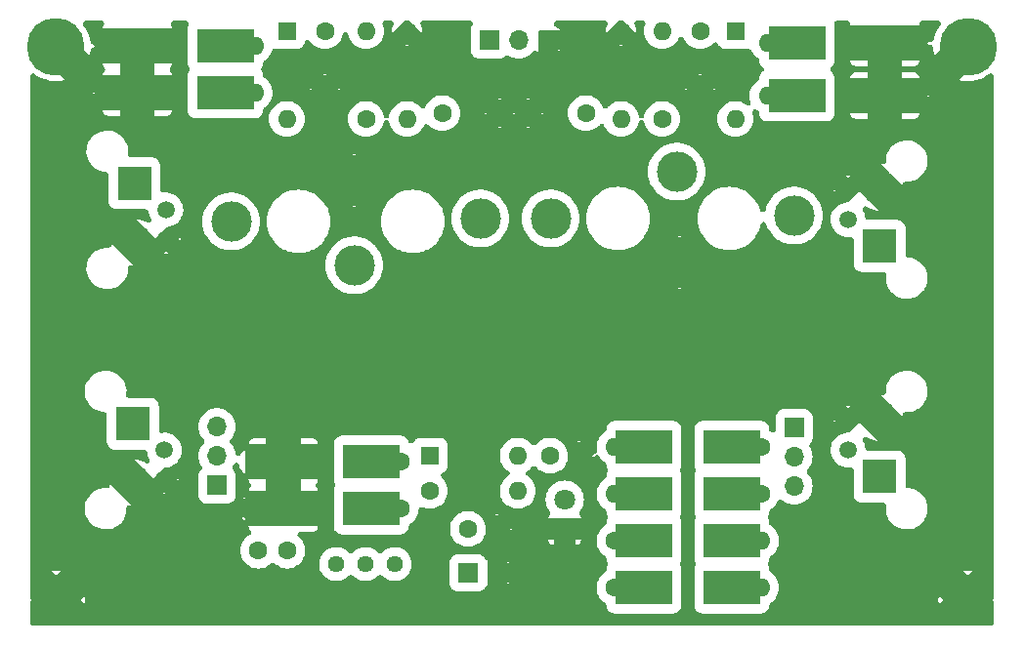
<source format=gbr>
%TF.GenerationSoftware,KiCad,Pcbnew,(6.0.11)*%
%TF.CreationDate,2023-02-05T16:51:29-06:00*%
%TF.ProjectId,MatchTester,4d617463-6854-4657-9374-65722e6b6963,rev?*%
%TF.SameCoordinates,Original*%
%TF.FileFunction,Copper,L1,Top*%
%TF.FilePolarity,Positive*%
%FSLAX46Y46*%
G04 Gerber Fmt 4.6, Leading zero omitted, Abs format (unit mm)*
G04 Created by KiCad (PCBNEW (6.0.11)) date 2023-02-05 16:51:29*
%MOMM*%
%LPD*%
G01*
G04 APERTURE LIST*
%TA.AperFunction,ComponentPad*%
%ADD10R,1.700000X1.700000*%
%TD*%
%TA.AperFunction,ComponentPad*%
%ADD11O,1.700000X1.700000*%
%TD*%
%TA.AperFunction,ComponentPad*%
%ADD12C,1.600000*%
%TD*%
%TA.AperFunction,ComponentPad*%
%ADD13O,1.600000X1.600000*%
%TD*%
%TA.AperFunction,SMDPad,CuDef*%
%ADD14R,5.000000X3.000000*%
%TD*%
%TA.AperFunction,ComponentPad*%
%ADD15C,3.500000*%
%TD*%
%TA.AperFunction,ComponentPad*%
%ADD16C,5.000000*%
%TD*%
%TA.AperFunction,ComponentPad*%
%ADD17R,1.600000X1.600000*%
%TD*%
%TA.AperFunction,ComponentPad*%
%ADD18C,1.500000*%
%TD*%
%TA.AperFunction,ComponentPad*%
%ADD19R,3.000000X3.000000*%
%TD*%
%TA.AperFunction,ComponentPad*%
%ADD20C,3.000000*%
%TD*%
%TA.AperFunction,ComponentPad*%
%ADD21C,4.064000*%
%TD*%
%TA.AperFunction,ComponentPad*%
%ADD22R,1.800000X1.800000*%
%TD*%
%TA.AperFunction,ComponentPad*%
%ADD23C,1.800000*%
%TD*%
%TA.AperFunction,ComponentPad*%
%ADD24C,1.440000*%
%TD*%
%TA.AperFunction,Conductor*%
%ADD25C,1.000000*%
%TD*%
G04 APERTURE END LIST*
D10*
%TO.P,JP1,1,1*%
%TO.N,Net-(JP1-Pad1)*%
X106950000Y-76050000D03*
D11*
%TO.P,JP1,2,2*%
%TO.N,Net-(J2-Pad1)*%
X106950000Y-78590000D03*
%TO.P,JP1,3,3*%
%TO.N,Net-(R13-Pad2)*%
X106950000Y-81130000D03*
%TD*%
D12*
%TO.P,R13,1*%
%TO.N,Net-(C6-Pad1)*%
X91390000Y-85854000D03*
D13*
%TO.P,R13,2*%
%TO.N,Net-(R13-Pad2)*%
X104090000Y-85854000D03*
D14*
%TO.P,R13,1*%
%TO.N,Net-(C6-Pad1)*%
X93930000Y-85854000D03*
%TO.P,R13,2*%
%TO.N,Net-(R13-Pad2)*%
X101550000Y-85854000D03*
%TD*%
D12*
%TO.P,R11,1*%
%TO.N,Net-(R13-Pad2)*%
X104090000Y-81790000D03*
D13*
%TO.P,R11,2*%
%TO.N,Net-(D4-Pad2)*%
X91390000Y-81790000D03*
D14*
%TO.P,R11,1*%
%TO.N,Net-(R13-Pad2)*%
X101550000Y-81790000D03*
%TO.P,R11,2*%
%TO.N,Net-(D4-Pad2)*%
X93930000Y-81790000D03*
%TD*%
D12*
%TO.P,R9,1*%
%TO.N,Net-(R13-Pad2)*%
X104090000Y-77726000D03*
D13*
%TO.P,R9,2*%
%TO.N,Net-(D4-Pad2)*%
X91390000Y-77726000D03*
D14*
%TO.P,R9,1*%
%TO.N,Net-(R13-Pad2)*%
X101550000Y-77726000D03*
%TO.P,R9,2*%
%TO.N,Net-(D4-Pad2)*%
X93930000Y-77726000D03*
%TD*%
D12*
%TO.P,R3,1*%
%TO.N,GND*%
X117348000Y-42672000D03*
D13*
%TO.P,R3,2*%
%TO.N,Net-(D2-Pad2)*%
X104648000Y-42672000D03*
D14*
%TO.P,R3,1*%
%TO.N,GND*%
X114808000Y-42672000D03*
%TO.P,R3,2*%
%TO.N,Net-(D2-Pad2)*%
X107188000Y-42672000D03*
%TD*%
D12*
%TO.P,R2,1*%
%TO.N,GND*%
X47498000Y-42926000D03*
D13*
%TO.P,R2,2*%
%TO.N,Net-(R1-Pad2)*%
X60198000Y-42926000D03*
D14*
%TO.P,R2,1*%
%TO.N,GND*%
X50038000Y-42926000D03*
%TO.P,R2,2*%
%TO.N,Net-(R1-Pad2)*%
X57658000Y-42926000D03*
%TD*%
D12*
%TO.P,R4,1*%
%TO.N,GND*%
X117348000Y-47244000D03*
D13*
%TO.P,R4,2*%
%TO.N,Net-(D2-Pad2)*%
X104648000Y-47244000D03*
D14*
%TO.P,R4,1*%
%TO.N,GND*%
X114808000Y-47244000D03*
%TO.P,R4,2*%
%TO.N,Net-(D2-Pad2)*%
X107188000Y-47244000D03*
%TD*%
D15*
%TO.P,J7,1,Pin_1*%
%TO.N,Net-(R1-Pad2)*%
X58166000Y-58166000D03*
%TD*%
%TO.P,J9,1,Pin_1*%
%TO.N,Net-(J30-Pad1)*%
X85852000Y-57912000D03*
%TD*%
%TO.P,J11,1,Pin_1*%
%TO.N,Net-(D2-Pad2)*%
X79756000Y-57912000D03*
%TD*%
%TO.P,J13,1,Pin_1*%
%TO.N,Net-(J13-Pad1)*%
X106934000Y-57658000D03*
%TD*%
D16*
%TO.P,J21,1,Pin_1*%
%TO.N,GND*%
X43000000Y-43000000D03*
%TD*%
%TO.P,J22,1,Pin_1*%
%TO.N,GND*%
X122000000Y-43000000D03*
%TD*%
D15*
%TO.P,J29,1,Pin_1*%
%TO.N,GND*%
X68834000Y-54610000D03*
%TD*%
%TO.P,J30,1,Pin_1*%
%TO.N,Net-(J30-Pad1)*%
X68834000Y-61976000D03*
%TD*%
%TO.P,J31,1,Pin_1*%
%TO.N,Net-(D2-Pad2)*%
X96774000Y-53848000D03*
%TD*%
D12*
%TO.P,C1,1*%
%TO.N,Net-(R5-Pad2)*%
X66294000Y-41656000D03*
%TO.P,C1,2*%
%TO.N,GND*%
X66294000Y-46656000D03*
%TD*%
%TO.P,C2,1*%
%TO.N,Net-(C2-Pad1)*%
X76454000Y-48768000D03*
%TO.P,C2,2*%
%TO.N,GND*%
X81454000Y-48768000D03*
%TD*%
%TO.P,C3,1*%
%TO.N,Net-(R7-Pad2)*%
X98806000Y-41656000D03*
%TO.P,C3,2*%
%TO.N,GND*%
X98806000Y-46656000D03*
%TD*%
%TO.P,C4,1*%
%TO.N,Net-(C4-Pad1)*%
X88900000Y-48768000D03*
%TO.P,C4,2*%
%TO.N,GND*%
X83900000Y-48768000D03*
%TD*%
D10*
%TO.P,J33,1,Pin_1*%
%TO.N,Net-(C2-Pad1)*%
X80518000Y-42418000D03*
D11*
%TO.P,J33,2,Pin_2*%
%TO.N,Net-(C4-Pad1)*%
X83058000Y-42418000D03*
%TO.P,J33,3,Pin_3*%
%TO.N,GND*%
X85598000Y-42418000D03*
%TD*%
D12*
%TO.P,R5,1*%
%TO.N,Net-(C2-Pad1)*%
X69850000Y-49276000D03*
D13*
%TO.P,R5,2*%
%TO.N,Net-(R5-Pad2)*%
X69850000Y-41656000D03*
%TD*%
D12*
%TO.P,R6,1*%
%TO.N,GND*%
X73406000Y-41656000D03*
D13*
%TO.P,R6,2*%
%TO.N,Net-(C2-Pad1)*%
X73406000Y-49276000D03*
%TD*%
D12*
%TO.P,R7,1*%
%TO.N,Net-(C4-Pad1)*%
X95504000Y-49276000D03*
D13*
%TO.P,R7,2*%
%TO.N,Net-(R7-Pad2)*%
X95504000Y-41656000D03*
%TD*%
D12*
%TO.P,R8,1*%
%TO.N,GND*%
X91948000Y-41656000D03*
D13*
%TO.P,R8,2*%
%TO.N,Net-(C4-Pad1)*%
X91948000Y-49276000D03*
%TD*%
D17*
%TO.P,D1,1,K*%
%TO.N,Net-(R5-Pad2)*%
X62992000Y-41656000D03*
D13*
%TO.P,D1,2,A*%
%TO.N,Net-(R1-Pad2)*%
X62992000Y-49276000D03*
%TD*%
D17*
%TO.P,D2,1,K*%
%TO.N,Net-(R7-Pad2)*%
X101854000Y-41656000D03*
D13*
%TO.P,D2,2,A*%
%TO.N,Net-(D2-Pad2)*%
X101854000Y-49276000D03*
%TD*%
D12*
%TO.P,R1,1*%
%TO.N,GND*%
X47498000Y-46990000D03*
D13*
%TO.P,R1,2*%
%TO.N,Net-(R1-Pad2)*%
X60198000Y-46990000D03*
D14*
%TO.P,R1,1*%
%TO.N,GND*%
X50038000Y-46990000D03*
%TO.P,R1,2*%
%TO.N,Net-(R1-Pad2)*%
X57658000Y-46990000D03*
%TD*%
D18*
%TO.P,J4,1,In*%
%TO.N,Net-(J30-Pad1)*%
X52512000Y-57150000D03*
%TO.P,J4,2,Ext*%
%TO.N,GND*%
X52512000Y-59690000D03*
D19*
%TO.P,J4,1,In*%
%TO.N,Net-(J30-Pad1)*%
X49784000Y-54864000D03*
D20*
%TO.P,J4,2,Ext*%
%TO.N,GND*%
X49784000Y-59944000D03*
%TD*%
D18*
%TO.P,J20,1,In*%
%TO.N,Net-(J13-Pad1)*%
X111620000Y-58000000D03*
%TO.P,J20,2,Ext*%
%TO.N,GND*%
X111620000Y-55460000D03*
D19*
%TO.P,J20,1,In*%
%TO.N,Net-(J13-Pad1)*%
X114348000Y-60286000D03*
D20*
%TO.P,J20,2,Ext*%
%TO.N,GND*%
X114348000Y-55206000D03*
%TD*%
D21*
%TO.P,J25,1,Pin_1*%
%TO.N,GND*%
X122000000Y-91000000D03*
%TD*%
%TO.P,J26,1,Pin_1*%
%TO.N,GND*%
X43000000Y-91000000D03*
%TD*%
D15*
%TO.P,J1,1,Pin_1*%
%TO.N,GND*%
X97028000Y-61722000D03*
%TD*%
D17*
%TO.P,D4,1,K*%
%TO.N,Net-(C6-Pad2)*%
X75388000Y-78488000D03*
D13*
%TO.P,D4,2,A*%
%TO.N,Net-(D4-Pad2)*%
X83008000Y-78488000D03*
%TD*%
D22*
%TO.P,D5,1,K*%
%TO.N,GND*%
X87072000Y-84838000D03*
D23*
%TO.P,D5,2,A*%
%TO.N,Net-(D5-Pad2)*%
X87072000Y-82298000D03*
%TD*%
D18*
%TO.P,J2,1,In*%
%TO.N,Net-(J2-Pad1)*%
X111620000Y-78000000D03*
%TO.P,J2,2,Ext*%
%TO.N,GND*%
X111620000Y-75460000D03*
D19*
%TO.P,J2,1,In*%
%TO.N,Net-(J2-Pad1)*%
X114348000Y-80286000D03*
D20*
%TO.P,J2,2,Ext*%
%TO.N,GND*%
X114348000Y-75206000D03*
%TD*%
D18*
%TO.P,J3,1,In*%
%TO.N,Net-(J3-Pad1)*%
X52380000Y-78000000D03*
%TO.P,J3,2,Ext*%
%TO.N,GND*%
X52380000Y-80540000D03*
D19*
%TO.P,J3,1,In*%
%TO.N,Net-(J3-Pad1)*%
X49652000Y-75714000D03*
D20*
%TO.P,J3,2,Ext*%
%TO.N,GND*%
X49652000Y-80794000D03*
%TD*%
D10*
%TO.P,JP2,1,1*%
%TO.N,Net-(C6-Pad1)*%
X56950000Y-81050000D03*
D11*
%TO.P,JP2,2,2*%
%TO.N,Net-(J3-Pad1)*%
X56950000Y-78510000D03*
%TO.P,JP2,3,3*%
%TO.N,Net-(JP1-Pad1)*%
X56950000Y-75970000D03*
%TD*%
D12*
%TO.P,R10,1*%
%TO.N,Net-(D4-Pad2)*%
X72848000Y-78996000D03*
D13*
%TO.P,R10,2*%
%TO.N,GND*%
X60148000Y-78996000D03*
D14*
%TO.P,R10,1*%
%TO.N,Net-(D4-Pad2)*%
X70308000Y-78996000D03*
%TO.P,R10,2*%
%TO.N,GND*%
X62688000Y-78996000D03*
%TD*%
D12*
%TO.P,R12,1*%
%TO.N,Net-(D4-Pad2)*%
X72848000Y-83060000D03*
D13*
%TO.P,R12,2*%
%TO.N,GND*%
X60148000Y-83060000D03*
D14*
%TO.P,R12,1*%
%TO.N,Net-(D4-Pad2)*%
X70308000Y-83060000D03*
%TO.P,R12,2*%
%TO.N,GND*%
X62688000Y-83060000D03*
%TD*%
D12*
%TO.P,R14,1*%
%TO.N,Net-(C6-Pad1)*%
X91390000Y-89918000D03*
D13*
%TO.P,R14,2*%
%TO.N,Net-(R13-Pad2)*%
X104090000Y-89918000D03*
D14*
%TO.P,R14,1*%
%TO.N,Net-(C6-Pad1)*%
X93930000Y-89918000D03*
%TO.P,R14,2*%
%TO.N,Net-(R13-Pad2)*%
X101550000Y-89918000D03*
%TD*%
D12*
%TO.P,R15,1*%
%TO.N,Net-(C6-Pad2)*%
X75388000Y-81536000D03*
D13*
%TO.P,R15,2*%
%TO.N,Net-(D5-Pad2)*%
X83008000Y-81536000D03*
%TD*%
D12*
%TO.P,C5,1*%
%TO.N,Net-(D5-Pad2)*%
X85802000Y-78488000D03*
%TO.P,C5,2*%
%TO.N,GND*%
X88302000Y-78488000D03*
%TD*%
%TO.P,C6,1*%
%TO.N,Net-(C6-Pad1)*%
X60530000Y-86720000D03*
%TO.P,C6,2*%
%TO.N,Net-(C6-Pad2)*%
X63030000Y-86720000D03*
%TD*%
%TO.P,C7,1*%
%TO.N,Net-(C7-Pad1)*%
X78690000Y-84838000D03*
%TO.P,C7,2*%
%TO.N,GND*%
X81190000Y-84838000D03*
%TD*%
D10*
%TO.P,J5,1,Pin_1*%
%TO.N,Net-(C7-Pad1)*%
X78690000Y-88648000D03*
D11*
%TO.P,J5,2,Pin_2*%
%TO.N,GND*%
X81230000Y-88648000D03*
%TD*%
D24*
%TO.P,RV1,1,1*%
%TO.N,Net-(C7-Pad1)*%
X72340000Y-87886000D03*
%TO.P,RV1,2,2*%
X69800000Y-87886000D03*
%TO.P,RV1,3,3*%
%TO.N,Net-(C6-Pad2)*%
X67260000Y-87886000D03*
%TD*%
D25*
%TO.N,GND*%
X60148000Y-83060000D02*
X62688000Y-83060000D01*
X60148000Y-78996000D02*
X62688000Y-78996000D01*
X114808000Y-47244000D02*
X117348000Y-47244000D01*
X114808000Y-42672000D02*
X117348000Y-42672000D01*
X50038000Y-46990000D02*
X47498000Y-46990000D01*
X50038000Y-42926000D02*
X47498000Y-42926000D01*
%TO.N,Net-(R1-Pad2)*%
X57658000Y-46990000D02*
X60198000Y-46990000D01*
X57658000Y-42926000D02*
X60198000Y-42926000D01*
%TO.N,Net-(D2-Pad2)*%
X107188000Y-47244000D02*
X104648000Y-47244000D01*
X107188000Y-42672000D02*
X104648000Y-42672000D01*
%TO.N,Net-(C6-Pad1)*%
X91390000Y-89918000D02*
X93930000Y-89918000D01*
X91390000Y-85854000D02*
X93930000Y-85854000D01*
%TO.N,Net-(R13-Pad2)*%
X104090000Y-85854000D02*
X101550000Y-85854000D01*
X104090000Y-89918000D02*
X101550000Y-89918000D01*
X104090000Y-81790000D02*
X101550000Y-81790000D01*
X104090000Y-77726000D02*
X101550000Y-77726000D01*
%TO.N,Net-(D4-Pad2)*%
X72848000Y-78996000D02*
X70308000Y-78996000D01*
X72848000Y-83060000D02*
X70308000Y-83060000D01*
X91390000Y-77726000D02*
X93930000Y-77726000D01*
X91390000Y-81790000D02*
X93930000Y-81790000D01*
%TD*%
%TA.AperFunction,Conductor*%
%TO.N,GND*%
G36*
X47006878Y-40769454D02*
G01*
X47087660Y-40823430D01*
X47141636Y-40904212D01*
X47160590Y-40999500D01*
X47141636Y-41094788D01*
X47110843Y-41148829D01*
X47098468Y-41165341D01*
X47081600Y-41196150D01*
X47042227Y-41301178D01*
X47035062Y-41331309D01*
X47030727Y-41371214D01*
X47030000Y-41384650D01*
X47030000Y-41401473D01*
X47034069Y-41421931D01*
X47054527Y-41426000D01*
X47091640Y-41426000D01*
X47091640Y-41427031D01*
X47129370Y-41427031D01*
X47129370Y-41426000D01*
X47866630Y-41426000D01*
X47866630Y-41427031D01*
X47904360Y-41427031D01*
X47904360Y-41426000D01*
X53021472Y-41426000D01*
X53041930Y-41421931D01*
X53045999Y-41401473D01*
X53045999Y-41384654D01*
X53045270Y-41371201D01*
X53040938Y-41331315D01*
X53033772Y-41301174D01*
X52994400Y-41196150D01*
X52977532Y-41165341D01*
X52965157Y-41148829D01*
X52923178Y-41061212D01*
X52917925Y-40964199D01*
X52950197Y-40872560D01*
X53015081Y-40800247D01*
X53102698Y-40758268D01*
X53164410Y-40750500D01*
X54250266Y-40750500D01*
X54345554Y-40769454D01*
X54426336Y-40823430D01*
X54480312Y-40904212D01*
X54499266Y-40999500D01*
X54480312Y-41094788D01*
X54479824Y-41095897D01*
X54473186Y-41106666D01*
X54450331Y-41175570D01*
X54422803Y-41258564D01*
X54418090Y-41272772D01*
X54416704Y-41286300D01*
X54412093Y-41331309D01*
X54407500Y-41376134D01*
X54407500Y-44475866D01*
X54408164Y-44482262D01*
X54408164Y-44482269D01*
X54415278Y-44550826D01*
X54418359Y-44580519D01*
X54473744Y-44746529D01*
X54481354Y-44758826D01*
X54481355Y-44758829D01*
X54523516Y-44826960D01*
X54557540Y-44917963D01*
X54554149Y-45015058D01*
X54523745Y-45088643D01*
X54495744Y-45134070D01*
X54473186Y-45170666D01*
X54450166Y-45240069D01*
X54422803Y-45322564D01*
X54418090Y-45336772D01*
X54416704Y-45350300D01*
X54409085Y-45424666D01*
X54407500Y-45440134D01*
X54407500Y-48539866D01*
X54408164Y-48546262D01*
X54408164Y-48546269D01*
X54416377Y-48625418D01*
X54418359Y-48644519D01*
X54422667Y-48657432D01*
X54422668Y-48657436D01*
X54459555Y-48767999D01*
X54473744Y-48810529D01*
X54481354Y-48822826D01*
X54481355Y-48822829D01*
X54519810Y-48884971D01*
X54565834Y-48959345D01*
X54689689Y-49082984D01*
X54702003Y-49090574D01*
X54702005Y-49090576D01*
X54800670Y-49151393D01*
X54838666Y-49174814D01*
X54920069Y-49201815D01*
X54991864Y-49225629D01*
X54991868Y-49225630D01*
X55004772Y-49229910D01*
X55018300Y-49231296D01*
X55101815Y-49239853D01*
X55101823Y-49239853D01*
X55108134Y-49240500D01*
X60207866Y-49240500D01*
X60214262Y-49239836D01*
X60214269Y-49239836D01*
X60298971Y-49231047D01*
X60298973Y-49231047D01*
X60312519Y-49229641D01*
X60325432Y-49225333D01*
X60325436Y-49225332D01*
X60464810Y-49178833D01*
X60478529Y-49174256D01*
X60490826Y-49166646D01*
X60490829Y-49166645D01*
X60610317Y-49092703D01*
X60627345Y-49082166D01*
X60735472Y-48973850D01*
X60740763Y-48968550D01*
X60740764Y-48968549D01*
X60750984Y-48958311D01*
X60780405Y-48910582D01*
X60835220Y-48821654D01*
X60835220Y-48821653D01*
X60842814Y-48809334D01*
X60887308Y-48675191D01*
X60893629Y-48656136D01*
X60893630Y-48656132D01*
X60897910Y-48643228D01*
X60901626Y-48606957D01*
X60907853Y-48546185D01*
X60907853Y-48546177D01*
X60908500Y-48539866D01*
X60908500Y-48512520D01*
X60927454Y-48417232D01*
X60981430Y-48336450D01*
X61027398Y-48300213D01*
X61047713Y-48287764D01*
X61112179Y-48248259D01*
X61297759Y-48089759D01*
X61456259Y-47904179D01*
X61524313Y-47793125D01*
X61578660Y-47704440D01*
X61578663Y-47704435D01*
X61583777Y-47696089D01*
X61592227Y-47675690D01*
X61663081Y-47504630D01*
X61677172Y-47470612D01*
X61680692Y-47455952D01*
X61731862Y-47242817D01*
X61731863Y-47242812D01*
X61734146Y-47233302D01*
X61735707Y-47213474D01*
X61752526Y-46999759D01*
X61753294Y-46990000D01*
X61734146Y-46746698D01*
X61714973Y-46666836D01*
X64981952Y-46666836D01*
X64993478Y-46798582D01*
X64998859Y-46817043D01*
X65009085Y-46809545D01*
X65145286Y-46673343D01*
X65156874Y-46656001D01*
X67431125Y-46656001D01*
X67442711Y-46673340D01*
X67575041Y-46805671D01*
X67591030Y-46816354D01*
X67594045Y-46804032D01*
X67606048Y-46666836D01*
X97493952Y-46666836D01*
X97505478Y-46798582D01*
X97510859Y-46817043D01*
X97521085Y-46809545D01*
X97657286Y-46673343D01*
X97668874Y-46656001D01*
X99943125Y-46656001D01*
X99954711Y-46673340D01*
X100087041Y-46805671D01*
X100103030Y-46816354D01*
X100106045Y-46804032D01*
X100118048Y-46666836D01*
X100118048Y-46645164D01*
X100106522Y-46513418D01*
X100101141Y-46494957D01*
X100090915Y-46502455D01*
X99954714Y-46638657D01*
X99943125Y-46656001D01*
X97668874Y-46656001D01*
X97668875Y-46655999D01*
X97657289Y-46638660D01*
X97524959Y-46506329D01*
X97508970Y-46495646D01*
X97505955Y-46507968D01*
X97493952Y-46645164D01*
X97493952Y-46666836D01*
X67606048Y-46666836D01*
X67606048Y-46645164D01*
X67594522Y-46513418D01*
X67589141Y-46494957D01*
X67578915Y-46502455D01*
X67442714Y-46638657D01*
X67431125Y-46656001D01*
X65156874Y-46656001D01*
X65156875Y-46655999D01*
X65145289Y-46638660D01*
X65012959Y-46506329D01*
X64996970Y-46495646D01*
X64993955Y-46507968D01*
X64981952Y-46645164D01*
X64981952Y-46666836D01*
X61714973Y-46666836D01*
X61709770Y-46645164D01*
X61679454Y-46518893D01*
X61677172Y-46509388D01*
X61583777Y-46283911D01*
X61578663Y-46275565D01*
X61578660Y-46275560D01*
X61461370Y-46084162D01*
X61456259Y-46075821D01*
X61297759Y-45890241D01*
X61112179Y-45731741D01*
X61027398Y-45679787D01*
X60956055Y-45613838D01*
X60915380Y-45525608D01*
X60908500Y-45467480D01*
X60908500Y-45440134D01*
X60906563Y-45421459D01*
X60900275Y-45360859D01*
X66132957Y-45360859D01*
X66140455Y-45371085D01*
X66276657Y-45507286D01*
X66294001Y-45518875D01*
X66311340Y-45507289D01*
X66443671Y-45374959D01*
X66453092Y-45360859D01*
X98644957Y-45360859D01*
X98652455Y-45371085D01*
X98788657Y-45507286D01*
X98806001Y-45518875D01*
X98823340Y-45507289D01*
X98955671Y-45374959D01*
X98966354Y-45358970D01*
X98954032Y-45355955D01*
X98816836Y-45343952D01*
X98795164Y-45343952D01*
X98663418Y-45355478D01*
X98644957Y-45360859D01*
X66453092Y-45360859D01*
X66454354Y-45358970D01*
X66442032Y-45355955D01*
X66304836Y-45343952D01*
X66283164Y-45343952D01*
X66151418Y-45355478D01*
X66132957Y-45360859D01*
X60900275Y-45360859D01*
X60899047Y-45349029D01*
X60899047Y-45349027D01*
X60897641Y-45335481D01*
X60842256Y-45169471D01*
X60832152Y-45153142D01*
X60792484Y-45089040D01*
X60758460Y-44998037D01*
X60761851Y-44900942D01*
X60792255Y-44827357D01*
X60832177Y-44762591D01*
X60842814Y-44745334D01*
X60872620Y-44655473D01*
X60893629Y-44592136D01*
X60893630Y-44592132D01*
X60897910Y-44579228D01*
X60903906Y-44520703D01*
X60907853Y-44482185D01*
X60907853Y-44482177D01*
X60908500Y-44475866D01*
X60908500Y-44448520D01*
X60927454Y-44353232D01*
X60981430Y-44272450D01*
X61027398Y-44236213D01*
X61092159Y-44196527D01*
X61112179Y-44184259D01*
X61297759Y-44025759D01*
X61456259Y-43840179D01*
X61535734Y-43710488D01*
X61578660Y-43640440D01*
X61578663Y-43640435D01*
X61583777Y-43632089D01*
X61677172Y-43406612D01*
X61679453Y-43397112D01*
X61679456Y-43397102D01*
X61687428Y-43363894D01*
X61728102Y-43275663D01*
X61799445Y-43209714D01*
X61890595Y-43176087D01*
X61987675Y-43179901D01*
X62007939Y-43185683D01*
X62025864Y-43191629D01*
X62025868Y-43191630D01*
X62038772Y-43195910D01*
X62052300Y-43197296D01*
X62135815Y-43205853D01*
X62135823Y-43205853D01*
X62142134Y-43206500D01*
X63841866Y-43206500D01*
X63848262Y-43205836D01*
X63848269Y-43205836D01*
X63932971Y-43197047D01*
X63932973Y-43197047D01*
X63946519Y-43195641D01*
X63959432Y-43191333D01*
X63959436Y-43191332D01*
X64098810Y-43144833D01*
X64112529Y-43140256D01*
X64124826Y-43132646D01*
X64124829Y-43132645D01*
X64241093Y-43060698D01*
X64261345Y-43048166D01*
X64384984Y-42924311D01*
X64394632Y-42908660D01*
X64469220Y-42787654D01*
X64469220Y-42787653D01*
X64476814Y-42775334D01*
X64520200Y-42644533D01*
X64527629Y-42622136D01*
X64527630Y-42622132D01*
X64531910Y-42609228D01*
X64533296Y-42595702D01*
X64536145Y-42582411D01*
X64538950Y-42583012D01*
X64560985Y-42511377D01*
X64622911Y-42436515D01*
X64708772Y-42391050D01*
X64805495Y-42381904D01*
X64898356Y-42410468D01*
X64973218Y-42472394D01*
X64992431Y-42499503D01*
X65035741Y-42570179D01*
X65194241Y-42755759D01*
X65379821Y-42914259D01*
X65448008Y-42956044D01*
X65579560Y-43036660D01*
X65579565Y-43036663D01*
X65587911Y-43041777D01*
X65596956Y-43045524D01*
X65596957Y-43045524D01*
X65605310Y-43048984D01*
X65813388Y-43135172D01*
X65822893Y-43137454D01*
X66041183Y-43189862D01*
X66041188Y-43189863D01*
X66050698Y-43192146D01*
X66060455Y-43192914D01*
X66060456Y-43192914D01*
X66284241Y-43210526D01*
X66294000Y-43211294D01*
X66303759Y-43210526D01*
X66527544Y-43192914D01*
X66527545Y-43192914D01*
X66537302Y-43192146D01*
X66546812Y-43189863D01*
X66546817Y-43189862D01*
X66765107Y-43137454D01*
X66774612Y-43135172D01*
X66982690Y-43048984D01*
X66991043Y-43045524D01*
X66991044Y-43045524D01*
X67000089Y-43041777D01*
X67008435Y-43036663D01*
X67008440Y-43036660D01*
X67139992Y-42956044D01*
X67208179Y-42914259D01*
X67393759Y-42755759D01*
X67552259Y-42570179D01*
X67645515Y-42418000D01*
X67674660Y-42370440D01*
X67674663Y-42370435D01*
X67679777Y-42362089D01*
X67773172Y-42136612D01*
X67776332Y-42123452D01*
X67829880Y-41900410D01*
X67870555Y-41812180D01*
X67941899Y-41746231D01*
X68033049Y-41712604D01*
X68130129Y-41716419D01*
X68218359Y-41757094D01*
X68284308Y-41828438D01*
X68314120Y-41900410D01*
X68367669Y-42123452D01*
X68370828Y-42136612D01*
X68464223Y-42362089D01*
X68469337Y-42370435D01*
X68469340Y-42370440D01*
X68498485Y-42418000D01*
X68591741Y-42570179D01*
X68750241Y-42755759D01*
X68935821Y-42914259D01*
X69004008Y-42956044D01*
X69135560Y-43036660D01*
X69135565Y-43036663D01*
X69143911Y-43041777D01*
X69152956Y-43045524D01*
X69152957Y-43045524D01*
X69161310Y-43048984D01*
X69369388Y-43135172D01*
X69378893Y-43137454D01*
X69597183Y-43189862D01*
X69597188Y-43189863D01*
X69606698Y-43192146D01*
X69616455Y-43192914D01*
X69616456Y-43192914D01*
X69840241Y-43210526D01*
X69850000Y-43211294D01*
X69859759Y-43210526D01*
X70083544Y-43192914D01*
X70083545Y-43192914D01*
X70093302Y-43192146D01*
X70102812Y-43189863D01*
X70102817Y-43189862D01*
X70321107Y-43137454D01*
X70330612Y-43135172D01*
X70538690Y-43048984D01*
X70547043Y-43045524D01*
X70547044Y-43045524D01*
X70556089Y-43041777D01*
X70564435Y-43036663D01*
X70564440Y-43036660D01*
X70695992Y-42956044D01*
X70700910Y-42953030D01*
X73245645Y-42953030D01*
X73257964Y-42956044D01*
X73395164Y-42968048D01*
X73416836Y-42968048D01*
X73548582Y-42956522D01*
X73567043Y-42951141D01*
X73559545Y-42940915D01*
X73423341Y-42804711D01*
X73406000Y-42793124D01*
X73388659Y-42804711D01*
X73256327Y-42937043D01*
X73245645Y-42953030D01*
X70700910Y-42953030D01*
X70764179Y-42914259D01*
X70949759Y-42755759D01*
X71108259Y-42570179D01*
X71201515Y-42418000D01*
X71230660Y-42370440D01*
X71230663Y-42370435D01*
X71235777Y-42362089D01*
X71329172Y-42136612D01*
X71331454Y-42127107D01*
X71383862Y-41908817D01*
X71383863Y-41908812D01*
X71386146Y-41899302D01*
X71393644Y-41804036D01*
X71404526Y-41665759D01*
X71405294Y-41656000D01*
X71398193Y-41565769D01*
X71386914Y-41422456D01*
X71386914Y-41422455D01*
X71386146Y-41412698D01*
X71379413Y-41384650D01*
X71331454Y-41184893D01*
X71329172Y-41175388D01*
X71295786Y-41094786D01*
X71276833Y-40999498D01*
X71295788Y-40904210D01*
X71349765Y-40823429D01*
X71430546Y-40769453D01*
X71525833Y-40750500D01*
X71994171Y-40750500D01*
X72089459Y-40769454D01*
X72170241Y-40823430D01*
X72224217Y-40904212D01*
X72243171Y-40999500D01*
X72224217Y-41094788D01*
X72219842Y-41104732D01*
X72176779Y-41197081D01*
X72169375Y-41217424D01*
X72115763Y-41417507D01*
X72112004Y-41438824D01*
X72093951Y-41645173D01*
X72093952Y-41666833D01*
X72105478Y-41798582D01*
X72110859Y-41817043D01*
X72121085Y-41809545D01*
X72274629Y-41656000D01*
X73107198Y-40823431D01*
X73187979Y-40769454D01*
X73283268Y-40750500D01*
X73528731Y-40750500D01*
X73624019Y-40769454D01*
X73704801Y-40823430D01*
X74537371Y-41656000D01*
X74687043Y-41805673D01*
X74703030Y-41816355D01*
X74706044Y-41804036D01*
X74718048Y-41666833D01*
X74718049Y-41645173D01*
X74699996Y-41438824D01*
X74696237Y-41417507D01*
X74642625Y-41217424D01*
X74635221Y-41197081D01*
X74592158Y-41104732D01*
X74569066Y-41010361D01*
X74583846Y-40914337D01*
X74634247Y-40831278D01*
X74712597Y-40773829D01*
X74806968Y-40750737D01*
X74817829Y-40750500D01*
X78844269Y-40750500D01*
X78939557Y-40769454D01*
X79020339Y-40823430D01*
X79074315Y-40904212D01*
X79093269Y-40999500D01*
X79074315Y-41094788D01*
X79056236Y-41130156D01*
X78983186Y-41248666D01*
X78973430Y-41278079D01*
X78935355Y-41392870D01*
X78928090Y-41414772D01*
X78926704Y-41428300D01*
X78919547Y-41498159D01*
X78917500Y-41518134D01*
X78917500Y-43317866D01*
X78918164Y-43324262D01*
X78918164Y-43324269D01*
X78926708Y-43406612D01*
X78928359Y-43422519D01*
X78932667Y-43435432D01*
X78932668Y-43435436D01*
X78971965Y-43553224D01*
X78983744Y-43588529D01*
X78991354Y-43600826D01*
X78991355Y-43600829D01*
X79014201Y-43637747D01*
X79075834Y-43737345D01*
X79199689Y-43860984D01*
X79212003Y-43868574D01*
X79212005Y-43868576D01*
X79320366Y-43935370D01*
X79348666Y-43952814D01*
X79430069Y-43979815D01*
X79501864Y-44003629D01*
X79501868Y-44003630D01*
X79514772Y-44007910D01*
X79528300Y-44009296D01*
X79611815Y-44017853D01*
X79611823Y-44017853D01*
X79618134Y-44018500D01*
X81417866Y-44018500D01*
X81424262Y-44017836D01*
X81424269Y-44017836D01*
X81508971Y-44009047D01*
X81508973Y-44009047D01*
X81522519Y-44007641D01*
X81535432Y-44003333D01*
X81535436Y-44003332D01*
X81674810Y-43956833D01*
X81688529Y-43952256D01*
X81700826Y-43944646D01*
X81700829Y-43944645D01*
X81784581Y-43892817D01*
X81837345Y-43860166D01*
X81892448Y-43804967D01*
X81973183Y-43750920D01*
X82068454Y-43731883D01*
X82163759Y-43750754D01*
X82198767Y-43768572D01*
X82329141Y-43848466D01*
X82561889Y-43944873D01*
X82571396Y-43947156D01*
X82571401Y-43947157D01*
X82673855Y-43971754D01*
X82806852Y-44003683D01*
X83058000Y-44023449D01*
X83309148Y-44003683D01*
X83442145Y-43971754D01*
X83544599Y-43947157D01*
X83544604Y-43947156D01*
X83554111Y-43944873D01*
X83786859Y-43848466D01*
X83795205Y-43843352D01*
X83795210Y-43843349D01*
X83920310Y-43766687D01*
X84001659Y-43716836D01*
X84111477Y-43623043D01*
X84185782Y-43559580D01*
X84193224Y-43553224D01*
X84199580Y-43545782D01*
X84199586Y-43545776D01*
X84301804Y-43426094D01*
X84378101Y-43365945D01*
X84471609Y-43339574D01*
X84568090Y-43350993D01*
X84650199Y-43396227D01*
X84729127Y-43461756D01*
X84746073Y-43470937D01*
X84746179Y-43470740D01*
X84748000Y-43458702D01*
X84748000Y-43455331D01*
X86448000Y-43455331D01*
X86451760Y-43474231D01*
X86456578Y-43473273D01*
X86459511Y-43471647D01*
X86469217Y-43464724D01*
X86484773Y-43451579D01*
X86628477Y-43308374D01*
X86641674Y-43292867D01*
X86645232Y-43287916D01*
X86653207Y-43270375D01*
X86648939Y-43268435D01*
X86645183Y-43268000D01*
X86472527Y-43268000D01*
X86452069Y-43272069D01*
X86448000Y-43292527D01*
X86448000Y-43455331D01*
X84748000Y-43455331D01*
X84748000Y-42953030D01*
X91787645Y-42953030D01*
X91799964Y-42956044D01*
X91937164Y-42968048D01*
X91958836Y-42968048D01*
X92090582Y-42956522D01*
X92109043Y-42951141D01*
X92101545Y-42940915D01*
X91965341Y-42804711D01*
X91948000Y-42793124D01*
X91930659Y-42804711D01*
X91798327Y-42937043D01*
X91787645Y-42953030D01*
X84748000Y-42953030D01*
X84748000Y-41817000D01*
X84766954Y-41721712D01*
X84820930Y-41640930D01*
X84901712Y-41586954D01*
X84997000Y-41568000D01*
X86636181Y-41568000D01*
X86654060Y-41564444D01*
X86646196Y-41552051D01*
X86534200Y-41428970D01*
X86519312Y-41415087D01*
X86360098Y-41289349D01*
X86343136Y-41278079D01*
X86233382Y-41217491D01*
X86159120Y-41154846D01*
X86114485Y-41068551D01*
X86106271Y-40971744D01*
X86135728Y-40879163D01*
X86198373Y-40804901D01*
X86284668Y-40760266D01*
X86353719Y-40750500D01*
X90536171Y-40750500D01*
X90631459Y-40769454D01*
X90712241Y-40823430D01*
X90766217Y-40904212D01*
X90785171Y-40999500D01*
X90766217Y-41094788D01*
X90761842Y-41104732D01*
X90718779Y-41197081D01*
X90711375Y-41217424D01*
X90657763Y-41417507D01*
X90654004Y-41438824D01*
X90635951Y-41645173D01*
X90635952Y-41666833D01*
X90647478Y-41798582D01*
X90652859Y-41817043D01*
X90663085Y-41809545D01*
X90816629Y-41656000D01*
X91649198Y-40823431D01*
X91729979Y-40769454D01*
X91825268Y-40750500D01*
X92070731Y-40750500D01*
X92166019Y-40769454D01*
X92246801Y-40823430D01*
X93079371Y-41656000D01*
X93229043Y-41805673D01*
X93245030Y-41816355D01*
X93248044Y-41804036D01*
X93260048Y-41666833D01*
X93260049Y-41645173D01*
X93241996Y-41438824D01*
X93238237Y-41417507D01*
X93184625Y-41217424D01*
X93177221Y-41197081D01*
X93134158Y-41104732D01*
X93111066Y-41010361D01*
X93125846Y-40914337D01*
X93176247Y-40831278D01*
X93254597Y-40773829D01*
X93348968Y-40750737D01*
X93359829Y-40750500D01*
X93828167Y-40750500D01*
X93923455Y-40769454D01*
X94004237Y-40823430D01*
X94058213Y-40904212D01*
X94077167Y-40999500D01*
X94058214Y-41094786D01*
X94024828Y-41175388D01*
X94022546Y-41184893D01*
X93974588Y-41384650D01*
X93967854Y-41412698D01*
X93967086Y-41422455D01*
X93967086Y-41422456D01*
X93955807Y-41565769D01*
X93948706Y-41656000D01*
X93949474Y-41665759D01*
X93960357Y-41804036D01*
X93967854Y-41899302D01*
X93970137Y-41908812D01*
X93970138Y-41908817D01*
X94022546Y-42127107D01*
X94024828Y-42136612D01*
X94118223Y-42362089D01*
X94123337Y-42370435D01*
X94123340Y-42370440D01*
X94152485Y-42418000D01*
X94245741Y-42570179D01*
X94404241Y-42755759D01*
X94589821Y-42914259D01*
X94658008Y-42956044D01*
X94789560Y-43036660D01*
X94789565Y-43036663D01*
X94797911Y-43041777D01*
X94806956Y-43045524D01*
X94806957Y-43045524D01*
X94815310Y-43048984D01*
X95023388Y-43135172D01*
X95032893Y-43137454D01*
X95251183Y-43189862D01*
X95251188Y-43189863D01*
X95260698Y-43192146D01*
X95270455Y-43192914D01*
X95270456Y-43192914D01*
X95494241Y-43210526D01*
X95504000Y-43211294D01*
X95513759Y-43210526D01*
X95737544Y-43192914D01*
X95737545Y-43192914D01*
X95747302Y-43192146D01*
X95756812Y-43189863D01*
X95756817Y-43189862D01*
X95975107Y-43137454D01*
X95984612Y-43135172D01*
X96192690Y-43048984D01*
X96201043Y-43045524D01*
X96201044Y-43045524D01*
X96210089Y-43041777D01*
X96218435Y-43036663D01*
X96218440Y-43036660D01*
X96349992Y-42956044D01*
X96418179Y-42914259D01*
X96603759Y-42755759D01*
X96762259Y-42570179D01*
X96855515Y-42418000D01*
X96884660Y-42370440D01*
X96884663Y-42370435D01*
X96889777Y-42362089D01*
X96924954Y-42277164D01*
X96978930Y-42196383D01*
X97059712Y-42142406D01*
X97155000Y-42123452D01*
X97250288Y-42142406D01*
X97331069Y-42196382D01*
X97385046Y-42277164D01*
X97420223Y-42362089D01*
X97425337Y-42370435D01*
X97425340Y-42370440D01*
X97454485Y-42418000D01*
X97547741Y-42570179D01*
X97706241Y-42755759D01*
X97891821Y-42914259D01*
X97960008Y-42956044D01*
X98091560Y-43036660D01*
X98091565Y-43036663D01*
X98099911Y-43041777D01*
X98108956Y-43045524D01*
X98108957Y-43045524D01*
X98117310Y-43048984D01*
X98325388Y-43135172D01*
X98334893Y-43137454D01*
X98553183Y-43189862D01*
X98553188Y-43189863D01*
X98562698Y-43192146D01*
X98572455Y-43192914D01*
X98572456Y-43192914D01*
X98796241Y-43210526D01*
X98806000Y-43211294D01*
X98815759Y-43210526D01*
X99039544Y-43192914D01*
X99039545Y-43192914D01*
X99049302Y-43192146D01*
X99058812Y-43189863D01*
X99058817Y-43189862D01*
X99277107Y-43137454D01*
X99286612Y-43135172D01*
X99494690Y-43048984D01*
X99503043Y-43045524D01*
X99503044Y-43045524D01*
X99512089Y-43041777D01*
X99520435Y-43036663D01*
X99520440Y-43036660D01*
X99651992Y-42956044D01*
X99720179Y-42914259D01*
X99905759Y-42755759D01*
X99949385Y-42704679D01*
X100025681Y-42644533D01*
X100119188Y-42618162D01*
X100215670Y-42629581D01*
X100300437Y-42677053D01*
X100364210Y-42760767D01*
X100365167Y-42762810D01*
X100369744Y-42776529D01*
X100377354Y-42788826D01*
X100377355Y-42788829D01*
X100399914Y-42825283D01*
X100461834Y-42925345D01*
X100585689Y-43048984D01*
X100598003Y-43056574D01*
X100598005Y-43056576D01*
X100702293Y-43120859D01*
X100734666Y-43140814D01*
X100816069Y-43167815D01*
X100887864Y-43191629D01*
X100887868Y-43191630D01*
X100900772Y-43195910D01*
X100914300Y-43197296D01*
X100997815Y-43205853D01*
X100997823Y-43205853D01*
X101004134Y-43206500D01*
X102703866Y-43206500D01*
X102710262Y-43205836D01*
X102710269Y-43205836D01*
X102794971Y-43197047D01*
X102794973Y-43197047D01*
X102808519Y-43195641D01*
X102821435Y-43191332D01*
X102821444Y-43191330D01*
X102920672Y-43158225D01*
X103017061Y-43146048D01*
X103110773Y-43171684D01*
X103187540Y-43231231D01*
X103229519Y-43299134D01*
X103262223Y-43378089D01*
X103267337Y-43386435D01*
X103267340Y-43386440D01*
X103320552Y-43473273D01*
X103389741Y-43586179D01*
X103548241Y-43771759D01*
X103733821Y-43930259D01*
X103777186Y-43956833D01*
X103818602Y-43982213D01*
X103889945Y-44048162D01*
X103930620Y-44136392D01*
X103937500Y-44194520D01*
X103937500Y-44221866D01*
X103938164Y-44228262D01*
X103938164Y-44228269D01*
X103945278Y-44296826D01*
X103948359Y-44326519D01*
X103952667Y-44339432D01*
X103952668Y-44339436D01*
X103989731Y-44450527D01*
X104003744Y-44492529D01*
X104011354Y-44504826D01*
X104011355Y-44504829D01*
X104049810Y-44566971D01*
X104095834Y-44641345D01*
X104219689Y-44764984D01*
X104223300Y-44767210D01*
X104282395Y-44836523D01*
X104312337Y-44928949D01*
X104304630Y-45025798D01*
X104260448Y-45112325D01*
X104224810Y-45148025D01*
X104218655Y-45151834D01*
X104208438Y-45162069D01*
X104208434Y-45162072D01*
X104106248Y-45264437D01*
X104095016Y-45275689D01*
X104087426Y-45288003D01*
X104087424Y-45288005D01*
X104011504Y-45411171D01*
X104003186Y-45424666D01*
X103989651Y-45465473D01*
X103952803Y-45576564D01*
X103948090Y-45590772D01*
X103946704Y-45604300D01*
X103942093Y-45649309D01*
X103937500Y-45694134D01*
X103937500Y-45721480D01*
X103918546Y-45816768D01*
X103864570Y-45897550D01*
X103818602Y-45933787D01*
X103733821Y-45985741D01*
X103548241Y-46144241D01*
X103389741Y-46329821D01*
X103384630Y-46338162D01*
X103267340Y-46529560D01*
X103267337Y-46529565D01*
X103262223Y-46537911D01*
X103168828Y-46763388D01*
X103166546Y-46772893D01*
X103114423Y-46989999D01*
X103111854Y-47000698D01*
X103092706Y-47244000D01*
X103111854Y-47487302D01*
X103168828Y-47724612D01*
X103172569Y-47733643D01*
X103179145Y-47749520D01*
X103198097Y-47844809D01*
X103179141Y-47940097D01*
X103125163Y-48020877D01*
X103044381Y-48074852D01*
X102949092Y-48093804D01*
X102853804Y-48074848D01*
X102787389Y-48034148D01*
X102768179Y-48017741D01*
X102667501Y-47956045D01*
X102568440Y-47895340D01*
X102568435Y-47895337D01*
X102560089Y-47890223D01*
X102334612Y-47796828D01*
X102319188Y-47793125D01*
X102106817Y-47742138D01*
X102106812Y-47742137D01*
X102097302Y-47739854D01*
X102087545Y-47739086D01*
X102087544Y-47739086D01*
X101863759Y-47721474D01*
X101854000Y-47720706D01*
X101844241Y-47721474D01*
X101620456Y-47739086D01*
X101620455Y-47739086D01*
X101610698Y-47739854D01*
X101601188Y-47742137D01*
X101601183Y-47742138D01*
X101388812Y-47793125D01*
X101373388Y-47796828D01*
X101147911Y-47890223D01*
X101139565Y-47895337D01*
X101139560Y-47895340D01*
X101040499Y-47956045D01*
X100939821Y-48017741D01*
X100754241Y-48176241D01*
X100595741Y-48361821D01*
X100561785Y-48417232D01*
X100473340Y-48561560D01*
X100473337Y-48561565D01*
X100468223Y-48569911D01*
X100374828Y-48795388D01*
X100372546Y-48804893D01*
X100322991Y-49011302D01*
X100317854Y-49032698D01*
X100298706Y-49276000D01*
X100299474Y-49285759D01*
X100302636Y-49325930D01*
X100317854Y-49519302D01*
X100320137Y-49528812D01*
X100320138Y-49528817D01*
X100357413Y-49684074D01*
X100374828Y-49756612D01*
X100468223Y-49982089D01*
X100473337Y-49990435D01*
X100473340Y-49990440D01*
X100509251Y-50049041D01*
X100595741Y-50190179D01*
X100754241Y-50375759D01*
X100939821Y-50534259D01*
X100995774Y-50568547D01*
X101139560Y-50656660D01*
X101139565Y-50656663D01*
X101147911Y-50661777D01*
X101373388Y-50755172D01*
X101382893Y-50757454D01*
X101601183Y-50809862D01*
X101601188Y-50809863D01*
X101610698Y-50812146D01*
X101620455Y-50812914D01*
X101620456Y-50812914D01*
X101844241Y-50830526D01*
X101854000Y-50831294D01*
X101863759Y-50830526D01*
X102087544Y-50812914D01*
X102087545Y-50812914D01*
X102097302Y-50812146D01*
X102106812Y-50809863D01*
X102106817Y-50809862D01*
X102325107Y-50757454D01*
X102334612Y-50755172D01*
X102560089Y-50661777D01*
X102568435Y-50656663D01*
X102568440Y-50656660D01*
X102712226Y-50568547D01*
X102768179Y-50534259D01*
X102953759Y-50375759D01*
X103112259Y-50190179D01*
X103198749Y-50049041D01*
X103234660Y-49990440D01*
X103234663Y-49990435D01*
X103239777Y-49982089D01*
X103333172Y-49756612D01*
X103350587Y-49684074D01*
X103387862Y-49528817D01*
X103387863Y-49528812D01*
X103390146Y-49519302D01*
X103405365Y-49325930D01*
X103408526Y-49285759D01*
X103409294Y-49276000D01*
X103390146Y-49032698D01*
X103385010Y-49011302D01*
X103335454Y-48804893D01*
X103333172Y-48795388D01*
X103322855Y-48770480D01*
X103303903Y-48675191D01*
X103322859Y-48579903D01*
X103376837Y-48499123D01*
X103457619Y-48445148D01*
X103552908Y-48426196D01*
X103648196Y-48445152D01*
X103714611Y-48485852D01*
X103733821Y-48502259D01*
X103770438Y-48524698D01*
X103818602Y-48554213D01*
X103889945Y-48620162D01*
X103930620Y-48708392D01*
X103937500Y-48766520D01*
X103937500Y-48793866D01*
X103938164Y-48800262D01*
X103938164Y-48800269D01*
X103945278Y-48868826D01*
X103948359Y-48898519D01*
X103952667Y-48911432D01*
X103952668Y-48911436D01*
X103958705Y-48929531D01*
X104003744Y-49064529D01*
X104011354Y-49076826D01*
X104011355Y-49076829D01*
X104027898Y-49103562D01*
X104095834Y-49213345D01*
X104131163Y-49248612D01*
X104168375Y-49285759D01*
X104219689Y-49336984D01*
X104232003Y-49344574D01*
X104232005Y-49344576D01*
X104284760Y-49377094D01*
X104368666Y-49428814D01*
X104450069Y-49455815D01*
X104521864Y-49479629D01*
X104521868Y-49479630D01*
X104534772Y-49483910D01*
X104548300Y-49485296D01*
X104631815Y-49493853D01*
X104631823Y-49493853D01*
X104638134Y-49494500D01*
X109737866Y-49494500D01*
X109744262Y-49493836D01*
X109744269Y-49493836D01*
X109828971Y-49485047D01*
X109828973Y-49485047D01*
X109842519Y-49483641D01*
X109855432Y-49479333D01*
X109855436Y-49479332D01*
X109994810Y-49432833D01*
X110008529Y-49428256D01*
X110020826Y-49420646D01*
X110020829Y-49420645D01*
X110108760Y-49366231D01*
X110157345Y-49336166D01*
X110263684Y-49229641D01*
X110270763Y-49222550D01*
X110270764Y-49222549D01*
X110280984Y-49212311D01*
X110304098Y-49174814D01*
X110365220Y-49075654D01*
X110365220Y-49075653D01*
X110372814Y-49063334D01*
X110402620Y-48973473D01*
X110423629Y-48910136D01*
X110423630Y-48910132D01*
X110427910Y-48897228D01*
X110433906Y-48838703D01*
X110437853Y-48800185D01*
X110437853Y-48800177D01*
X110438500Y-48793866D01*
X110438500Y-48785346D01*
X111800001Y-48785346D01*
X111800729Y-48798792D01*
X111805062Y-48838685D01*
X111812228Y-48868826D01*
X111851600Y-48973850D01*
X111868469Y-49004660D01*
X111934453Y-49092703D01*
X111959297Y-49117547D01*
X112047340Y-49183531D01*
X112078150Y-49200400D01*
X112183178Y-49239773D01*
X112213309Y-49246938D01*
X112253214Y-49251273D01*
X112266650Y-49252000D01*
X113283473Y-49252000D01*
X113303931Y-49247931D01*
X113308000Y-49227473D01*
X113308000Y-49227472D01*
X116308000Y-49227472D01*
X116312069Y-49247930D01*
X116332527Y-49251999D01*
X117349346Y-49251999D01*
X117362792Y-49251271D01*
X117402685Y-49246938D01*
X117432826Y-49239772D01*
X117537850Y-49200400D01*
X117568660Y-49183531D01*
X117656703Y-49117547D01*
X117681547Y-49092703D01*
X117747531Y-49004660D01*
X117764400Y-48973850D01*
X117803773Y-48868822D01*
X117810938Y-48838691D01*
X117815273Y-48798786D01*
X117816000Y-48785350D01*
X117816000Y-48768527D01*
X117811931Y-48748069D01*
X117791473Y-48744000D01*
X117754360Y-48744000D01*
X117754360Y-48742969D01*
X117716630Y-48742969D01*
X117716630Y-48744000D01*
X116979370Y-48744000D01*
X116979370Y-48742969D01*
X116941640Y-48742969D01*
X116941640Y-48744000D01*
X116332527Y-48744000D01*
X116312069Y-48748069D01*
X116308000Y-48768527D01*
X116308000Y-49227472D01*
X113308000Y-49227472D01*
X113308000Y-48768527D01*
X113303931Y-48748069D01*
X113283473Y-48744000D01*
X111824528Y-48744000D01*
X111804070Y-48748069D01*
X111800001Y-48768527D01*
X111800001Y-48785346D01*
X110438500Y-48785346D01*
X110438500Y-47244001D01*
X118485125Y-47244001D01*
X118496711Y-47261340D01*
X118629041Y-47393671D01*
X118645030Y-47404354D01*
X118648045Y-47392032D01*
X118660048Y-47254836D01*
X118660048Y-47233164D01*
X118648522Y-47101418D01*
X118643141Y-47082957D01*
X118632915Y-47090455D01*
X118496714Y-47226657D01*
X118485125Y-47244001D01*
X110438500Y-47244001D01*
X110438500Y-45719473D01*
X111800000Y-45719473D01*
X111804069Y-45739931D01*
X111824527Y-45744000D01*
X113283473Y-45744000D01*
X113303931Y-45739931D01*
X113308000Y-45719473D01*
X116308000Y-45719473D01*
X116312069Y-45739931D01*
X116332527Y-45744000D01*
X116941640Y-45744000D01*
X116941640Y-45745031D01*
X116979370Y-45745031D01*
X116979370Y-45744000D01*
X117716630Y-45744000D01*
X117716630Y-45745031D01*
X117754360Y-45745031D01*
X117754360Y-45744000D01*
X117791472Y-45744000D01*
X117811930Y-45739931D01*
X117815999Y-45719473D01*
X117815999Y-45702654D01*
X117815271Y-45689208D01*
X117810938Y-45649315D01*
X117803772Y-45619174D01*
X117764400Y-45514150D01*
X117747531Y-45483340D01*
X117681547Y-45395297D01*
X117656703Y-45370453D01*
X117568660Y-45304469D01*
X117537850Y-45287600D01*
X117432822Y-45248227D01*
X117402691Y-45241062D01*
X117362786Y-45236727D01*
X117349350Y-45236000D01*
X116332527Y-45236000D01*
X116312069Y-45240069D01*
X116308000Y-45260527D01*
X116308000Y-45719473D01*
X113308000Y-45719473D01*
X113308000Y-45260528D01*
X113303931Y-45240070D01*
X113283473Y-45236001D01*
X112266654Y-45236001D01*
X112253208Y-45236729D01*
X112213315Y-45241062D01*
X112183174Y-45248228D01*
X112078150Y-45287600D01*
X112047340Y-45304469D01*
X111959297Y-45370453D01*
X111934453Y-45395297D01*
X111868469Y-45483340D01*
X111851600Y-45514150D01*
X111812227Y-45619178D01*
X111805062Y-45649309D01*
X111800727Y-45689214D01*
X111800000Y-45702650D01*
X111800000Y-45719473D01*
X110438500Y-45719473D01*
X110438500Y-45694134D01*
X110437820Y-45687574D01*
X110429047Y-45603029D01*
X110429047Y-45603027D01*
X110427641Y-45589481D01*
X110421464Y-45570964D01*
X110376833Y-45437190D01*
X110372256Y-45423471D01*
X110354822Y-45395297D01*
X110288427Y-45288005D01*
X110280166Y-45274655D01*
X110156311Y-45151016D01*
X110152700Y-45148790D01*
X110093605Y-45079477D01*
X110063663Y-44987051D01*
X110071370Y-44890202D01*
X110115552Y-44803675D01*
X110151190Y-44767975D01*
X110157345Y-44764166D01*
X110167562Y-44753931D01*
X110167566Y-44753928D01*
X110270763Y-44650550D01*
X110270764Y-44650549D01*
X110280984Y-44640311D01*
X110310680Y-44592136D01*
X110365220Y-44503654D01*
X110365220Y-44503653D01*
X110372814Y-44491334D01*
X110402495Y-44401850D01*
X110423629Y-44338136D01*
X110423630Y-44338132D01*
X110427910Y-44325228D01*
X110430820Y-44296822D01*
X110437853Y-44228185D01*
X110437853Y-44228177D01*
X110438500Y-44221866D01*
X110438500Y-44213346D01*
X111800001Y-44213346D01*
X111800729Y-44226792D01*
X111805062Y-44266685D01*
X111812228Y-44296826D01*
X111851600Y-44401850D01*
X111868469Y-44432660D01*
X111934453Y-44520703D01*
X111959297Y-44545547D01*
X112047340Y-44611531D01*
X112078150Y-44628400D01*
X112183178Y-44667773D01*
X112213309Y-44674938D01*
X112253214Y-44679273D01*
X112266650Y-44680000D01*
X113283473Y-44680000D01*
X113303931Y-44675931D01*
X113308000Y-44655473D01*
X113308000Y-44655472D01*
X116308000Y-44655472D01*
X116312069Y-44675930D01*
X116332527Y-44679999D01*
X117349346Y-44679999D01*
X117362792Y-44679271D01*
X117402685Y-44674938D01*
X117432826Y-44667772D01*
X117537850Y-44628400D01*
X117568660Y-44611531D01*
X117656703Y-44545547D01*
X117681547Y-44520703D01*
X117747531Y-44432660D01*
X117764400Y-44401850D01*
X117803773Y-44296822D01*
X117810938Y-44266691D01*
X117815273Y-44226786D01*
X117816000Y-44213350D01*
X117816000Y-44196527D01*
X117811931Y-44176069D01*
X117791473Y-44172000D01*
X117754360Y-44172000D01*
X117754360Y-44170969D01*
X117716630Y-44170969D01*
X117716630Y-44172000D01*
X116979370Y-44172000D01*
X116979370Y-44170969D01*
X116941640Y-44170969D01*
X116941640Y-44172000D01*
X116332527Y-44172000D01*
X116312069Y-44176069D01*
X116308000Y-44196527D01*
X116308000Y-44655472D01*
X113308000Y-44655472D01*
X113308000Y-44196527D01*
X113303931Y-44176069D01*
X113283473Y-44172000D01*
X111824528Y-44172000D01*
X111804070Y-44176069D01*
X111800001Y-44196527D01*
X111800001Y-44213346D01*
X110438500Y-44213346D01*
X110438500Y-41122134D01*
X110437837Y-41115740D01*
X110437836Y-41115729D01*
X110428442Y-41025198D01*
X110437460Y-40928463D01*
X110482811Y-40842542D01*
X110557590Y-40780517D01*
X110650414Y-40751830D01*
X110676112Y-40750500D01*
X111567622Y-40750500D01*
X111662910Y-40769454D01*
X111743692Y-40823430D01*
X111797668Y-40904212D01*
X111816622Y-40999500D01*
X111809868Y-41057102D01*
X111805062Y-41077314D01*
X111800727Y-41117214D01*
X111800000Y-41130650D01*
X111800000Y-41147473D01*
X111804069Y-41167931D01*
X111824527Y-41172000D01*
X116941640Y-41172000D01*
X116941640Y-41173031D01*
X116979370Y-41173031D01*
X116979370Y-41172000D01*
X117716630Y-41172000D01*
X117716630Y-41173031D01*
X117754360Y-41173031D01*
X117754360Y-41172000D01*
X117791472Y-41172000D01*
X117811930Y-41167931D01*
X117815999Y-41147473D01*
X117815999Y-41130654D01*
X117815271Y-41117208D01*
X117810938Y-41077313D01*
X117806131Y-41057096D01*
X117802530Y-40960008D01*
X117836357Y-40868932D01*
X117902462Y-40797734D01*
X117990782Y-40757253D01*
X118048378Y-40750500D01*
X119429621Y-40750500D01*
X119524909Y-40769454D01*
X119605691Y-40823430D01*
X119659667Y-40904212D01*
X119678621Y-40999500D01*
X119659667Y-41094788D01*
X119625567Y-41153142D01*
X119530226Y-41274734D01*
X119522050Y-41286499D01*
X119348300Y-41570031D01*
X119341522Y-41582672D01*
X119201516Y-41884290D01*
X119196237Y-41897624D01*
X119091820Y-42213352D01*
X119088119Y-42227163D01*
X119057709Y-42374010D01*
X119019825Y-42463474D01*
X118950589Y-42531632D01*
X118860540Y-42568105D01*
X118763388Y-42567343D01*
X118673924Y-42529459D01*
X118663504Y-42519836D01*
X118645820Y-42510134D01*
X118643237Y-42510887D01*
X118632915Y-42518455D01*
X118496714Y-42654657D01*
X118485125Y-42672001D01*
X118496711Y-42689340D01*
X118629041Y-42821671D01*
X118647394Y-42833934D01*
X118690887Y-42825283D01*
X118694996Y-42823581D01*
X118792151Y-42823588D01*
X118881908Y-42860773D01*
X118950602Y-42929477D01*
X118987776Y-43019239D01*
X118992472Y-43061283D01*
X118997281Y-43244958D01*
X118998480Y-43259234D01*
X119045337Y-43588462D01*
X119048166Y-43602495D01*
X119089331Y-43759405D01*
X119097762Y-43776730D01*
X119105918Y-43772761D01*
X121823930Y-41054750D01*
X121904712Y-41000774D01*
X122000000Y-40981820D01*
X122095288Y-41000774D01*
X122176070Y-41054750D01*
X123945250Y-42823930D01*
X123999226Y-42904712D01*
X124018180Y-43000000D01*
X123999226Y-43095288D01*
X123945250Y-43176070D01*
X121234028Y-45887293D01*
X121223323Y-45903314D01*
X121231699Y-45908910D01*
X121335814Y-45938568D01*
X121349795Y-45941693D01*
X121677974Y-45995434D01*
X121692197Y-45996929D01*
X122024397Y-46012596D01*
X122038707Y-46012445D01*
X122370486Y-45989827D01*
X122384693Y-45988032D01*
X122711661Y-45927432D01*
X122725590Y-45924011D01*
X123043415Y-45826234D01*
X123056859Y-45821235D01*
X123361349Y-45687574D01*
X123374113Y-45681070D01*
X123661229Y-45513292D01*
X123673160Y-45505365D01*
X123850995Y-45371843D01*
X123938576Y-45329787D01*
X124035584Y-45324448D01*
X124127251Y-45356639D01*
X124199621Y-45421459D01*
X124241677Y-45509040D01*
X124249500Y-45570964D01*
X124249500Y-90768681D01*
X124230546Y-90863969D01*
X124176570Y-90944751D01*
X124138662Y-90982659D01*
X124127075Y-91000000D01*
X124138662Y-91017341D01*
X124176570Y-91055249D01*
X124230546Y-91136031D01*
X124249500Y-91231319D01*
X124249500Y-93000500D01*
X124230546Y-93095788D01*
X124176570Y-93176570D01*
X124095788Y-93230546D01*
X124000500Y-93249500D01*
X122231319Y-93249500D01*
X122136031Y-93230546D01*
X122055249Y-93176570D01*
X122017341Y-93138662D01*
X122000000Y-93127075D01*
X121982659Y-93138662D01*
X121944751Y-93176570D01*
X121863969Y-93230546D01*
X121768681Y-93249500D01*
X43231319Y-93249500D01*
X43136031Y-93230546D01*
X43055249Y-93176570D01*
X43017341Y-93138662D01*
X43000000Y-93127075D01*
X42982659Y-93138662D01*
X42944751Y-93176570D01*
X42863969Y-93230546D01*
X42768681Y-93249500D01*
X40999500Y-93249500D01*
X40904212Y-93230546D01*
X40823430Y-93176570D01*
X40769454Y-93095788D01*
X40750500Y-93000500D01*
X40750500Y-91231319D01*
X40769454Y-91136031D01*
X40823430Y-91055249D01*
X40861338Y-91017341D01*
X40872925Y-91000000D01*
X45127075Y-91000000D01*
X45138662Y-91017341D01*
X45494051Y-91372730D01*
X45510072Y-91383435D01*
X45513606Y-91378146D01*
X45513775Y-91377581D01*
X45523488Y-91326661D01*
X45525445Y-91311168D01*
X45544531Y-91007804D01*
X45544531Y-90992196D01*
X45525445Y-90688832D01*
X45523488Y-90673339D01*
X45515987Y-90634019D01*
X45508754Y-90616160D01*
X45502860Y-90618547D01*
X45502396Y-90618925D01*
X45138662Y-90982659D01*
X45127075Y-91000000D01*
X40872925Y-91000000D01*
X40861338Y-90982659D01*
X40823430Y-90944751D01*
X40769454Y-90863969D01*
X40750500Y-90768681D01*
X40750500Y-89547866D01*
X77089500Y-89547866D01*
X77100359Y-89652519D01*
X77104667Y-89665432D01*
X77104668Y-89665436D01*
X77117334Y-89703401D01*
X77155744Y-89818529D01*
X77247834Y-89967345D01*
X77371689Y-90090984D01*
X77384003Y-90098574D01*
X77384005Y-90098576D01*
X77469936Y-90151544D01*
X77520666Y-90182814D01*
X77602069Y-90209815D01*
X77673864Y-90233629D01*
X77673868Y-90233630D01*
X77686772Y-90237910D01*
X77700300Y-90239296D01*
X77783815Y-90247853D01*
X77783823Y-90247853D01*
X77790134Y-90248500D01*
X79589866Y-90248500D01*
X79596262Y-90247836D01*
X79596269Y-90247836D01*
X79680971Y-90239047D01*
X79680973Y-90239047D01*
X79694519Y-90237641D01*
X79707432Y-90233333D01*
X79707436Y-90233332D01*
X79846810Y-90186833D01*
X79860529Y-90182256D01*
X79872826Y-90174646D01*
X79872829Y-90174645D01*
X79956581Y-90122817D01*
X80009345Y-90090166D01*
X80132984Y-89966311D01*
X80224814Y-89817334D01*
X80227647Y-89819081D01*
X80269976Y-89761334D01*
X80353028Y-89710920D01*
X80367298Y-89706206D01*
X80376737Y-89703401D01*
X80378179Y-89700740D01*
X80380000Y-89688702D01*
X80380000Y-89685331D01*
X82080000Y-89685331D01*
X82083760Y-89704231D01*
X82088578Y-89703273D01*
X82091511Y-89701647D01*
X82101217Y-89694724D01*
X82116773Y-89681579D01*
X82260477Y-89538374D01*
X82273674Y-89522867D01*
X82277232Y-89517916D01*
X82285207Y-89500375D01*
X82280939Y-89498435D01*
X82277183Y-89498000D01*
X82104527Y-89498000D01*
X82084069Y-89502069D01*
X82080000Y-89522527D01*
X82080000Y-89685331D01*
X80380000Y-89685331D01*
X80380000Y-87773473D01*
X82080000Y-87773473D01*
X82084069Y-87793931D01*
X82104527Y-87798000D01*
X82268181Y-87798000D01*
X82286060Y-87794444D01*
X82278196Y-87782051D01*
X82166200Y-87658970D01*
X82151312Y-87645088D01*
X82099246Y-87603968D01*
X82082085Y-87595206D01*
X82081271Y-87596800D01*
X82080000Y-87605961D01*
X82080000Y-87773473D01*
X80380000Y-87773473D01*
X80380000Y-87612465D01*
X80375693Y-87590815D01*
X80368671Y-87586123D01*
X80299532Y-87557485D01*
X80230834Y-87488785D01*
X80224402Y-87477381D01*
X80224256Y-87477471D01*
X80139776Y-87340953D01*
X80132166Y-87328655D01*
X80008311Y-87205016D01*
X79995997Y-87197426D01*
X79995995Y-87197424D01*
X79871654Y-87120780D01*
X79871653Y-87120780D01*
X79859334Y-87113186D01*
X79777931Y-87086185D01*
X79706136Y-87062371D01*
X79706132Y-87062370D01*
X79693228Y-87058090D01*
X79676366Y-87056362D01*
X79596185Y-87048147D01*
X79596177Y-87048147D01*
X79589866Y-87047500D01*
X77790134Y-87047500D01*
X77783738Y-87048164D01*
X77783731Y-87048164D01*
X77699029Y-87056953D01*
X77699027Y-87056953D01*
X77685481Y-87058359D01*
X77672568Y-87062667D01*
X77672564Y-87062668D01*
X77542964Y-87105906D01*
X77519471Y-87113744D01*
X77507174Y-87121354D01*
X77507171Y-87121355D01*
X77462937Y-87148728D01*
X77370655Y-87205834D01*
X77247016Y-87329689D01*
X77239426Y-87342003D01*
X77239424Y-87342005D01*
X77182447Y-87434440D01*
X77155186Y-87478666D01*
X77145284Y-87508519D01*
X77111786Y-87609511D01*
X77100090Y-87644772D01*
X77098704Y-87658300D01*
X77095902Y-87685652D01*
X77089500Y-87748134D01*
X77089500Y-89547866D01*
X40750500Y-89547866D01*
X40750500Y-88492059D01*
X42616408Y-88492059D01*
X42617152Y-88494287D01*
X42622124Y-88500803D01*
X42982659Y-88861338D01*
X43000000Y-88872925D01*
X43017341Y-88861338D01*
X43372303Y-88506376D01*
X43383008Y-88490355D01*
X43381054Y-88489050D01*
X43373130Y-88486949D01*
X43167565Y-88460981D01*
X43151977Y-88460000D01*
X42848023Y-88460000D01*
X42832435Y-88460981D01*
X42634685Y-88485962D01*
X42616408Y-88492059D01*
X40750500Y-88492059D01*
X40750500Y-86720000D01*
X58974706Y-86720000D01*
X58975474Y-86729759D01*
X58981044Y-86800527D01*
X58993854Y-86963302D01*
X58996137Y-86972812D01*
X58996138Y-86972817D01*
X59040398Y-87157169D01*
X59050828Y-87200612D01*
X59144223Y-87426089D01*
X59149337Y-87434435D01*
X59149340Y-87434440D01*
X59175655Y-87477381D01*
X59271741Y-87634179D01*
X59430241Y-87819759D01*
X59615821Y-87978259D01*
X59678458Y-88016643D01*
X59815560Y-88100660D01*
X59815565Y-88100663D01*
X59823911Y-88105777D01*
X60049388Y-88199172D01*
X60058893Y-88201454D01*
X60277183Y-88253862D01*
X60277188Y-88253863D01*
X60286698Y-88256146D01*
X60296455Y-88256914D01*
X60296456Y-88256914D01*
X60520241Y-88274526D01*
X60530000Y-88275294D01*
X60539759Y-88274526D01*
X60763544Y-88256914D01*
X60763545Y-88256914D01*
X60773302Y-88256146D01*
X60782812Y-88253863D01*
X60782817Y-88253862D01*
X61001107Y-88201454D01*
X61010612Y-88199172D01*
X61236089Y-88105777D01*
X61244435Y-88100663D01*
X61244440Y-88100660D01*
X61381542Y-88016643D01*
X61444179Y-87978259D01*
X61618288Y-87829556D01*
X61703055Y-87782084D01*
X61799536Y-87770665D01*
X61893044Y-87797036D01*
X61941711Y-87829555D01*
X62115821Y-87978259D01*
X62178458Y-88016643D01*
X62315560Y-88100660D01*
X62315565Y-88100663D01*
X62323911Y-88105777D01*
X62549388Y-88199172D01*
X62558893Y-88201454D01*
X62777183Y-88253862D01*
X62777188Y-88253863D01*
X62786698Y-88256146D01*
X62796455Y-88256914D01*
X62796456Y-88256914D01*
X63020241Y-88274526D01*
X63030000Y-88275294D01*
X63039759Y-88274526D01*
X63263544Y-88256914D01*
X63263545Y-88256914D01*
X63273302Y-88256146D01*
X63282812Y-88253863D01*
X63282817Y-88253862D01*
X63501107Y-88201454D01*
X63510612Y-88199172D01*
X63736089Y-88105777D01*
X63744435Y-88100663D01*
X63744440Y-88100660D01*
X63881542Y-88016643D01*
X63944179Y-87978259D01*
X64094411Y-87849949D01*
X65784900Y-87849949D01*
X65798820Y-88091355D01*
X65851980Y-88327247D01*
X65942954Y-88551288D01*
X65948294Y-88560002D01*
X65948295Y-88560004D01*
X65977577Y-88607787D01*
X66069298Y-88757462D01*
X66227619Y-88940233D01*
X66413665Y-89094692D01*
X66422478Y-89099842D01*
X66422481Y-89099844D01*
X66572618Y-89187576D01*
X66622440Y-89216690D01*
X66631983Y-89220334D01*
X66631989Y-89220337D01*
X66838794Y-89299308D01*
X66848337Y-89302952D01*
X67085290Y-89351160D01*
X67192607Y-89355095D01*
X67316722Y-89359647D01*
X67316728Y-89359647D01*
X67326935Y-89360021D01*
X67337066Y-89358723D01*
X67337071Y-89358723D01*
X67465225Y-89342306D01*
X67566782Y-89329296D01*
X67576566Y-89326361D01*
X67576569Y-89326360D01*
X67666737Y-89299308D01*
X67798390Y-89259810D01*
X68015540Y-89153430D01*
X68212399Y-89013012D01*
X68341692Y-88884169D01*
X68355085Y-88870823D01*
X68435960Y-88816987D01*
X68531281Y-88798199D01*
X68626536Y-88817320D01*
X68707223Y-88871437D01*
X68719054Y-88884167D01*
X68767619Y-88940233D01*
X68953665Y-89094692D01*
X68962478Y-89099842D01*
X68962481Y-89099844D01*
X69112618Y-89187576D01*
X69162440Y-89216690D01*
X69171983Y-89220334D01*
X69171989Y-89220337D01*
X69378794Y-89299308D01*
X69388337Y-89302952D01*
X69625290Y-89351160D01*
X69732607Y-89355095D01*
X69856722Y-89359647D01*
X69856728Y-89359647D01*
X69866935Y-89360021D01*
X69877066Y-89358723D01*
X69877071Y-89358723D01*
X70005225Y-89342306D01*
X70106782Y-89329296D01*
X70116566Y-89326361D01*
X70116569Y-89326360D01*
X70206737Y-89299308D01*
X70338390Y-89259810D01*
X70555540Y-89153430D01*
X70752399Y-89013012D01*
X70881692Y-88884169D01*
X70895085Y-88870823D01*
X70975960Y-88816987D01*
X71071281Y-88798199D01*
X71166536Y-88817320D01*
X71247223Y-88871437D01*
X71259054Y-88884167D01*
X71307619Y-88940233D01*
X71493665Y-89094692D01*
X71502478Y-89099842D01*
X71502481Y-89099844D01*
X71652618Y-89187576D01*
X71702440Y-89216690D01*
X71711983Y-89220334D01*
X71711989Y-89220337D01*
X71918794Y-89299308D01*
X71928337Y-89302952D01*
X72165290Y-89351160D01*
X72272607Y-89355095D01*
X72396722Y-89359647D01*
X72396728Y-89359647D01*
X72406935Y-89360021D01*
X72417066Y-89358723D01*
X72417071Y-89358723D01*
X72545225Y-89342306D01*
X72646782Y-89329296D01*
X72656566Y-89326361D01*
X72656569Y-89326360D01*
X72746737Y-89299308D01*
X72878390Y-89259810D01*
X73095540Y-89153430D01*
X73292399Y-89013012D01*
X73434468Y-88871437D01*
X73456442Y-88849540D01*
X73456443Y-88849539D01*
X73463680Y-88842327D01*
X73481650Y-88817320D01*
X73534232Y-88744143D01*
X73604785Y-88645959D01*
X73711922Y-88429183D01*
X73782216Y-88197818D01*
X73794334Y-88105777D01*
X73812914Y-87964644D01*
X73812914Y-87964641D01*
X73813778Y-87958080D01*
X73814009Y-87948655D01*
X73815378Y-87892626D01*
X73815540Y-87886000D01*
X73795727Y-87645006D01*
X73793238Y-87635096D01*
X73739308Y-87420391D01*
X73739306Y-87420385D01*
X73736819Y-87410484D01*
X73640398Y-87188732D01*
X73634851Y-87180158D01*
X73634848Y-87180152D01*
X73514606Y-86994287D01*
X73509055Y-86985706D01*
X73346316Y-86806858D01*
X73156551Y-86656991D01*
X72944858Y-86540130D01*
X72935232Y-86536721D01*
X72935227Y-86536719D01*
X72726555Y-86462825D01*
X72726556Y-86462825D01*
X72716920Y-86459413D01*
X72478861Y-86417008D01*
X72468640Y-86416883D01*
X72468639Y-86416883D01*
X72328152Y-86415167D01*
X72237072Y-86414054D01*
X72048734Y-86442874D01*
X72008143Y-86449085D01*
X72008142Y-86449085D01*
X71998047Y-86450630D01*
X71988337Y-86453804D01*
X71988336Y-86453804D01*
X71777915Y-86522580D01*
X71777912Y-86522581D01*
X71768205Y-86525754D01*
X71553720Y-86637408D01*
X71545545Y-86643546D01*
X71368519Y-86776460D01*
X71368515Y-86776464D01*
X71360350Y-86782594D01*
X71249716Y-86898367D01*
X71170182Y-86954160D01*
X71075348Y-86975271D01*
X70979655Y-86958484D01*
X70897669Y-86906354D01*
X70885542Y-86893926D01*
X70806316Y-86806858D01*
X70616551Y-86656991D01*
X70404858Y-86540130D01*
X70395232Y-86536721D01*
X70395227Y-86536719D01*
X70186555Y-86462825D01*
X70186556Y-86462825D01*
X70176920Y-86459413D01*
X69938861Y-86417008D01*
X69928640Y-86416883D01*
X69928639Y-86416883D01*
X69788152Y-86415167D01*
X69697072Y-86414054D01*
X69508734Y-86442874D01*
X69468143Y-86449085D01*
X69468142Y-86449085D01*
X69458047Y-86450630D01*
X69448337Y-86453804D01*
X69448336Y-86453804D01*
X69237915Y-86522580D01*
X69237912Y-86522581D01*
X69228205Y-86525754D01*
X69013720Y-86637408D01*
X69005545Y-86643546D01*
X68828519Y-86776460D01*
X68828515Y-86776464D01*
X68820350Y-86782594D01*
X68709716Y-86898367D01*
X68630182Y-86954160D01*
X68535348Y-86975271D01*
X68439655Y-86958484D01*
X68357669Y-86906354D01*
X68345542Y-86893926D01*
X68266316Y-86806858D01*
X68076551Y-86656991D01*
X67864858Y-86540130D01*
X67855232Y-86536721D01*
X67855227Y-86536719D01*
X67646555Y-86462825D01*
X67646556Y-86462825D01*
X67636920Y-86459413D01*
X67398861Y-86417008D01*
X67388640Y-86416883D01*
X67388639Y-86416883D01*
X67248152Y-86415167D01*
X67157072Y-86414054D01*
X66968734Y-86442874D01*
X66928143Y-86449085D01*
X66928142Y-86449085D01*
X66918047Y-86450630D01*
X66908337Y-86453804D01*
X66908336Y-86453804D01*
X66697915Y-86522580D01*
X66697912Y-86522581D01*
X66688205Y-86525754D01*
X66473720Y-86637408D01*
X66465545Y-86643546D01*
X66288519Y-86776460D01*
X66288515Y-86776464D01*
X66280350Y-86782594D01*
X66113290Y-86957413D01*
X66044429Y-87058359D01*
X65988807Y-87139898D01*
X65977025Y-87157169D01*
X65875216Y-87376499D01*
X65872487Y-87386339D01*
X65872486Y-87386342D01*
X65851175Y-87463189D01*
X65810596Y-87609511D01*
X65809510Y-87619675D01*
X65809509Y-87619679D01*
X65787447Y-87826121D01*
X65784900Y-87849949D01*
X64094411Y-87849949D01*
X64129759Y-87819759D01*
X64288259Y-87634179D01*
X64384345Y-87477381D01*
X64410660Y-87434440D01*
X64410663Y-87434435D01*
X64415777Y-87426089D01*
X64509172Y-87200612D01*
X64519602Y-87157169D01*
X64563862Y-86972817D01*
X64563863Y-86972812D01*
X64566146Y-86963302D01*
X64578957Y-86800527D01*
X64584526Y-86729759D01*
X64585294Y-86720000D01*
X64584526Y-86710241D01*
X64566914Y-86486456D01*
X64566914Y-86486455D01*
X64566146Y-86476698D01*
X64562816Y-86462825D01*
X64511454Y-86248893D01*
X64509172Y-86239388D01*
X64415777Y-86013911D01*
X64410663Y-86005565D01*
X64410660Y-86005560D01*
X64343613Y-85896150D01*
X64288259Y-85805821D01*
X64129759Y-85620241D01*
X63996395Y-85506338D01*
X63936249Y-85430043D01*
X63909878Y-85336535D01*
X63921297Y-85240054D01*
X63968769Y-85155286D01*
X64045066Y-85095138D01*
X64138574Y-85068767D01*
X64158110Y-85067999D01*
X65229346Y-85067999D01*
X65242792Y-85067271D01*
X65282685Y-85062938D01*
X65312826Y-85055772D01*
X65417850Y-85016400D01*
X65448660Y-84999531D01*
X65536703Y-84933547D01*
X65561547Y-84908703D01*
X65627531Y-84820660D01*
X65644400Y-84789850D01*
X65683773Y-84684822D01*
X65690938Y-84654691D01*
X65695273Y-84614786D01*
X65695539Y-84609866D01*
X67057500Y-84609866D01*
X67058164Y-84616262D01*
X67058164Y-84616269D01*
X67065278Y-84684826D01*
X67068359Y-84714519D01*
X67072667Y-84727432D01*
X67072668Y-84727436D01*
X67099098Y-84806655D01*
X67123744Y-84880529D01*
X67131354Y-84892826D01*
X67131355Y-84892829D01*
X67183183Y-84976581D01*
X67215834Y-85029345D01*
X67226070Y-85039563D01*
X67326242Y-85139560D01*
X67339689Y-85152984D01*
X67352003Y-85160574D01*
X67352005Y-85160576D01*
X67399458Y-85189826D01*
X67488666Y-85244814D01*
X67570069Y-85271815D01*
X67641864Y-85295629D01*
X67641868Y-85295630D01*
X67654772Y-85299910D01*
X67668300Y-85301296D01*
X67751815Y-85309853D01*
X67751823Y-85309853D01*
X67758134Y-85310500D01*
X72857866Y-85310500D01*
X72864262Y-85309836D01*
X72864269Y-85309836D01*
X72948971Y-85301047D01*
X72948973Y-85301047D01*
X72962519Y-85299641D01*
X72975432Y-85295333D01*
X72975436Y-85295332D01*
X73114810Y-85248833D01*
X73128529Y-85244256D01*
X73140826Y-85236646D01*
X73140829Y-85236645D01*
X73226138Y-85183854D01*
X73277345Y-85152166D01*
X73400984Y-85028311D01*
X73417712Y-85001174D01*
X73485220Y-84891654D01*
X73485220Y-84891653D01*
X73492814Y-84879334D01*
X73506524Y-84838000D01*
X77134706Y-84838000D01*
X77153854Y-85081302D01*
X77156137Y-85090812D01*
X77156138Y-85090817D01*
X77192153Y-85240828D01*
X77210828Y-85318612D01*
X77304223Y-85544089D01*
X77309337Y-85552435D01*
X77309340Y-85552440D01*
X77339210Y-85601183D01*
X77431741Y-85752179D01*
X77590241Y-85937759D01*
X77775821Y-86096259D01*
X77844788Y-86138522D01*
X77975560Y-86218660D01*
X77975565Y-86218663D01*
X77983911Y-86223777D01*
X78209388Y-86317172D01*
X78218893Y-86319454D01*
X78437183Y-86371862D01*
X78437188Y-86371863D01*
X78446698Y-86374146D01*
X78456455Y-86374914D01*
X78456456Y-86374914D01*
X78680241Y-86392526D01*
X78690000Y-86393294D01*
X78699759Y-86392526D01*
X78923544Y-86374914D01*
X78923545Y-86374914D01*
X78933302Y-86374146D01*
X78942812Y-86371863D01*
X78942817Y-86371862D01*
X79161107Y-86319454D01*
X79170612Y-86317172D01*
X79396089Y-86223777D01*
X79404435Y-86218663D01*
X79404440Y-86218660D01*
X79535212Y-86138522D01*
X79540910Y-86135030D01*
X81029646Y-86135030D01*
X81041968Y-86138045D01*
X81179164Y-86150048D01*
X81200836Y-86150048D01*
X81332582Y-86138522D01*
X81351043Y-86133141D01*
X81343545Y-86122915D01*
X81207343Y-85986714D01*
X81189999Y-85975125D01*
X81172660Y-85986711D01*
X81040329Y-86119041D01*
X81029646Y-86135030D01*
X79540910Y-86135030D01*
X79604179Y-86096259D01*
X79789759Y-85937759D01*
X79925056Y-85779346D01*
X85664001Y-85779346D01*
X85664729Y-85792792D01*
X85669062Y-85832685D01*
X85676228Y-85862826D01*
X85715600Y-85967850D01*
X85732469Y-85998660D01*
X85798453Y-86086703D01*
X85823297Y-86111547D01*
X85911340Y-86177531D01*
X85942150Y-86194400D01*
X86047178Y-86233773D01*
X86077309Y-86240938D01*
X86117214Y-86245273D01*
X86130650Y-86246000D01*
X86147473Y-86246000D01*
X86167931Y-86241931D01*
X86172000Y-86221473D01*
X86172000Y-86221472D01*
X87972000Y-86221472D01*
X87976069Y-86241930D01*
X87996527Y-86245999D01*
X88013346Y-86245999D01*
X88026792Y-86245271D01*
X88066685Y-86240938D01*
X88096826Y-86233772D01*
X88201850Y-86194400D01*
X88232660Y-86177531D01*
X88320703Y-86111547D01*
X88345547Y-86086703D01*
X88411531Y-85998660D01*
X88428400Y-85967850D01*
X88467773Y-85862822D01*
X88474938Y-85832691D01*
X88479273Y-85792786D01*
X88480000Y-85779350D01*
X88480000Y-85762527D01*
X88475931Y-85742069D01*
X88455473Y-85738000D01*
X87996527Y-85738000D01*
X87976069Y-85742069D01*
X87972000Y-85762527D01*
X87972000Y-86221472D01*
X86172000Y-86221472D01*
X86172000Y-85762527D01*
X86167931Y-85742069D01*
X86147473Y-85738000D01*
X85688528Y-85738000D01*
X85668070Y-85742069D01*
X85664001Y-85762527D01*
X85664001Y-85779346D01*
X79925056Y-85779346D01*
X79948259Y-85752179D01*
X80040790Y-85601183D01*
X80070660Y-85552440D01*
X80070663Y-85552435D01*
X80075777Y-85544089D01*
X80169172Y-85318612D01*
X80187847Y-85240828D01*
X80223862Y-85090817D01*
X80223863Y-85090812D01*
X80226146Y-85081302D01*
X80245294Y-84838001D01*
X82327125Y-84838001D01*
X82338711Y-84855340D01*
X82471041Y-84987671D01*
X82487030Y-84998354D01*
X82490045Y-84986032D01*
X82502048Y-84848836D01*
X82502048Y-84827164D01*
X82490522Y-84695418D01*
X82485141Y-84676957D01*
X82474915Y-84684455D01*
X82338714Y-84820657D01*
X82327125Y-84838001D01*
X80245294Y-84838001D01*
X80245294Y-84838000D01*
X80235194Y-84709662D01*
X80226914Y-84604456D01*
X80226914Y-84604455D01*
X80226146Y-84594698D01*
X80223705Y-84584527D01*
X80171454Y-84366893D01*
X80169172Y-84357388D01*
X80087312Y-84159759D01*
X80079524Y-84140957D01*
X80079524Y-84140956D01*
X80075777Y-84131911D01*
X80070663Y-84123565D01*
X80070660Y-84123560D01*
X79987645Y-83988093D01*
X79948259Y-83923821D01*
X79789759Y-83738241D01*
X79604179Y-83579741D01*
X79543993Y-83542859D01*
X81028957Y-83542859D01*
X81036455Y-83553085D01*
X81172657Y-83689286D01*
X81190001Y-83700875D01*
X81207340Y-83689289D01*
X81339671Y-83556959D01*
X81350354Y-83540970D01*
X81338032Y-83537955D01*
X81200836Y-83525952D01*
X81179164Y-83525952D01*
X81047418Y-83537478D01*
X81028957Y-83542859D01*
X79543993Y-83542859D01*
X79476497Y-83501497D01*
X79404440Y-83457340D01*
X79404435Y-83457337D01*
X79396089Y-83452223D01*
X79170612Y-83358828D01*
X79064828Y-83333431D01*
X78942817Y-83304138D01*
X78942812Y-83304137D01*
X78933302Y-83301854D01*
X78923545Y-83301086D01*
X78923544Y-83301086D01*
X78699759Y-83283474D01*
X78690000Y-83282706D01*
X78680241Y-83283474D01*
X78456456Y-83301086D01*
X78456455Y-83301086D01*
X78446698Y-83301854D01*
X78437188Y-83304137D01*
X78437183Y-83304138D01*
X78315172Y-83333431D01*
X78209388Y-83358828D01*
X77983911Y-83452223D01*
X77975565Y-83457337D01*
X77975560Y-83457340D01*
X77903503Y-83501497D01*
X77775821Y-83579741D01*
X77590241Y-83738241D01*
X77431741Y-83923821D01*
X77392355Y-83988093D01*
X77309340Y-84123560D01*
X77309337Y-84123565D01*
X77304223Y-84131911D01*
X77300476Y-84140956D01*
X77300476Y-84140957D01*
X77292688Y-84159759D01*
X77210828Y-84357388D01*
X77208546Y-84366893D01*
X77156296Y-84584527D01*
X77153854Y-84594698D01*
X77153086Y-84604455D01*
X77153086Y-84604456D01*
X77144806Y-84709662D01*
X77134706Y-84838000D01*
X73506524Y-84838000D01*
X73531836Y-84761690D01*
X73543629Y-84726136D01*
X73543630Y-84726132D01*
X73547910Y-84713228D01*
X73551626Y-84676957D01*
X73557853Y-84616185D01*
X73557853Y-84616177D01*
X73558500Y-84609866D01*
X73558500Y-84582520D01*
X73577454Y-84487232D01*
X73631430Y-84406450D01*
X73677398Y-84370213D01*
X73740604Y-84331480D01*
X73762179Y-84318259D01*
X73947759Y-84159759D01*
X74106259Y-83974179D01*
X74186453Y-83843315D01*
X74228660Y-83774440D01*
X74228663Y-83774435D01*
X74233777Y-83766089D01*
X74242227Y-83745690D01*
X74294122Y-83620402D01*
X74327172Y-83540612D01*
X74339177Y-83490609D01*
X74381862Y-83312817D01*
X74381863Y-83312812D01*
X74384146Y-83303302D01*
X74384914Y-83293544D01*
X74395736Y-83156039D01*
X74422108Y-83062532D01*
X74482256Y-82986235D01*
X74567023Y-82938763D01*
X74663505Y-82927344D01*
X74739256Y-82945530D01*
X74907388Y-83015172D01*
X74916893Y-83017454D01*
X75135183Y-83069862D01*
X75135188Y-83069863D01*
X75144698Y-83072146D01*
X75154455Y-83072914D01*
X75154456Y-83072914D01*
X75378241Y-83090526D01*
X75388000Y-83091294D01*
X75397759Y-83090526D01*
X75621544Y-83072914D01*
X75621545Y-83072914D01*
X75631302Y-83072146D01*
X75640812Y-83069863D01*
X75640817Y-83069862D01*
X75859107Y-83017454D01*
X75868612Y-83015172D01*
X76094089Y-82921777D01*
X76102435Y-82916663D01*
X76102440Y-82916660D01*
X76265562Y-82816698D01*
X76302179Y-82794259D01*
X76487759Y-82635759D01*
X76646259Y-82450179D01*
X76701613Y-82359850D01*
X76768660Y-82250440D01*
X76768663Y-82250435D01*
X76773777Y-82242089D01*
X76867172Y-82016612D01*
X76870510Y-82002708D01*
X76921862Y-81788817D01*
X76921863Y-81788812D01*
X76924146Y-81779302D01*
X76936841Y-81618001D01*
X76942526Y-81545759D01*
X76943294Y-81536000D01*
X81452706Y-81536000D01*
X81453474Y-81545759D01*
X81459160Y-81618001D01*
X81471854Y-81779302D01*
X81474137Y-81788812D01*
X81474138Y-81788817D01*
X81525490Y-82002708D01*
X81528828Y-82016612D01*
X81622223Y-82242089D01*
X81627337Y-82250435D01*
X81627340Y-82250440D01*
X81694387Y-82359850D01*
X81749741Y-82450179D01*
X81908241Y-82635759D01*
X82093821Y-82794259D01*
X82130438Y-82816698D01*
X82293560Y-82916660D01*
X82293565Y-82916663D01*
X82301911Y-82921777D01*
X82527388Y-83015172D01*
X82536893Y-83017454D01*
X82755183Y-83069862D01*
X82755188Y-83069863D01*
X82764698Y-83072146D01*
X82774455Y-83072914D01*
X82774456Y-83072914D01*
X82998241Y-83090526D01*
X83008000Y-83091294D01*
X83017759Y-83090526D01*
X83241544Y-83072914D01*
X83241545Y-83072914D01*
X83251302Y-83072146D01*
X83260812Y-83069863D01*
X83260817Y-83069862D01*
X83479107Y-83017454D01*
X83488612Y-83015172D01*
X83714089Y-82921777D01*
X83722435Y-82916663D01*
X83722440Y-82916660D01*
X83885562Y-82816698D01*
X83922179Y-82794259D01*
X84107759Y-82635759D01*
X84266259Y-82450179D01*
X84321613Y-82359850D01*
X84359515Y-82298000D01*
X85416396Y-82298000D01*
X85436779Y-82556994D01*
X85439064Y-82566511D01*
X85439064Y-82566512D01*
X85495091Y-82799878D01*
X85497427Y-82809610D01*
X85501169Y-82818644D01*
X85501170Y-82818647D01*
X85582574Y-83015172D01*
X85596846Y-83049628D01*
X85601955Y-83057966D01*
X85601956Y-83057967D01*
X85609245Y-83069862D01*
X85732588Y-83271140D01*
X85738944Y-83278581D01*
X85738944Y-83278582D01*
X85765230Y-83309360D01*
X85812702Y-83394127D01*
X85824121Y-83490609D01*
X85797749Y-83584116D01*
X85775141Y-83620402D01*
X85732469Y-83677340D01*
X85715600Y-83708150D01*
X85676227Y-83813178D01*
X85669062Y-83843309D01*
X85664727Y-83883214D01*
X85664000Y-83896650D01*
X85664000Y-83913473D01*
X85668069Y-83933931D01*
X85688527Y-83938000D01*
X86863952Y-83938000D01*
X86883488Y-83938768D01*
X87062241Y-83952836D01*
X87062242Y-83952836D01*
X87072000Y-83953604D01*
X87081758Y-83952836D01*
X87081759Y-83952836D01*
X87260512Y-83938768D01*
X87280048Y-83938000D01*
X88455472Y-83938000D01*
X88475930Y-83933931D01*
X88479999Y-83913473D01*
X88479999Y-83896654D01*
X88479271Y-83883208D01*
X88474938Y-83843315D01*
X88467772Y-83813174D01*
X88428400Y-83708150D01*
X88411531Y-83677340D01*
X88368859Y-83620402D01*
X88326880Y-83532784D01*
X88321626Y-83435772D01*
X88353897Y-83344133D01*
X88378770Y-83309360D01*
X88405056Y-83278582D01*
X88405056Y-83278581D01*
X88411412Y-83271140D01*
X88534755Y-83069862D01*
X88542044Y-83057967D01*
X88542045Y-83057966D01*
X88547154Y-83049628D01*
X88561427Y-83015172D01*
X88642830Y-82818647D01*
X88642831Y-82818644D01*
X88646573Y-82809610D01*
X88648910Y-82799878D01*
X88704936Y-82566512D01*
X88704936Y-82566511D01*
X88707221Y-82556994D01*
X88727604Y-82298000D01*
X88707221Y-82039006D01*
X88687358Y-81956269D01*
X88648857Y-81795902D01*
X88648856Y-81795898D01*
X88646573Y-81786390D01*
X88641974Y-81775287D01*
X88550898Y-81555410D01*
X88550896Y-81555407D01*
X88547154Y-81546372D01*
X88530169Y-81518654D01*
X88488305Y-81450338D01*
X88411412Y-81324860D01*
X88242689Y-81127311D01*
X88045140Y-80958588D01*
X87835157Y-80829911D01*
X87831967Y-80827956D01*
X87831966Y-80827955D01*
X87823628Y-80822846D01*
X87814593Y-80819104D01*
X87814590Y-80819102D01*
X87592647Y-80727170D01*
X87592644Y-80727169D01*
X87583610Y-80723427D01*
X87574102Y-80721144D01*
X87574098Y-80721143D01*
X87340512Y-80665064D01*
X87340511Y-80665064D01*
X87330994Y-80662779D01*
X87072000Y-80642396D01*
X86813006Y-80662779D01*
X86803489Y-80665064D01*
X86803488Y-80665064D01*
X86569902Y-80721143D01*
X86569898Y-80721144D01*
X86560390Y-80723427D01*
X86551356Y-80727169D01*
X86551353Y-80727170D01*
X86329410Y-80819102D01*
X86329407Y-80819104D01*
X86320372Y-80822846D01*
X86312034Y-80827955D01*
X86312033Y-80827956D01*
X86308843Y-80829911D01*
X86098860Y-80958588D01*
X85901311Y-81127311D01*
X85732588Y-81324860D01*
X85655695Y-81450338D01*
X85613832Y-81518654D01*
X85596846Y-81546372D01*
X85593104Y-81555407D01*
X85593102Y-81555410D01*
X85502026Y-81775287D01*
X85497427Y-81786390D01*
X85495144Y-81795898D01*
X85495143Y-81795902D01*
X85456642Y-81956269D01*
X85436779Y-82039006D01*
X85416396Y-82298000D01*
X84359515Y-82298000D01*
X84388660Y-82250440D01*
X84388663Y-82250435D01*
X84393777Y-82242089D01*
X84487172Y-82016612D01*
X84490510Y-82002708D01*
X84541862Y-81788817D01*
X84541863Y-81788812D01*
X84544146Y-81779302D01*
X84556841Y-81618001D01*
X84562526Y-81545759D01*
X84563294Y-81536000D01*
X84548919Y-81353345D01*
X84544914Y-81302456D01*
X84544914Y-81302455D01*
X84544146Y-81292698D01*
X84541577Y-81281994D01*
X84489454Y-81064893D01*
X84487172Y-81055388D01*
X84393777Y-80829911D01*
X84388663Y-80821565D01*
X84388660Y-80821560D01*
X84291358Y-80662779D01*
X84266259Y-80621821D01*
X84107759Y-80436241D01*
X83922179Y-80277741D01*
X83834980Y-80224305D01*
X83763639Y-80158358D01*
X83722965Y-80070127D01*
X83719151Y-79973047D01*
X83752778Y-79881897D01*
X83818727Y-79810554D01*
X83834973Y-79799699D01*
X83922179Y-79746259D01*
X84107759Y-79587759D01*
X84215659Y-79461424D01*
X84291956Y-79401276D01*
X84385463Y-79374904D01*
X84481945Y-79386323D01*
X84566712Y-79433795D01*
X84594340Y-79461423D01*
X84702241Y-79587759D01*
X84887821Y-79746259D01*
X84956788Y-79788522D01*
X85087560Y-79868660D01*
X85087565Y-79868663D01*
X85095911Y-79873777D01*
X85104956Y-79877524D01*
X85104957Y-79877524D01*
X85118129Y-79882980D01*
X85321388Y-79967172D01*
X85330893Y-79969454D01*
X85549183Y-80021862D01*
X85549188Y-80021863D01*
X85558698Y-80024146D01*
X85568455Y-80024914D01*
X85568456Y-80024914D01*
X85792241Y-80042526D01*
X85802000Y-80043294D01*
X85811759Y-80042526D01*
X86035544Y-80024914D01*
X86035545Y-80024914D01*
X86045302Y-80024146D01*
X86054812Y-80021863D01*
X86054817Y-80021862D01*
X86273107Y-79969454D01*
X86282612Y-79967172D01*
X86485871Y-79882980D01*
X86499043Y-79877524D01*
X86499044Y-79877524D01*
X86508089Y-79873777D01*
X86516435Y-79868663D01*
X86516440Y-79868660D01*
X86647212Y-79788522D01*
X86652910Y-79785030D01*
X88141646Y-79785030D01*
X88153968Y-79788045D01*
X88291164Y-79800048D01*
X88312836Y-79800048D01*
X88444582Y-79788522D01*
X88463043Y-79783141D01*
X88455545Y-79772915D01*
X88319343Y-79636714D01*
X88301999Y-79625125D01*
X88284660Y-79636711D01*
X88152329Y-79769041D01*
X88141646Y-79785030D01*
X86652910Y-79785030D01*
X86716179Y-79746259D01*
X86901759Y-79587759D01*
X87060259Y-79402179D01*
X87155228Y-79247204D01*
X87182660Y-79202440D01*
X87182663Y-79202435D01*
X87187777Y-79194089D01*
X87281172Y-78968612D01*
X87296756Y-78903703D01*
X87335862Y-78740817D01*
X87335863Y-78740812D01*
X87338146Y-78731302D01*
X87357294Y-78488001D01*
X89439125Y-78488001D01*
X89450711Y-78505340D01*
X89583041Y-78637671D01*
X89599030Y-78648354D01*
X89602045Y-78636032D01*
X89602091Y-78635503D01*
X89602609Y-78633726D01*
X89606571Y-78617534D01*
X89607278Y-78617707D01*
X89629279Y-78542230D01*
X89690092Y-78466461D01*
X89775271Y-78419731D01*
X89871848Y-78409156D01*
X89965121Y-78436344D01*
X90040890Y-78497157D01*
X90062442Y-78527093D01*
X90131741Y-78640179D01*
X90290241Y-78825759D01*
X90475821Y-78984259D01*
X90512828Y-79006937D01*
X90560602Y-79036213D01*
X90631945Y-79102162D01*
X90672620Y-79190392D01*
X90679500Y-79248520D01*
X90679500Y-79275866D01*
X90680164Y-79282262D01*
X90680164Y-79282269D01*
X90688384Y-79361484D01*
X90690359Y-79380519D01*
X90694667Y-79393432D01*
X90694668Y-79393436D01*
X90738668Y-79525321D01*
X90745744Y-79546529D01*
X90753354Y-79558826D01*
X90753355Y-79558829D01*
X90795516Y-79626960D01*
X90829540Y-79717963D01*
X90826149Y-79815058D01*
X90795745Y-79888643D01*
X90792195Y-79894403D01*
X90745186Y-79970666D01*
X90719942Y-80046772D01*
X90694803Y-80122564D01*
X90690090Y-80136772D01*
X90688704Y-80150300D01*
X90681122Y-80224307D01*
X90679500Y-80240134D01*
X90679500Y-80267480D01*
X90660546Y-80362768D01*
X90606570Y-80443550D01*
X90560602Y-80479787D01*
X90475821Y-80531741D01*
X90290241Y-80690241D01*
X90131741Y-80875821D01*
X90109952Y-80911378D01*
X90009340Y-81075560D01*
X90009337Y-81075565D01*
X90004223Y-81083911D01*
X89910828Y-81309388D01*
X89908546Y-81318893D01*
X89860588Y-81518650D01*
X89853854Y-81546698D01*
X89853086Y-81556455D01*
X89853086Y-81556456D01*
X89837948Y-81748810D01*
X89834706Y-81790000D01*
X89835474Y-81799759D01*
X89847569Y-81953436D01*
X89853854Y-82033302D01*
X89856137Y-82042812D01*
X89856138Y-82042817D01*
X89893137Y-82196924D01*
X89910828Y-82270612D01*
X90004223Y-82496089D01*
X90009337Y-82504435D01*
X90009340Y-82504440D01*
X90047378Y-82566512D01*
X90131741Y-82704179D01*
X90290241Y-82889759D01*
X90475821Y-83048259D01*
X90544794Y-83090526D01*
X90560602Y-83100213D01*
X90631945Y-83166162D01*
X90672620Y-83254392D01*
X90679500Y-83312520D01*
X90679500Y-83339866D01*
X90680164Y-83346262D01*
X90680164Y-83346269D01*
X90685130Y-83394127D01*
X90690359Y-83444519D01*
X90694667Y-83457432D01*
X90694668Y-83457436D01*
X90726579Y-83553085D01*
X90745744Y-83610529D01*
X90753354Y-83622826D01*
X90753355Y-83622829D01*
X90795516Y-83690960D01*
X90829540Y-83781963D01*
X90826149Y-83879058D01*
X90795745Y-83952643D01*
X90773894Y-83988093D01*
X90745186Y-84034666D01*
X90728392Y-84085297D01*
X90694803Y-84186564D01*
X90690090Y-84200772D01*
X90679500Y-84304134D01*
X90679500Y-84331480D01*
X90660546Y-84426768D01*
X90606570Y-84507550D01*
X90560602Y-84543787D01*
X90475821Y-84595741D01*
X90290241Y-84754241D01*
X90131741Y-84939821D01*
X90095872Y-84998354D01*
X90009340Y-85139560D01*
X90009337Y-85139565D01*
X90004223Y-85147911D01*
X89910828Y-85373388D01*
X89908546Y-85382893D01*
X89867841Y-85552440D01*
X89853854Y-85610698D01*
X89853086Y-85620455D01*
X89853086Y-85620456D01*
X89836383Y-85832691D01*
X89834706Y-85854000D01*
X89853854Y-86097302D01*
X89856137Y-86106812D01*
X89856138Y-86106817D01*
X89889554Y-86246000D01*
X89910828Y-86334612D01*
X90004223Y-86560089D01*
X90009337Y-86568435D01*
X90009340Y-86568440D01*
X90060580Y-86652055D01*
X90131741Y-86768179D01*
X90290241Y-86953759D01*
X90475821Y-87112259D01*
X90520924Y-87139898D01*
X90560602Y-87164213D01*
X90631945Y-87230162D01*
X90672620Y-87318392D01*
X90679500Y-87376520D01*
X90679500Y-87403866D01*
X90680164Y-87410262D01*
X90680164Y-87410269D01*
X90681806Y-87426089D01*
X90690359Y-87508519D01*
X90694667Y-87521432D01*
X90694668Y-87521436D01*
X90717815Y-87590815D01*
X90745744Y-87674529D01*
X90753354Y-87686826D01*
X90753355Y-87686829D01*
X90795516Y-87754960D01*
X90829540Y-87845963D01*
X90826149Y-87943058D01*
X90795745Y-88016643D01*
X90766410Y-88064234D01*
X90745186Y-88098666D01*
X90740630Y-88112403D01*
X90694803Y-88250564D01*
X90690090Y-88264772D01*
X90688704Y-88278300D01*
X90684711Y-88317277D01*
X90679500Y-88368134D01*
X90679500Y-88395480D01*
X90660546Y-88490768D01*
X90606570Y-88571550D01*
X90560602Y-88607787D01*
X90475821Y-88659741D01*
X90290241Y-88818241D01*
X90131741Y-89003821D01*
X90126630Y-89012162D01*
X90009340Y-89203560D01*
X90009337Y-89203565D01*
X90004223Y-89211911D01*
X89910828Y-89437388D01*
X89908546Y-89446893D01*
X89859179Y-89652519D01*
X89853854Y-89674698D01*
X89834706Y-89918000D01*
X89835474Y-89927759D01*
X89847516Y-90080763D01*
X89853854Y-90161302D01*
X89856137Y-90170812D01*
X89856138Y-90170817D01*
X89908546Y-90389107D01*
X89910828Y-90398612D01*
X90004223Y-90624089D01*
X90009337Y-90632435D01*
X90009340Y-90632440D01*
X90076387Y-90741850D01*
X90131741Y-90832179D01*
X90290241Y-91017759D01*
X90475821Y-91176259D01*
X90560602Y-91228213D01*
X90631945Y-91294162D01*
X90672620Y-91382392D01*
X90679500Y-91440520D01*
X90679500Y-91467866D01*
X90690359Y-91572519D01*
X90745744Y-91738529D01*
X90837834Y-91887345D01*
X90961689Y-92010984D01*
X90974003Y-92018574D01*
X90974005Y-92018576D01*
X91097413Y-92094645D01*
X91110666Y-92102814D01*
X91192069Y-92129815D01*
X91263864Y-92153629D01*
X91263868Y-92153630D01*
X91276772Y-92157910D01*
X91290300Y-92159296D01*
X91373815Y-92167853D01*
X91373823Y-92167853D01*
X91380134Y-92168500D01*
X96479866Y-92168500D01*
X96486262Y-92167836D01*
X96486269Y-92167836D01*
X96570971Y-92159047D01*
X96570973Y-92159047D01*
X96584519Y-92157641D01*
X96597432Y-92153333D01*
X96597436Y-92153332D01*
X96736810Y-92106833D01*
X96750529Y-92102256D01*
X96762826Y-92094646D01*
X96762829Y-92094645D01*
X96846581Y-92042817D01*
X96899345Y-92010166D01*
X97022984Y-91886311D01*
X97114814Y-91737334D01*
X97141815Y-91655931D01*
X97165629Y-91584136D01*
X97165630Y-91584132D01*
X97169910Y-91571228D01*
X97180500Y-91467866D01*
X98299500Y-91467866D01*
X98310359Y-91572519D01*
X98365744Y-91738529D01*
X98457834Y-91887345D01*
X98581689Y-92010984D01*
X98594003Y-92018574D01*
X98594005Y-92018576D01*
X98717413Y-92094645D01*
X98730666Y-92102814D01*
X98812069Y-92129815D01*
X98883864Y-92153629D01*
X98883868Y-92153630D01*
X98896772Y-92157910D01*
X98910300Y-92159296D01*
X98993815Y-92167853D01*
X98993823Y-92167853D01*
X99000134Y-92168500D01*
X104099866Y-92168500D01*
X104106262Y-92167836D01*
X104106269Y-92167836D01*
X104190971Y-92159047D01*
X104190973Y-92159047D01*
X104204519Y-92157641D01*
X104217432Y-92153333D01*
X104217436Y-92153332D01*
X104356810Y-92106833D01*
X104370529Y-92102256D01*
X104382826Y-92094646D01*
X104382829Y-92094645D01*
X104466581Y-92042817D01*
X104519345Y-92010166D01*
X104642984Y-91886311D01*
X104734814Y-91737334D01*
X104761815Y-91655931D01*
X104785629Y-91584136D01*
X104785630Y-91584132D01*
X104789910Y-91571228D01*
X104800500Y-91467866D01*
X104800500Y-91440520D01*
X104819454Y-91345232D01*
X104873430Y-91264450D01*
X104919398Y-91228213D01*
X105004179Y-91176259D01*
X105189759Y-91017759D01*
X105198261Y-91007804D01*
X119455469Y-91007804D01*
X119474555Y-91311168D01*
X119476512Y-91326661D01*
X119484013Y-91365981D01*
X119491246Y-91383840D01*
X119497140Y-91381453D01*
X119497604Y-91381075D01*
X119861338Y-91017341D01*
X119872925Y-91000000D01*
X119861338Y-90982659D01*
X119505949Y-90627270D01*
X119489928Y-90616565D01*
X119486394Y-90621854D01*
X119486225Y-90622419D01*
X119476512Y-90673339D01*
X119474555Y-90688832D01*
X119455469Y-90992196D01*
X119455469Y-91007804D01*
X105198261Y-91007804D01*
X105348259Y-90832179D01*
X105403613Y-90741850D01*
X105470660Y-90632440D01*
X105470663Y-90632435D01*
X105475777Y-90624089D01*
X105569172Y-90398612D01*
X105571454Y-90389107D01*
X105623862Y-90170817D01*
X105623863Y-90170812D01*
X105626146Y-90161302D01*
X105632485Y-90080763D01*
X105644526Y-89927759D01*
X105645294Y-89918000D01*
X105626146Y-89674698D01*
X105620822Y-89652519D01*
X105571454Y-89446893D01*
X105569172Y-89437388D01*
X105475777Y-89211911D01*
X105470663Y-89203565D01*
X105470660Y-89203560D01*
X105353370Y-89012162D01*
X105348259Y-89003821D01*
X105189759Y-88818241D01*
X105004179Y-88659741D01*
X104919398Y-88607787D01*
X104848055Y-88541838D01*
X104825106Y-88492059D01*
X121616408Y-88492059D01*
X121617152Y-88494287D01*
X121622124Y-88500803D01*
X121982659Y-88861338D01*
X122000000Y-88872925D01*
X122017341Y-88861338D01*
X122372303Y-88506376D01*
X122383008Y-88490355D01*
X122381054Y-88489050D01*
X122373130Y-88486949D01*
X122167565Y-88460981D01*
X122151977Y-88460000D01*
X121848023Y-88460000D01*
X121832435Y-88460981D01*
X121634685Y-88485962D01*
X121616408Y-88492059D01*
X104825106Y-88492059D01*
X104807380Y-88453608D01*
X104800500Y-88395480D01*
X104800500Y-88368134D01*
X104796258Y-88327247D01*
X104791047Y-88277029D01*
X104791047Y-88277027D01*
X104789641Y-88263481D01*
X104768948Y-88201454D01*
X104738833Y-88111190D01*
X104734256Y-88097471D01*
X104684484Y-88017040D01*
X104650460Y-87926037D01*
X104653851Y-87828942D01*
X104684255Y-87755357D01*
X104713590Y-87707766D01*
X104734814Y-87673334D01*
X104773240Y-87557485D01*
X104785629Y-87520136D01*
X104785630Y-87520132D01*
X104789910Y-87507228D01*
X104800500Y-87403866D01*
X104800500Y-87376520D01*
X104819454Y-87281232D01*
X104873430Y-87200450D01*
X104919398Y-87164213D01*
X104959076Y-87139898D01*
X105004179Y-87112259D01*
X105189759Y-86953759D01*
X105348259Y-86768179D01*
X105419420Y-86652055D01*
X105470660Y-86568440D01*
X105470663Y-86568435D01*
X105475777Y-86560089D01*
X105569172Y-86334612D01*
X105590446Y-86246000D01*
X105623862Y-86106817D01*
X105623863Y-86106812D01*
X105626146Y-86097302D01*
X105645294Y-85854000D01*
X105643617Y-85832691D01*
X105626914Y-85620456D01*
X105626914Y-85620455D01*
X105626146Y-85610698D01*
X105612160Y-85552440D01*
X105571454Y-85382893D01*
X105569172Y-85373388D01*
X105475777Y-85147911D01*
X105470663Y-85139565D01*
X105470660Y-85139560D01*
X105384128Y-84998354D01*
X105348259Y-84939821D01*
X105189759Y-84754241D01*
X105004179Y-84595741D01*
X104919398Y-84543787D01*
X104848055Y-84477838D01*
X104807380Y-84389608D01*
X104800500Y-84331480D01*
X104800500Y-84304134D01*
X104792082Y-84222999D01*
X104791047Y-84213029D01*
X104791047Y-84213027D01*
X104789641Y-84199481D01*
X104778512Y-84166121D01*
X104738833Y-84047190D01*
X104734256Y-84033471D01*
X104706176Y-83988093D01*
X104684484Y-83953040D01*
X104650460Y-83862037D01*
X104653851Y-83764942D01*
X104684255Y-83691357D01*
X104717507Y-83637412D01*
X104734814Y-83609334D01*
X104782934Y-83464260D01*
X104785629Y-83456136D01*
X104785630Y-83456132D01*
X104789910Y-83443228D01*
X104798174Y-83362570D01*
X104799853Y-83346185D01*
X104799853Y-83346177D01*
X104800500Y-83339866D01*
X104800500Y-83312520D01*
X104819454Y-83217232D01*
X104873430Y-83136450D01*
X104919398Y-83100213D01*
X104935206Y-83090526D01*
X105004179Y-83048259D01*
X105189759Y-82889759D01*
X105348259Y-82704179D01*
X105432622Y-82566512D01*
X105470660Y-82504440D01*
X105470663Y-82504435D01*
X105475777Y-82496089D01*
X105503850Y-82428315D01*
X105557827Y-82347533D01*
X105638608Y-82293557D01*
X105733896Y-82274603D01*
X105829184Y-82293557D01*
X105895609Y-82334262D01*
X105967126Y-82395343D01*
X106006341Y-82428836D01*
X106092982Y-82481930D01*
X106212790Y-82555349D01*
X106212795Y-82555352D01*
X106221141Y-82560466D01*
X106453889Y-82656873D01*
X106463396Y-82659156D01*
X106463401Y-82659157D01*
X106565855Y-82683754D01*
X106698852Y-82715683D01*
X106950000Y-82735449D01*
X107201148Y-82715683D01*
X107334145Y-82683754D01*
X107436599Y-82659157D01*
X107436604Y-82659156D01*
X107446111Y-82656873D01*
X107678859Y-82560466D01*
X107687205Y-82555352D01*
X107687210Y-82555349D01*
X107807018Y-82481930D01*
X107893659Y-82428836D01*
X107932875Y-82395343D01*
X108077782Y-82271580D01*
X108085224Y-82265224D01*
X108210257Y-82118829D01*
X108242488Y-82081092D01*
X108242490Y-82081089D01*
X108248836Y-82073659D01*
X108330425Y-81940519D01*
X108375349Y-81867210D01*
X108375352Y-81867205D01*
X108380466Y-81858859D01*
X108476873Y-81626111D01*
X108487192Y-81583132D01*
X108519877Y-81446986D01*
X108535683Y-81381148D01*
X108555449Y-81130000D01*
X108535683Y-80878852D01*
X108490402Y-80690241D01*
X108479157Y-80643401D01*
X108479156Y-80643396D01*
X108476873Y-80633889D01*
X108380466Y-80401141D01*
X108375352Y-80392795D01*
X108375349Y-80392790D01*
X108304846Y-80277741D01*
X108248836Y-80186341D01*
X108108229Y-80021712D01*
X108060758Y-79936946D01*
X108049339Y-79840464D01*
X108075710Y-79746957D01*
X108108230Y-79698287D01*
X108127648Y-79675552D01*
X108248836Y-79533659D01*
X108343472Y-79379228D01*
X108375349Y-79327210D01*
X108375352Y-79327205D01*
X108380466Y-79318859D01*
X108476873Y-79086111D01*
X108481218Y-79068015D01*
X108505082Y-78968612D01*
X108535683Y-78841148D01*
X108555449Y-78590000D01*
X108535683Y-78338852D01*
X108499761Y-78189225D01*
X108479157Y-78103401D01*
X108479156Y-78103396D01*
X108476873Y-78093889D01*
X108422746Y-77963214D01*
X110114806Y-77963214D01*
X110129010Y-78209545D01*
X110131257Y-78219514D01*
X110131257Y-78219517D01*
X110162347Y-78357475D01*
X110183255Y-78450249D01*
X110276084Y-78678861D01*
X110405006Y-78889241D01*
X110566557Y-79075741D01*
X110676472Y-79166994D01*
X110734487Y-79215159D01*
X110756399Y-79233351D01*
X110887248Y-79309813D01*
X110946069Y-79344185D01*
X110969433Y-79357838D01*
X111199939Y-79445859D01*
X111209950Y-79447896D01*
X111209954Y-79447897D01*
X111431713Y-79493015D01*
X111431715Y-79493015D01*
X111441726Y-79495052D01*
X111544353Y-79498815D01*
X111678087Y-79503719D01*
X111678093Y-79503719D01*
X111688300Y-79504093D01*
X111698431Y-79502795D01*
X111698436Y-79502795D01*
X111816861Y-79487624D01*
X111913785Y-79494317D01*
X112000770Y-79537591D01*
X112064574Y-79610860D01*
X112095482Y-79702967D01*
X112097500Y-79734606D01*
X112097500Y-81835866D01*
X112098164Y-81842262D01*
X112098164Y-81842269D01*
X112106953Y-81926971D01*
X112108359Y-81940519D01*
X112112667Y-81953432D01*
X112112668Y-81953436D01*
X112144200Y-82047948D01*
X112163744Y-82106529D01*
X112255834Y-82255345D01*
X112379689Y-82378984D01*
X112392003Y-82386574D01*
X112392005Y-82386576D01*
X112505525Y-82456550D01*
X112528666Y-82470814D01*
X112593039Y-82492166D01*
X112681864Y-82521629D01*
X112681868Y-82521630D01*
X112694772Y-82525910D01*
X112708300Y-82527296D01*
X112791815Y-82535853D01*
X112791823Y-82535853D01*
X112798134Y-82536500D01*
X114671375Y-82536500D01*
X114766663Y-82555454D01*
X114847445Y-82609430D01*
X114901421Y-82690212D01*
X114920375Y-82785500D01*
X114917137Y-82825523D01*
X114912696Y-82852793D01*
X114901322Y-82922636D01*
X114897819Y-83190226D01*
X114933907Y-83455395D01*
X115008792Y-83712317D01*
X115012657Y-83720702D01*
X115012659Y-83720706D01*
X115116963Y-83946958D01*
X115120831Y-83955348D01*
X115267562Y-84179149D01*
X115445760Y-84378803D01*
X115651512Y-84549925D01*
X115727014Y-84595741D01*
X115872405Y-84683967D01*
X115872411Y-84683970D01*
X115880298Y-84688756D01*
X115888809Y-84692325D01*
X115888813Y-84692327D01*
X116118563Y-84788669D01*
X116127091Y-84792245D01*
X116136058Y-84794522D01*
X116136057Y-84794522D01*
X116377507Y-84855843D01*
X116377511Y-84855844D01*
X116386470Y-84858119D01*
X116493571Y-84868903D01*
X116602531Y-84879875D01*
X116602537Y-84879875D01*
X116608741Y-84880500D01*
X116767944Y-84880500D01*
X116772553Y-84880157D01*
X116772566Y-84880157D01*
X116957660Y-84866402D01*
X116957661Y-84866402D01*
X116966877Y-84865717D01*
X117227891Y-84806655D01*
X117434946Y-84726136D01*
X117468690Y-84713014D01*
X117468693Y-84713013D01*
X117477309Y-84709662D01*
X117709650Y-84576868D01*
X117797579Y-84507550D01*
X117912561Y-84416906D01*
X117912565Y-84416902D01*
X117919811Y-84411190D01*
X118103175Y-84216269D01*
X118108439Y-84208681D01*
X118108443Y-84208676D01*
X118190562Y-84090301D01*
X118255714Y-83996385D01*
X118346064Y-83813174D01*
X118369990Y-83764657D01*
X118369991Y-83764655D01*
X118374076Y-83756371D01*
X118455662Y-83501497D01*
X118461727Y-83464260D01*
X118497193Y-83246482D01*
X118498678Y-83237364D01*
X118502181Y-82969774D01*
X118466093Y-82704605D01*
X118391208Y-82447683D01*
X118382520Y-82428836D01*
X118283037Y-82213042D01*
X118283036Y-82213040D01*
X118279169Y-82204652D01*
X118132438Y-81980851D01*
X117954240Y-81781197D01*
X117748488Y-81610075D01*
X117628366Y-81537183D01*
X117527595Y-81476033D01*
X117527589Y-81476030D01*
X117519702Y-81471244D01*
X117511191Y-81467675D01*
X117511187Y-81467673D01*
X117281437Y-81371331D01*
X117281436Y-81371331D01*
X117272909Y-81367755D01*
X117136833Y-81333196D01*
X117022493Y-81304157D01*
X117022489Y-81304156D01*
X117013530Y-81301881D01*
X116892530Y-81289697D01*
X116822554Y-81282651D01*
X116729644Y-81254246D01*
X116654676Y-81192448D01*
X116609065Y-81106665D01*
X116598500Y-81034904D01*
X116598500Y-78736134D01*
X116592558Y-78678861D01*
X116589047Y-78645029D01*
X116589047Y-78645027D01*
X116587641Y-78631481D01*
X116577058Y-78599758D01*
X116536833Y-78479190D01*
X116532256Y-78465471D01*
X116522837Y-78450249D01*
X116472817Y-78369419D01*
X116440166Y-78316655D01*
X116316311Y-78193016D01*
X116303997Y-78185426D01*
X116303995Y-78185424D01*
X116179654Y-78108780D01*
X116179653Y-78108780D01*
X116167334Y-78101186D01*
X116084016Y-78073550D01*
X116014136Y-78050371D01*
X116014132Y-78050370D01*
X116001228Y-78046090D01*
X115984366Y-78044362D01*
X115904185Y-78036147D01*
X115904177Y-78036147D01*
X115897866Y-78035500D01*
X113357930Y-78035500D01*
X113262642Y-78016546D01*
X113181860Y-77962570D01*
X113127884Y-77881788D01*
X113109767Y-77806902D01*
X113109370Y-77802071D01*
X113105425Y-77754089D01*
X113045316Y-77514783D01*
X112946928Y-77288507D01*
X112913557Y-77236923D01*
X112877714Y-77146625D01*
X112879155Y-77049480D01*
X112917662Y-76960282D01*
X112987372Y-76892610D01*
X113077673Y-76856766D01*
X113174818Y-76858207D01*
X113254941Y-76890741D01*
X113389715Y-76975284D01*
X113404638Y-76983286D01*
X113638705Y-77088971D01*
X113654559Y-77094867D01*
X113900819Y-77167813D01*
X113917322Y-77171502D01*
X114171198Y-77210350D01*
X114188064Y-77211766D01*
X114208632Y-77212090D01*
X114224775Y-77209141D01*
X114215116Y-77194436D01*
X112598011Y-75577331D01*
X112580670Y-75565744D01*
X112563329Y-75577331D01*
X111715287Y-76425373D01*
X111634505Y-76479349D01*
X111536176Y-76498284D01*
X111532571Y-76498240D01*
X111514972Y-76498025D01*
X111325826Y-76526968D01*
X111281166Y-76533802D01*
X111281165Y-76533802D01*
X111271070Y-76535347D01*
X111261359Y-76538521D01*
X111046250Y-76608829D01*
X111046247Y-76608830D01*
X111036540Y-76612003D01*
X110817679Y-76725935D01*
X110620364Y-76874083D01*
X110613312Y-76881463D01*
X110613307Y-76881467D01*
X110462811Y-77038953D01*
X110449896Y-77052468D01*
X110430202Y-77081339D01*
X110318295Y-77245388D01*
X110310851Y-77256300D01*
X110206965Y-77480104D01*
X110204238Y-77489939D01*
X110204236Y-77489943D01*
X110150601Y-77683345D01*
X110141026Y-77717871D01*
X110131511Y-77806902D01*
X110116258Y-77949629D01*
X110114806Y-77963214D01*
X108422746Y-77963214D01*
X108380466Y-77861141D01*
X108300567Y-77730758D01*
X108266941Y-77639611D01*
X108270755Y-77542531D01*
X108311429Y-77454300D01*
X108336651Y-77424743D01*
X108382763Y-77378550D01*
X108382764Y-77378549D01*
X108392984Y-77368311D01*
X108402396Y-77353043D01*
X108477220Y-77231654D01*
X108477220Y-77231653D01*
X108484814Y-77219334D01*
X108516949Y-77122453D01*
X108535629Y-77066136D01*
X108535630Y-77066132D01*
X108539910Y-77053228D01*
X108543576Y-77017450D01*
X108549853Y-76956185D01*
X108549853Y-76956177D01*
X108550500Y-76949866D01*
X108550500Y-75470835D01*
X110358143Y-75470835D01*
X110371320Y-75621450D01*
X110376701Y-75639911D01*
X110386926Y-75632414D01*
X110541999Y-75477341D01*
X110553586Y-75460000D01*
X110541999Y-75442659D01*
X110390799Y-75291459D01*
X110374812Y-75280777D01*
X110371798Y-75293096D01*
X110358143Y-75449165D01*
X110358143Y-75470835D01*
X108550500Y-75470835D01*
X108550500Y-75150134D01*
X108542402Y-75072084D01*
X108541047Y-75059029D01*
X108541047Y-75059027D01*
X108539641Y-75045481D01*
X108533256Y-75026341D01*
X108488833Y-74893190D01*
X108484256Y-74879471D01*
X108461204Y-74842218D01*
X108424817Y-74783419D01*
X108392166Y-74730655D01*
X108268311Y-74607016D01*
X108255997Y-74599426D01*
X108255995Y-74599424D01*
X108131654Y-74522780D01*
X108131653Y-74522780D01*
X108119334Y-74515186D01*
X108037931Y-74488185D01*
X107966136Y-74464371D01*
X107966132Y-74464370D01*
X107953228Y-74460090D01*
X107936366Y-74458362D01*
X107856185Y-74450147D01*
X107856177Y-74450147D01*
X107849866Y-74449500D01*
X106050134Y-74449500D01*
X106043738Y-74450164D01*
X106043731Y-74450164D01*
X105959029Y-74458953D01*
X105959027Y-74458953D01*
X105945481Y-74460359D01*
X105932568Y-74464667D01*
X105932564Y-74464668D01*
X105794800Y-74510630D01*
X105779471Y-74515744D01*
X105767174Y-74523354D01*
X105767171Y-74523355D01*
X105732077Y-74545072D01*
X105630655Y-74607834D01*
X105620437Y-74618070D01*
X105561099Y-74677512D01*
X105507016Y-74731689D01*
X105499426Y-74744003D01*
X105499424Y-74744005D01*
X105443473Y-74834776D01*
X105415186Y-74880666D01*
X105410630Y-74894403D01*
X105364803Y-75032564D01*
X105360090Y-75046772D01*
X105349500Y-75150134D01*
X105349500Y-76234733D01*
X105330546Y-76330021D01*
X105276570Y-76410803D01*
X105195788Y-76464779D01*
X105100500Y-76483733D01*
X105005212Y-76464779D01*
X104970404Y-76447043D01*
X104919395Y-76415785D01*
X104848054Y-76349838D01*
X104807380Y-76261607D01*
X104800500Y-76203480D01*
X104800500Y-76176134D01*
X104789641Y-76071481D01*
X104755785Y-75970000D01*
X104738833Y-75919190D01*
X104734256Y-75905471D01*
X104642166Y-75756655D01*
X104518311Y-75633016D01*
X104505997Y-75625426D01*
X104505995Y-75625424D01*
X104381654Y-75548780D01*
X104381653Y-75548780D01*
X104369334Y-75541186D01*
X104287931Y-75514185D01*
X104216136Y-75490371D01*
X104216132Y-75490370D01*
X104203228Y-75486090D01*
X104186366Y-75484362D01*
X104106185Y-75476147D01*
X104106177Y-75476147D01*
X104099866Y-75475500D01*
X99000134Y-75475500D01*
X98993738Y-75476164D01*
X98993731Y-75476164D01*
X98909029Y-75484953D01*
X98909027Y-75484953D01*
X98895481Y-75486359D01*
X98882568Y-75490667D01*
X98882564Y-75490668D01*
X98744800Y-75536630D01*
X98729471Y-75541744D01*
X98717174Y-75549354D01*
X98717171Y-75549355D01*
X98690687Y-75565744D01*
X98580655Y-75633834D01*
X98457016Y-75757689D01*
X98365186Y-75906666D01*
X98360630Y-75920403D01*
X98314803Y-76058564D01*
X98310090Y-76072772D01*
X98299500Y-76176134D01*
X98299500Y-79275866D01*
X98300164Y-79282262D01*
X98300164Y-79282269D01*
X98308384Y-79361484D01*
X98310359Y-79380519D01*
X98314667Y-79393432D01*
X98314668Y-79393436D01*
X98358668Y-79525321D01*
X98365744Y-79546529D01*
X98373354Y-79558826D01*
X98373355Y-79558829D01*
X98415516Y-79626960D01*
X98449540Y-79717963D01*
X98446149Y-79815058D01*
X98415745Y-79888643D01*
X98412195Y-79894403D01*
X98365186Y-79970666D01*
X98339942Y-80046772D01*
X98314803Y-80122564D01*
X98310090Y-80136772D01*
X98308704Y-80150300D01*
X98301122Y-80224307D01*
X98299500Y-80240134D01*
X98299500Y-83339866D01*
X98300164Y-83346262D01*
X98300164Y-83346269D01*
X98305130Y-83394127D01*
X98310359Y-83444519D01*
X98314667Y-83457432D01*
X98314668Y-83457436D01*
X98346579Y-83553085D01*
X98365744Y-83610529D01*
X98373354Y-83622826D01*
X98373355Y-83622829D01*
X98415516Y-83690960D01*
X98449540Y-83781963D01*
X98446149Y-83879058D01*
X98415745Y-83952643D01*
X98393894Y-83988093D01*
X98365186Y-84034666D01*
X98348392Y-84085297D01*
X98314803Y-84186564D01*
X98310090Y-84200772D01*
X98299500Y-84304134D01*
X98299500Y-87403866D01*
X98300164Y-87410262D01*
X98300164Y-87410269D01*
X98301806Y-87426089D01*
X98310359Y-87508519D01*
X98314667Y-87521432D01*
X98314668Y-87521436D01*
X98337815Y-87590815D01*
X98365744Y-87674529D01*
X98373354Y-87686826D01*
X98373355Y-87686829D01*
X98415516Y-87754960D01*
X98449540Y-87845963D01*
X98446149Y-87943058D01*
X98415745Y-88016643D01*
X98386410Y-88064234D01*
X98365186Y-88098666D01*
X98360630Y-88112403D01*
X98314803Y-88250564D01*
X98310090Y-88264772D01*
X98308704Y-88278300D01*
X98304711Y-88317277D01*
X98299500Y-88368134D01*
X98299500Y-91467866D01*
X97180500Y-91467866D01*
X97180500Y-88368134D01*
X97176258Y-88327247D01*
X97171047Y-88277029D01*
X97171047Y-88277027D01*
X97169641Y-88263481D01*
X97148948Y-88201454D01*
X97118833Y-88111190D01*
X97114256Y-88097471D01*
X97064484Y-88017040D01*
X97030460Y-87926037D01*
X97033851Y-87828942D01*
X97064255Y-87755357D01*
X97093590Y-87707766D01*
X97114814Y-87673334D01*
X97153240Y-87557485D01*
X97165629Y-87520136D01*
X97165630Y-87520132D01*
X97169910Y-87507228D01*
X97180500Y-87403866D01*
X97180500Y-84304134D01*
X97172082Y-84222999D01*
X97171047Y-84213029D01*
X97171047Y-84213027D01*
X97169641Y-84199481D01*
X97158512Y-84166121D01*
X97118833Y-84047190D01*
X97114256Y-84033471D01*
X97086176Y-83988093D01*
X97064484Y-83953040D01*
X97030460Y-83862037D01*
X97033851Y-83764942D01*
X97064255Y-83691357D01*
X97097507Y-83637412D01*
X97114814Y-83609334D01*
X97162934Y-83464260D01*
X97165629Y-83456136D01*
X97165630Y-83456132D01*
X97169910Y-83443228D01*
X97178174Y-83362570D01*
X97179853Y-83346185D01*
X97179853Y-83346177D01*
X97180500Y-83339866D01*
X97180500Y-80240134D01*
X97174919Y-80186341D01*
X97171047Y-80149029D01*
X97171047Y-80149027D01*
X97169641Y-80135481D01*
X97157384Y-80098740D01*
X97118833Y-79983190D01*
X97114256Y-79969471D01*
X97064484Y-79889040D01*
X97030460Y-79798037D01*
X97033851Y-79700942D01*
X97064255Y-79627357D01*
X97095952Y-79575934D01*
X97114814Y-79545334D01*
X97147809Y-79445859D01*
X97165629Y-79392136D01*
X97165630Y-79392132D01*
X97169910Y-79379228D01*
X97174148Y-79337866D01*
X97179853Y-79282185D01*
X97179853Y-79282177D01*
X97180500Y-79275866D01*
X97180500Y-76176134D01*
X97169641Y-76071481D01*
X97135785Y-75970000D01*
X97118833Y-75919190D01*
X97114256Y-75905471D01*
X97022166Y-75756655D01*
X96898311Y-75633016D01*
X96885997Y-75625426D01*
X96885995Y-75625424D01*
X96761654Y-75548780D01*
X96761653Y-75548780D01*
X96749334Y-75541186D01*
X96667931Y-75514185D01*
X96596136Y-75490371D01*
X96596132Y-75490370D01*
X96583228Y-75486090D01*
X96566366Y-75484362D01*
X96486185Y-75476147D01*
X96486177Y-75476147D01*
X96479866Y-75475500D01*
X91380134Y-75475500D01*
X91373738Y-75476164D01*
X91373731Y-75476164D01*
X91289029Y-75484953D01*
X91289027Y-75484953D01*
X91275481Y-75486359D01*
X91262568Y-75490667D01*
X91262564Y-75490668D01*
X91124800Y-75536630D01*
X91109471Y-75541744D01*
X91097174Y-75549354D01*
X91097171Y-75549355D01*
X91070687Y-75565744D01*
X90960655Y-75633834D01*
X90837016Y-75757689D01*
X90745186Y-75906666D01*
X90740630Y-75920403D01*
X90694803Y-76058564D01*
X90690090Y-76072772D01*
X90679500Y-76176134D01*
X90679500Y-76203480D01*
X90660546Y-76298768D01*
X90606570Y-76379550D01*
X90560602Y-76415787D01*
X90475821Y-76467741D01*
X90290241Y-76626241D01*
X90131741Y-76811821D01*
X90126630Y-76820162D01*
X90009340Y-77011560D01*
X90009337Y-77011565D01*
X90004223Y-77019911D01*
X89910828Y-77245388D01*
X89908546Y-77254893D01*
X89856701Y-77470841D01*
X89853854Y-77482698D01*
X89853086Y-77492455D01*
X89853086Y-77492456D01*
X89846026Y-77582162D01*
X89834706Y-77726000D01*
X89853854Y-77969302D01*
X89856138Y-77978814D01*
X89856138Y-77978816D01*
X89857370Y-77983948D01*
X89865197Y-78016546D01*
X89865966Y-78019751D01*
X89869781Y-78116831D01*
X89836154Y-78207981D01*
X89770206Y-78279325D01*
X89681975Y-78320000D01*
X89603892Y-78324947D01*
X89597237Y-78326887D01*
X89586915Y-78334455D01*
X89450714Y-78470657D01*
X89439125Y-78488001D01*
X87357294Y-78488001D01*
X87357294Y-78488000D01*
X87338146Y-78244698D01*
X87332101Y-78219517D01*
X87283454Y-78016893D01*
X87281172Y-78007388D01*
X87198129Y-77806902D01*
X87191524Y-77790957D01*
X87191524Y-77790956D01*
X87187777Y-77781911D01*
X87182663Y-77773565D01*
X87182660Y-77773560D01*
X87104699Y-77646341D01*
X87060259Y-77573821D01*
X86901759Y-77388241D01*
X86716179Y-77229741D01*
X86655993Y-77192859D01*
X88140957Y-77192859D01*
X88148455Y-77203085D01*
X88284657Y-77339286D01*
X88302001Y-77350875D01*
X88319340Y-77339289D01*
X88451671Y-77206959D01*
X88462354Y-77190970D01*
X88450032Y-77187955D01*
X88312836Y-77175952D01*
X88291164Y-77175952D01*
X88159418Y-77187478D01*
X88140957Y-77192859D01*
X86655993Y-77192859D01*
X86581643Y-77147297D01*
X86516440Y-77107340D01*
X86516435Y-77107337D01*
X86508089Y-77102223D01*
X86492665Y-77095834D01*
X86439431Y-77073784D01*
X86282612Y-77008828D01*
X86216943Y-76993062D01*
X86054817Y-76954138D01*
X86054812Y-76954137D01*
X86045302Y-76951854D01*
X86035545Y-76951086D01*
X86035544Y-76951086D01*
X85811759Y-76933474D01*
X85802000Y-76932706D01*
X85792241Y-76933474D01*
X85568456Y-76951086D01*
X85568455Y-76951086D01*
X85558698Y-76951854D01*
X85549188Y-76954137D01*
X85549183Y-76954138D01*
X85387057Y-76993062D01*
X85321388Y-77008828D01*
X85164569Y-77073784D01*
X85111336Y-77095834D01*
X85095911Y-77102223D01*
X85087565Y-77107337D01*
X85087560Y-77107340D01*
X85022357Y-77147297D01*
X84887821Y-77229741D01*
X84702241Y-77388241D01*
X84615380Y-77489943D01*
X84594341Y-77514576D01*
X84518044Y-77574724D01*
X84424537Y-77601096D01*
X84328055Y-77589677D01*
X84243288Y-77542205D01*
X84215659Y-77514576D01*
X84194621Y-77489943D01*
X84107759Y-77388241D01*
X83922179Y-77229741D01*
X83787643Y-77147297D01*
X83722440Y-77107340D01*
X83722435Y-77107337D01*
X83714089Y-77102223D01*
X83698665Y-77095834D01*
X83645431Y-77073784D01*
X83488612Y-77008828D01*
X83422943Y-76993062D01*
X83260817Y-76954138D01*
X83260812Y-76954137D01*
X83251302Y-76951854D01*
X83241545Y-76951086D01*
X83241544Y-76951086D01*
X83017759Y-76933474D01*
X83008000Y-76932706D01*
X82998241Y-76933474D01*
X82774456Y-76951086D01*
X82774455Y-76951086D01*
X82764698Y-76951854D01*
X82755188Y-76954137D01*
X82755183Y-76954138D01*
X82593057Y-76993062D01*
X82527388Y-77008828D01*
X82370569Y-77073784D01*
X82317336Y-77095834D01*
X82301911Y-77102223D01*
X82293565Y-77107337D01*
X82293560Y-77107340D01*
X82228357Y-77147297D01*
X82093821Y-77229741D01*
X81908241Y-77388241D01*
X81749741Y-77573821D01*
X81705301Y-77646341D01*
X81627340Y-77773560D01*
X81627337Y-77773565D01*
X81622223Y-77781911D01*
X81618476Y-77790956D01*
X81618476Y-77790957D01*
X81611871Y-77806902D01*
X81528828Y-78007388D01*
X81526546Y-78016893D01*
X81477900Y-78219517D01*
X81471854Y-78244698D01*
X81452706Y-78488000D01*
X81471854Y-78731302D01*
X81474137Y-78740812D01*
X81474138Y-78740817D01*
X81513244Y-78903703D01*
X81528828Y-78968612D01*
X81622223Y-79194089D01*
X81627337Y-79202435D01*
X81627340Y-79202440D01*
X81654772Y-79247204D01*
X81749741Y-79402179D01*
X81908241Y-79587759D01*
X82093821Y-79746259D01*
X82181020Y-79799695D01*
X82252361Y-79865642D01*
X82293035Y-79953873D01*
X82296849Y-80050953D01*
X82263222Y-80142103D01*
X82197273Y-80213446D01*
X82181027Y-80224301D01*
X82093821Y-80277741D01*
X81908241Y-80436241D01*
X81749741Y-80621821D01*
X81724642Y-80662779D01*
X81627340Y-80821560D01*
X81627337Y-80821565D01*
X81622223Y-80829911D01*
X81528828Y-81055388D01*
X81526546Y-81064893D01*
X81474424Y-81281994D01*
X81471854Y-81292698D01*
X81471086Y-81302455D01*
X81471086Y-81302456D01*
X81467081Y-81353345D01*
X81452706Y-81536000D01*
X76943294Y-81536000D01*
X76928919Y-81353345D01*
X76924914Y-81302456D01*
X76924914Y-81302455D01*
X76924146Y-81292698D01*
X76921577Y-81281994D01*
X76869454Y-81064893D01*
X76867172Y-81055388D01*
X76773777Y-80829911D01*
X76768663Y-80821565D01*
X76768660Y-80821560D01*
X76671358Y-80662779D01*
X76646259Y-80621821D01*
X76487759Y-80436241D01*
X76436679Y-80392615D01*
X76376533Y-80316319D01*
X76350162Y-80222812D01*
X76361581Y-80126330D01*
X76409053Y-80041563D01*
X76492767Y-79977790D01*
X76494810Y-79976833D01*
X76508529Y-79972256D01*
X76520826Y-79964646D01*
X76520829Y-79964645D01*
X76636298Y-79893190D01*
X76657345Y-79880166D01*
X76780984Y-79756311D01*
X76796799Y-79730655D01*
X76865220Y-79619654D01*
X76865220Y-79619653D01*
X76872814Y-79607334D01*
X76907182Y-79503719D01*
X76923629Y-79454136D01*
X76923630Y-79454132D01*
X76927910Y-79441228D01*
X76932407Y-79397340D01*
X76937853Y-79344185D01*
X76937853Y-79344177D01*
X76938500Y-79337866D01*
X76938500Y-77638134D01*
X76935885Y-77612926D01*
X76929047Y-77547029D01*
X76929047Y-77547027D01*
X76927641Y-77533481D01*
X76918279Y-77505418D01*
X76876833Y-77381190D01*
X76872256Y-77367471D01*
X76861987Y-77350875D01*
X76796709Y-77245388D01*
X76780166Y-77218655D01*
X76656311Y-77095016D01*
X76643997Y-77087426D01*
X76643995Y-77087424D01*
X76519654Y-77010780D01*
X76519653Y-77010780D01*
X76507334Y-77003186D01*
X76423214Y-76975284D01*
X76354136Y-76952371D01*
X76354132Y-76952370D01*
X76341228Y-76948090D01*
X76324366Y-76946362D01*
X76244185Y-76938147D01*
X76244177Y-76938147D01*
X76237866Y-76937500D01*
X74538134Y-76937500D01*
X74531738Y-76938164D01*
X74531731Y-76938164D01*
X74447029Y-76946953D01*
X74447027Y-76946953D01*
X74433481Y-76948359D01*
X74420568Y-76952667D01*
X74420564Y-76952668D01*
X74302465Y-76992069D01*
X74267471Y-77003744D01*
X74255174Y-77011354D01*
X74255171Y-77011355D01*
X74182268Y-77056469D01*
X74118655Y-77095834D01*
X74087586Y-77126957D01*
X74005546Y-77209141D01*
X73995016Y-77219689D01*
X73957942Y-77279835D01*
X73891806Y-77351005D01*
X73803469Y-77391449D01*
X73706380Y-77395009D01*
X73615318Y-77361143D01*
X73544148Y-77295007D01*
X73509774Y-77227978D01*
X73496835Y-77189194D01*
X73496833Y-77189189D01*
X73492256Y-77175471D01*
X73484573Y-77163054D01*
X73429330Y-77073784D01*
X73400166Y-77026655D01*
X73276311Y-76903016D01*
X73263997Y-76895426D01*
X73263995Y-76895424D01*
X73139654Y-76818780D01*
X73139653Y-76818780D01*
X73127334Y-76811186D01*
X73045931Y-76784185D01*
X72974136Y-76760371D01*
X72974132Y-76760370D01*
X72961228Y-76756090D01*
X72944366Y-76754362D01*
X72864185Y-76746147D01*
X72864177Y-76746147D01*
X72857866Y-76745500D01*
X67758134Y-76745500D01*
X67751738Y-76746164D01*
X67751731Y-76746164D01*
X67667029Y-76754953D01*
X67667027Y-76754953D01*
X67653481Y-76756359D01*
X67640568Y-76760667D01*
X67640564Y-76760668D01*
X67509535Y-76804383D01*
X67487471Y-76811744D01*
X67475174Y-76819354D01*
X67475171Y-76819355D01*
X67396645Y-76867949D01*
X67338655Y-76903834D01*
X67328437Y-76914070D01*
X67230151Y-77012528D01*
X67215016Y-77027689D01*
X67207426Y-77040003D01*
X67207424Y-77040005D01*
X67165919Y-77107340D01*
X67123186Y-77176666D01*
X67099574Y-77247854D01*
X67082983Y-77297873D01*
X67068090Y-77342772D01*
X67066704Y-77356300D01*
X67059692Y-77424743D01*
X67057500Y-77446134D01*
X67057500Y-80545866D01*
X67058164Y-80552262D01*
X67058164Y-80552269D01*
X67066953Y-80636971D01*
X67068359Y-80650519D01*
X67072667Y-80663432D01*
X67072668Y-80663436D01*
X67103770Y-80756660D01*
X67123744Y-80816529D01*
X67131354Y-80828826D01*
X67131355Y-80828829D01*
X67173516Y-80896960D01*
X67207540Y-80987963D01*
X67204149Y-81085058D01*
X67173745Y-81158643D01*
X67145744Y-81204070D01*
X67123186Y-81240666D01*
X67097726Y-81317424D01*
X67073432Y-81390668D01*
X67068090Y-81406772D01*
X67066704Y-81420300D01*
X67062093Y-81465309D01*
X67057500Y-81510134D01*
X67057500Y-84609866D01*
X65695539Y-84609866D01*
X65696000Y-84601350D01*
X65696000Y-84584527D01*
X65691931Y-84564069D01*
X65671473Y-84560000D01*
X59704528Y-84560000D01*
X59684070Y-84564069D01*
X59680001Y-84584527D01*
X59680001Y-84601346D01*
X59680729Y-84614792D01*
X59685062Y-84654685D01*
X59692228Y-84684826D01*
X59731600Y-84789850D01*
X59748469Y-84820660D01*
X59814453Y-84908703D01*
X59851836Y-84946086D01*
X59850077Y-84947845D01*
X59897923Y-85001174D01*
X59930192Y-85092814D01*
X59924936Y-85189826D01*
X59882954Y-85277443D01*
X59813808Y-85340414D01*
X59615821Y-85461741D01*
X59430241Y-85620241D01*
X59271741Y-85805821D01*
X59216387Y-85896150D01*
X59149340Y-86005560D01*
X59149337Y-86005565D01*
X59144223Y-86013911D01*
X59050828Y-86239388D01*
X59048546Y-86248893D01*
X58997185Y-86462825D01*
X58993854Y-86476698D01*
X58993086Y-86486455D01*
X58993086Y-86486456D01*
X58975474Y-86710241D01*
X58974706Y-86720000D01*
X40750500Y-86720000D01*
X40750500Y-83190226D01*
X45497819Y-83190226D01*
X45533907Y-83455395D01*
X45608792Y-83712317D01*
X45612657Y-83720702D01*
X45612659Y-83720706D01*
X45716963Y-83946958D01*
X45720831Y-83955348D01*
X45867562Y-84179149D01*
X46045760Y-84378803D01*
X46251512Y-84549925D01*
X46327014Y-84595741D01*
X46472405Y-84683967D01*
X46472411Y-84683970D01*
X46480298Y-84688756D01*
X46488809Y-84692325D01*
X46488813Y-84692327D01*
X46718563Y-84788669D01*
X46727091Y-84792245D01*
X46736058Y-84794522D01*
X46736057Y-84794522D01*
X46977507Y-84855843D01*
X46977511Y-84855844D01*
X46986470Y-84858119D01*
X47093571Y-84868903D01*
X47202531Y-84879875D01*
X47202537Y-84879875D01*
X47208741Y-84880500D01*
X47367944Y-84880500D01*
X47372553Y-84880157D01*
X47372566Y-84880157D01*
X47557660Y-84866402D01*
X47557661Y-84866402D01*
X47566877Y-84865717D01*
X47827891Y-84806655D01*
X48034946Y-84726136D01*
X48068690Y-84713014D01*
X48068693Y-84713013D01*
X48077309Y-84709662D01*
X48309650Y-84576868D01*
X48397579Y-84507550D01*
X48512561Y-84416906D01*
X48512565Y-84416902D01*
X48519811Y-84411190D01*
X48703175Y-84216269D01*
X48708439Y-84208681D01*
X48708443Y-84208676D01*
X48790562Y-84090301D01*
X48855714Y-83996385D01*
X48921118Y-83863760D01*
X59117020Y-83863760D01*
X59118086Y-83869123D01*
X59119192Y-83871139D01*
X59135948Y-83895068D01*
X59149875Y-83911666D01*
X59296334Y-84058125D01*
X59312932Y-84072052D01*
X59327911Y-84082540D01*
X59345548Y-84090301D01*
X59347749Y-84085297D01*
X59348000Y-84083008D01*
X59348000Y-83884527D01*
X59343931Y-83864069D01*
X59323473Y-83860000D01*
X59135920Y-83860000D01*
X59117020Y-83863760D01*
X48921118Y-83863760D01*
X48946064Y-83813174D01*
X48969990Y-83764657D01*
X48969991Y-83764655D01*
X48974076Y-83756371D01*
X49055662Y-83501497D01*
X49061727Y-83464260D01*
X49097193Y-83246482D01*
X49098678Y-83237364D01*
X49101420Y-83027892D01*
X49121620Y-82932861D01*
X49176649Y-82852793D01*
X49258130Y-82799878D01*
X49353658Y-82782173D01*
X49388062Y-82785017D01*
X49475196Y-82798350D01*
X49492064Y-82799766D01*
X49512632Y-82800090D01*
X49528775Y-82797141D01*
X49519116Y-82782436D01*
X48778933Y-82042253D01*
X48746773Y-82002715D01*
X48732438Y-81980851D01*
X48557802Y-81785188D01*
X52200777Y-81785188D01*
X52213096Y-81788202D01*
X52369165Y-81801857D01*
X52390835Y-81801857D01*
X52541450Y-81788680D01*
X52559911Y-81783299D01*
X52552414Y-81773074D01*
X52397341Y-81618001D01*
X52380000Y-81606414D01*
X52362659Y-81618001D01*
X52211459Y-81769201D01*
X52200777Y-81785188D01*
X48557802Y-81785188D01*
X48554240Y-81781197D01*
X48348488Y-81610075D01*
X48348972Y-81609493D01*
X48330749Y-81594069D01*
X47664702Y-80928022D01*
X47650657Y-80918638D01*
X47648457Y-80929696D01*
X47653483Y-81016851D01*
X47640046Y-81113072D01*
X47590809Y-81196827D01*
X47513269Y-81255364D01*
X47419230Y-81279772D01*
X47394854Y-81279862D01*
X47391259Y-81279500D01*
X47232056Y-81279500D01*
X47227447Y-81279843D01*
X47227434Y-81279843D01*
X47042340Y-81293598D01*
X47042339Y-81293598D01*
X47033123Y-81294283D01*
X46772109Y-81353345D01*
X46676133Y-81390668D01*
X46531310Y-81446986D01*
X46531307Y-81446987D01*
X46522691Y-81450338D01*
X46290350Y-81583132D01*
X46260817Y-81606414D01*
X46087439Y-81743094D01*
X46087435Y-81743098D01*
X46080189Y-81748810D01*
X45896825Y-81943731D01*
X45891561Y-81951319D01*
X45891557Y-81951324D01*
X45824546Y-82047920D01*
X45744286Y-82163615D01*
X45706661Y-82239911D01*
X45634334Y-82386576D01*
X45625924Y-82403629D01*
X45544338Y-82658503D01*
X45542854Y-82667617D01*
X45542853Y-82667620D01*
X45521278Y-82800098D01*
X45501322Y-82922636D01*
X45497819Y-83190226D01*
X40750500Y-83190226D01*
X40750500Y-80540000D01*
X53446414Y-80540000D01*
X53458001Y-80557341D01*
X53609201Y-80708541D01*
X53625188Y-80719223D01*
X53628202Y-80706904D01*
X53641857Y-80550835D01*
X53641857Y-80529165D01*
X53628680Y-80378550D01*
X53623299Y-80360089D01*
X53613074Y-80367586D01*
X53458001Y-80522659D01*
X53446414Y-80540000D01*
X40750500Y-80540000D01*
X40750500Y-73030226D01*
X45497819Y-73030226D01*
X45533907Y-73295395D01*
X45608792Y-73552317D01*
X45612657Y-73560702D01*
X45612659Y-73560706D01*
X45716963Y-73786958D01*
X45720831Y-73795348D01*
X45867562Y-74019149D01*
X46045760Y-74218803D01*
X46251512Y-74389925D01*
X46335422Y-74440843D01*
X46472405Y-74523967D01*
X46472411Y-74523970D01*
X46480298Y-74528756D01*
X46488809Y-74532325D01*
X46488813Y-74532327D01*
X46668877Y-74607834D01*
X46727091Y-74632245D01*
X46736058Y-74634522D01*
X46736057Y-74634522D01*
X46977507Y-74695843D01*
X46977511Y-74695844D01*
X46986470Y-74698119D01*
X47107470Y-74710303D01*
X47177446Y-74717349D01*
X47270356Y-74745754D01*
X47345324Y-74807552D01*
X47390935Y-74893335D01*
X47401500Y-74965096D01*
X47401500Y-77263866D01*
X47402164Y-77270262D01*
X47402164Y-77270269D01*
X47410753Y-77353043D01*
X47412359Y-77368519D01*
X47416667Y-77381432D01*
X47416668Y-77381436D01*
X47454890Y-77496000D01*
X47467744Y-77534529D01*
X47475354Y-77546826D01*
X47475355Y-77546829D01*
X47508937Y-77601096D01*
X47559834Y-77683345D01*
X47683689Y-77806984D01*
X47696003Y-77814574D01*
X47696005Y-77814576D01*
X47786224Y-77870187D01*
X47832666Y-77898814D01*
X47914069Y-77925815D01*
X47985864Y-77949629D01*
X47985868Y-77949630D01*
X47998772Y-77953910D01*
X48012300Y-77955296D01*
X48095815Y-77963853D01*
X48095823Y-77963853D01*
X48102134Y-77964500D01*
X50639825Y-77964500D01*
X50735113Y-77983454D01*
X50815895Y-78037430D01*
X50869871Y-78118212D01*
X50886161Y-78189343D01*
X50887000Y-78189225D01*
X50888376Y-78199015D01*
X50888412Y-78199172D01*
X50889010Y-78209545D01*
X50891257Y-78219514D01*
X50891257Y-78219517D01*
X50922347Y-78357475D01*
X50943255Y-78450249D01*
X51036084Y-78678861D01*
X51041421Y-78687571D01*
X51041422Y-78687572D01*
X51091032Y-78768527D01*
X51124659Y-78859677D01*
X51120845Y-78956757D01*
X51080171Y-79044988D01*
X51008828Y-79110937D01*
X50917678Y-79144564D01*
X50820598Y-79140750D01*
X50748623Y-79110937D01*
X50591705Y-79014777D01*
X50576708Y-79006937D01*
X50341534Y-78903703D01*
X50325628Y-78897976D01*
X50078605Y-78827610D01*
X50062076Y-78824097D01*
X49807796Y-78787907D01*
X49790934Y-78786669D01*
X49790379Y-78786666D01*
X49773952Y-78789844D01*
X49783432Y-78804112D01*
X51401989Y-80422669D01*
X51419330Y-80434256D01*
X51436671Y-80422669D01*
X52283406Y-79575934D01*
X52364188Y-79521958D01*
X52444987Y-79503972D01*
X52448300Y-79504093D01*
X52458431Y-79502795D01*
X52458436Y-79502795D01*
X52593670Y-79485471D01*
X52693041Y-79472741D01*
X52929374Y-79401838D01*
X53150954Y-79293287D01*
X53244132Y-79226824D01*
X53343512Y-79155937D01*
X53343516Y-79155934D01*
X53351829Y-79150004D01*
X53526605Y-78975837D01*
X53670588Y-78775463D01*
X53779911Y-78554264D01*
X53783568Y-78542230D01*
X53793360Y-78510000D01*
X55344551Y-78510000D01*
X55364317Y-78761148D01*
X55379430Y-78824097D01*
X55417881Y-78984259D01*
X55423127Y-79006111D01*
X55519534Y-79238859D01*
X55599433Y-79369242D01*
X55633059Y-79460389D01*
X55629245Y-79557469D01*
X55588571Y-79645700D01*
X55563349Y-79675257D01*
X55537709Y-79700942D01*
X55507016Y-79731689D01*
X55499426Y-79744003D01*
X55499424Y-79744005D01*
X55424447Y-79865642D01*
X55415186Y-79880666D01*
X55390904Y-79953873D01*
X55364803Y-80032564D01*
X55360090Y-80046772D01*
X55358704Y-80060300D01*
X55350323Y-80142103D01*
X55349500Y-80150134D01*
X55349500Y-81949866D01*
X55360359Y-82054519D01*
X55364667Y-82067432D01*
X55364668Y-82067436D01*
X55407869Y-82196924D01*
X55415744Y-82220529D01*
X55423354Y-82232826D01*
X55423355Y-82232829D01*
X55440014Y-82259749D01*
X55507834Y-82369345D01*
X55631689Y-82492984D01*
X55644003Y-82500574D01*
X55644005Y-82500576D01*
X55750974Y-82566512D01*
X55780666Y-82584814D01*
X55862069Y-82611815D01*
X55933864Y-82635629D01*
X55933868Y-82635630D01*
X55946772Y-82639910D01*
X55960300Y-82641296D01*
X56043815Y-82649853D01*
X56043823Y-82649853D01*
X56050134Y-82650500D01*
X57849866Y-82650500D01*
X57856262Y-82649836D01*
X57856269Y-82649836D01*
X57940971Y-82641047D01*
X57940973Y-82641047D01*
X57954519Y-82639641D01*
X57967432Y-82635333D01*
X57967436Y-82635332D01*
X58106810Y-82588833D01*
X58120529Y-82584256D01*
X58132826Y-82576646D01*
X58132829Y-82576645D01*
X58249510Y-82504440D01*
X58269345Y-82492166D01*
X58333085Y-82428315D01*
X58382763Y-82378550D01*
X58382764Y-82378549D01*
X58392984Y-82368311D01*
X58452610Y-82271580D01*
X58461259Y-82257548D01*
X59117699Y-82257548D01*
X59122703Y-82259749D01*
X59124992Y-82260000D01*
X59323473Y-82260000D01*
X59343931Y-82255931D01*
X59348000Y-82235473D01*
X59348000Y-82047920D01*
X59344240Y-82029020D01*
X59338877Y-82030086D01*
X59336861Y-82031192D01*
X59312932Y-82047948D01*
X59296334Y-82061875D01*
X59149875Y-82208334D01*
X59135948Y-82224932D01*
X59125460Y-82239911D01*
X59117699Y-82257548D01*
X58461259Y-82257548D01*
X58477220Y-82231654D01*
X58477220Y-82231653D01*
X58484814Y-82219334D01*
X58518151Y-82118829D01*
X58535629Y-82066136D01*
X58535630Y-82066132D01*
X58539910Y-82053228D01*
X58546535Y-81988568D01*
X58549853Y-81956185D01*
X58549853Y-81956177D01*
X58550500Y-81949866D01*
X58550500Y-81535473D01*
X59680000Y-81535473D01*
X59684069Y-81555931D01*
X59704527Y-81560000D01*
X61163473Y-81560000D01*
X61183931Y-81555931D01*
X61188000Y-81535473D01*
X61188000Y-81052001D01*
X61188010Y-81052001D01*
X61188011Y-81004000D01*
X61188000Y-81004000D01*
X61188000Y-81003999D01*
X64187989Y-81003999D01*
X64187990Y-81052000D01*
X64188000Y-81052000D01*
X64188000Y-81535473D01*
X64192069Y-81555931D01*
X64212527Y-81560000D01*
X65671472Y-81560000D01*
X65691930Y-81555931D01*
X65695999Y-81535473D01*
X65695999Y-81518654D01*
X65695271Y-81505208D01*
X65690938Y-81465315D01*
X65683772Y-81435174D01*
X65644400Y-81330150D01*
X65627531Y-81299340D01*
X65561547Y-81211297D01*
X65554320Y-81204070D01*
X65500344Y-81123288D01*
X65481390Y-81028000D01*
X65500344Y-80932712D01*
X65554320Y-80851930D01*
X65561547Y-80844703D01*
X65627531Y-80756660D01*
X65644400Y-80725850D01*
X65683773Y-80620822D01*
X65690938Y-80590691D01*
X65695273Y-80550786D01*
X65696000Y-80537350D01*
X65696000Y-80520527D01*
X65691931Y-80500069D01*
X65671473Y-80496000D01*
X64212527Y-80496000D01*
X64192069Y-80500069D01*
X64188000Y-80520527D01*
X64188000Y-81003999D01*
X64187989Y-81003999D01*
X61188000Y-81003999D01*
X61188000Y-80520527D01*
X61183931Y-80500069D01*
X61163473Y-80496000D01*
X59704528Y-80496000D01*
X59684070Y-80500069D01*
X59680001Y-80520527D01*
X59680001Y-80537346D01*
X59680729Y-80550792D01*
X59685062Y-80590685D01*
X59692228Y-80620826D01*
X59731600Y-80725850D01*
X59748469Y-80756660D01*
X59814453Y-80844703D01*
X59821680Y-80851930D01*
X59875656Y-80932712D01*
X59894610Y-81028000D01*
X59875656Y-81123288D01*
X59821680Y-81204070D01*
X59814453Y-81211297D01*
X59748469Y-81299340D01*
X59731600Y-81330150D01*
X59692227Y-81435178D01*
X59685062Y-81465309D01*
X59680727Y-81505214D01*
X59680000Y-81518650D01*
X59680000Y-81535473D01*
X58550500Y-81535473D01*
X58550500Y-80150134D01*
X58547775Y-80123864D01*
X58541047Y-80059029D01*
X58541047Y-80059027D01*
X58539641Y-80045481D01*
X58533690Y-80027641D01*
X58488833Y-79893190D01*
X58484256Y-79879471D01*
X58475699Y-79865642D01*
X58399776Y-79742953D01*
X58392166Y-79730655D01*
X58362401Y-79700942D01*
X58336967Y-79675552D01*
X58282920Y-79594817D01*
X58263883Y-79499546D01*
X58282754Y-79404241D01*
X58300572Y-79369233D01*
X58380466Y-79238859D01*
X58390285Y-79215154D01*
X58444262Y-79134373D01*
X58525044Y-79080398D01*
X58620333Y-79061445D01*
X58715621Y-79080400D01*
X58796402Y-79134377D01*
X58850377Y-79215159D01*
X58860846Y-79245999D01*
X58911375Y-79434576D01*
X58918779Y-79454919D01*
X59006320Y-79642651D01*
X59017143Y-79661397D01*
X59135954Y-79831077D01*
X59149870Y-79847661D01*
X59296334Y-79994125D01*
X59312932Y-80008052D01*
X59327911Y-80018540D01*
X59345548Y-80026301D01*
X59347749Y-80021297D01*
X59348000Y-80019008D01*
X59348000Y-77983920D01*
X59344240Y-77965020D01*
X59338877Y-77966086D01*
X59336861Y-77967192D01*
X59312932Y-77983948D01*
X59296334Y-77997875D01*
X59149870Y-78144339D01*
X59135954Y-78160923D01*
X59017143Y-78330603D01*
X59000881Y-78358770D01*
X58998638Y-78357475D01*
X58951894Y-78421239D01*
X58868839Y-78471648D01*
X58772817Y-78486436D01*
X58678444Y-78463352D01*
X58600088Y-78405911D01*
X58549679Y-78322856D01*
X58537721Y-78276624D01*
X58536450Y-78268601D01*
X58535683Y-78258852D01*
X58519877Y-78193016D01*
X58479157Y-78023401D01*
X58479156Y-78023396D01*
X58476873Y-78013889D01*
X58380466Y-77781141D01*
X58375352Y-77772795D01*
X58375349Y-77772790D01*
X58253973Y-77574724D01*
X58248836Y-77566341D01*
X58167811Y-77471473D01*
X59680000Y-77471473D01*
X59684069Y-77491931D01*
X59704527Y-77496000D01*
X61163473Y-77496000D01*
X61183931Y-77491931D01*
X61188000Y-77471473D01*
X64188000Y-77471473D01*
X64192069Y-77491931D01*
X64212527Y-77496000D01*
X65671472Y-77496000D01*
X65691930Y-77491931D01*
X65695999Y-77471473D01*
X65695999Y-77454654D01*
X65695271Y-77441208D01*
X65690938Y-77401315D01*
X65683772Y-77371174D01*
X65644400Y-77266150D01*
X65627531Y-77235340D01*
X65561547Y-77147297D01*
X65536703Y-77122453D01*
X65448660Y-77056469D01*
X65417850Y-77039600D01*
X65312822Y-77000227D01*
X65282691Y-76993062D01*
X65242786Y-76988727D01*
X65229350Y-76988000D01*
X64212527Y-76988000D01*
X64192069Y-76992069D01*
X64188000Y-77012527D01*
X64188000Y-77471473D01*
X61188000Y-77471473D01*
X61188000Y-77012528D01*
X61183931Y-76992070D01*
X61163473Y-76988001D01*
X60146654Y-76988001D01*
X60133208Y-76988729D01*
X60093315Y-76993062D01*
X60063174Y-77000228D01*
X59958150Y-77039600D01*
X59927340Y-77056469D01*
X59839297Y-77122453D01*
X59814453Y-77147297D01*
X59748469Y-77235340D01*
X59731600Y-77266150D01*
X59692227Y-77371178D01*
X59685062Y-77401309D01*
X59680727Y-77441214D01*
X59680000Y-77454650D01*
X59680000Y-77471473D01*
X58167811Y-77471473D01*
X58108229Y-77401712D01*
X58060758Y-77316946D01*
X58049339Y-77220464D01*
X58075710Y-77126957D01*
X58108230Y-77078287D01*
X58123067Y-77060915D01*
X58248836Y-76913659D01*
X58316564Y-76803137D01*
X58375349Y-76707210D01*
X58375352Y-76707205D01*
X58380466Y-76698859D01*
X58476873Y-76466111D01*
X58486654Y-76425373D01*
X58525150Y-76265020D01*
X58535683Y-76221148D01*
X58555449Y-75970000D01*
X58535683Y-75718852D01*
X58494853Y-75548780D01*
X58479157Y-75483401D01*
X58479156Y-75483396D01*
X58476873Y-75473889D01*
X58380466Y-75241141D01*
X58375352Y-75232795D01*
X58375349Y-75232790D01*
X58276867Y-75072084D01*
X58248836Y-75026341D01*
X58085224Y-74834776D01*
X57963314Y-74730655D01*
X57901092Y-74677512D01*
X57901089Y-74677510D01*
X57893659Y-74671164D01*
X57776590Y-74599424D01*
X57687210Y-74544651D01*
X57687205Y-74544648D01*
X57678859Y-74539534D01*
X57446111Y-74443127D01*
X57436604Y-74440844D01*
X57436599Y-74440843D01*
X57291177Y-74405931D01*
X57201148Y-74384317D01*
X56950000Y-74364551D01*
X56698852Y-74384317D01*
X56608823Y-74405931D01*
X56463401Y-74440843D01*
X56463396Y-74440844D01*
X56453889Y-74443127D01*
X56221141Y-74539534D01*
X56212795Y-74544648D01*
X56212790Y-74544651D01*
X56123410Y-74599424D01*
X56006341Y-74671164D01*
X55998911Y-74677510D01*
X55998908Y-74677512D01*
X55936686Y-74730655D01*
X55814776Y-74834776D01*
X55651164Y-75026341D01*
X55623133Y-75072084D01*
X55524651Y-75232790D01*
X55524648Y-75232795D01*
X55519534Y-75241141D01*
X55423127Y-75473889D01*
X55420844Y-75483396D01*
X55420843Y-75483401D01*
X55405147Y-75548780D01*
X55364317Y-75718852D01*
X55344551Y-75970000D01*
X55364317Y-76221148D01*
X55374850Y-76265020D01*
X55413347Y-76425373D01*
X55423127Y-76466111D01*
X55519534Y-76698859D01*
X55524648Y-76707205D01*
X55524651Y-76707210D01*
X55583436Y-76803137D01*
X55651164Y-76913659D01*
X55776933Y-77060915D01*
X55791770Y-77078287D01*
X55839242Y-77163054D01*
X55850661Y-77259536D01*
X55824290Y-77353043D01*
X55791771Y-77401711D01*
X55651164Y-77566341D01*
X55646027Y-77574724D01*
X55524651Y-77772790D01*
X55524648Y-77772795D01*
X55519534Y-77781141D01*
X55423127Y-78013889D01*
X55420844Y-78023396D01*
X55420843Y-78023401D01*
X55403921Y-78093889D01*
X55364317Y-78258852D01*
X55344551Y-78510000D01*
X53793360Y-78510000D01*
X53848669Y-78327956D01*
X53848669Y-78327954D01*
X53851639Y-78318180D01*
X53856755Y-78279325D01*
X53882981Y-78080114D01*
X53882981Y-78080111D01*
X53883845Y-78073550D01*
X53885643Y-78000000D01*
X53865425Y-77754089D01*
X53805316Y-77514783D01*
X53706928Y-77288507D01*
X53572905Y-77081339D01*
X53406846Y-76898842D01*
X53213210Y-76745918D01*
X53168463Y-76721216D01*
X53006143Y-76631611D01*
X53006144Y-76631611D01*
X52997198Y-76626673D01*
X52987572Y-76623264D01*
X52987567Y-76623262D01*
X52774240Y-76547719D01*
X52774238Y-76547718D01*
X52764610Y-76544309D01*
X52521694Y-76501039D01*
X52511474Y-76500914D01*
X52511472Y-76500914D01*
X52371179Y-76499200D01*
X52274972Y-76498025D01*
X52251352Y-76501639D01*
X52189163Y-76511155D01*
X52092104Y-76506832D01*
X52004088Y-76465695D01*
X51938514Y-76394008D01*
X51905365Y-76302683D01*
X51902500Y-76265020D01*
X51902500Y-74216701D01*
X111440089Y-74216701D01*
X111447586Y-74226926D01*
X111602659Y-74381999D01*
X111620000Y-74393586D01*
X111637341Y-74381999D01*
X111788541Y-74230799D01*
X111799223Y-74214812D01*
X111786904Y-74211798D01*
X111630835Y-74198143D01*
X111609165Y-74198143D01*
X111458550Y-74211320D01*
X111440089Y-74216701D01*
X51902500Y-74216701D01*
X51902500Y-74164134D01*
X51891641Y-74059481D01*
X51880485Y-74026040D01*
X51840833Y-73907190D01*
X51836256Y-73893471D01*
X51744166Y-73744655D01*
X51620311Y-73621016D01*
X51607997Y-73613426D01*
X51607995Y-73613424D01*
X51483654Y-73536780D01*
X51483653Y-73536780D01*
X51471334Y-73529186D01*
X51389931Y-73502185D01*
X51318136Y-73478371D01*
X51318132Y-73478370D01*
X51305228Y-73474090D01*
X51288366Y-73472362D01*
X51208185Y-73464147D01*
X51208177Y-73464147D01*
X51201866Y-73463500D01*
X49328625Y-73463500D01*
X49233337Y-73444546D01*
X49152555Y-73390570D01*
X49098579Y-73309788D01*
X49079625Y-73214500D01*
X49080649Y-73201844D01*
X114469952Y-73201844D01*
X114479432Y-73216112D01*
X115221067Y-73957747D01*
X115253227Y-73997285D01*
X115267562Y-74019149D01*
X115445760Y-74218803D01*
X115452866Y-74224713D01*
X115651512Y-74389925D01*
X115651028Y-74390507D01*
X115669251Y-74405931D01*
X116335404Y-75072084D01*
X116349449Y-75081468D01*
X116351500Y-75071159D01*
X116345673Y-74985702D01*
X116358101Y-74889345D01*
X116406457Y-74805079D01*
X116483380Y-74745733D01*
X116577158Y-74720341D01*
X116604717Y-74720095D01*
X116608741Y-74720500D01*
X116767944Y-74720500D01*
X116772553Y-74720157D01*
X116772566Y-74720157D01*
X116957660Y-74706402D01*
X116957661Y-74706402D01*
X116966877Y-74705717D01*
X117227891Y-74646655D01*
X117372609Y-74590377D01*
X117468690Y-74553014D01*
X117468693Y-74553013D01*
X117477309Y-74549662D01*
X117486077Y-74544651D01*
X117626537Y-74464371D01*
X117709650Y-74416868D01*
X117776014Y-74364551D01*
X117912561Y-74256906D01*
X117912565Y-74256902D01*
X117919811Y-74251190D01*
X118103175Y-74056269D01*
X118108439Y-74048681D01*
X118108443Y-74048676D01*
X118250444Y-73843981D01*
X118255714Y-73836385D01*
X118356882Y-73631237D01*
X118369990Y-73604657D01*
X118369991Y-73604655D01*
X118374076Y-73596371D01*
X118455662Y-73341497D01*
X118461727Y-73304260D01*
X118497193Y-73086482D01*
X118498678Y-73077364D01*
X118502181Y-72809774D01*
X118466093Y-72544605D01*
X118391208Y-72287683D01*
X118374954Y-72252424D01*
X118283037Y-72053042D01*
X118283036Y-72053040D01*
X118279169Y-72044652D01*
X118132438Y-71820851D01*
X117954240Y-71621197D01*
X117748488Y-71450075D01*
X117652888Y-71392063D01*
X117527595Y-71316033D01*
X117527589Y-71316030D01*
X117519702Y-71311244D01*
X117511191Y-71307675D01*
X117511187Y-71307673D01*
X117281437Y-71211331D01*
X117281436Y-71211331D01*
X117272909Y-71207755D01*
X117208141Y-71191306D01*
X117022493Y-71144157D01*
X117022489Y-71144156D01*
X117013530Y-71141881D01*
X116906429Y-71131097D01*
X116797469Y-71120125D01*
X116797463Y-71120125D01*
X116791259Y-71119500D01*
X116632056Y-71119500D01*
X116627447Y-71119843D01*
X116627434Y-71119843D01*
X116442340Y-71133598D01*
X116442339Y-71133598D01*
X116433123Y-71134283D01*
X116172109Y-71193345D01*
X116027391Y-71249623D01*
X115931310Y-71286986D01*
X115931307Y-71286987D01*
X115922691Y-71290338D01*
X115690350Y-71423132D01*
X115656173Y-71450075D01*
X115487439Y-71583094D01*
X115487435Y-71583098D01*
X115480189Y-71588810D01*
X115296825Y-71783731D01*
X115291561Y-71791319D01*
X115291557Y-71791324D01*
X115214866Y-71901874D01*
X115144286Y-72003615D01*
X115025924Y-72243629D01*
X114944338Y-72498503D01*
X114942854Y-72507617D01*
X114942853Y-72507620D01*
X114936830Y-72544605D01*
X114901322Y-72762636D01*
X114901201Y-72771867D01*
X114901201Y-72771869D01*
X114898576Y-72972407D01*
X114878376Y-73067439D01*
X114823347Y-73147507D01*
X114741866Y-73200422D01*
X114646338Y-73218127D01*
X114614513Y-73215664D01*
X114503796Y-73199907D01*
X114486934Y-73198669D01*
X114486379Y-73198666D01*
X114469952Y-73201844D01*
X49080649Y-73201844D01*
X49082863Y-73174477D01*
X49097193Y-73086484D01*
X49097193Y-73086481D01*
X49098678Y-73077364D01*
X49102181Y-72809774D01*
X49066093Y-72544605D01*
X48991208Y-72287683D01*
X48974954Y-72252424D01*
X48883037Y-72053042D01*
X48883036Y-72053040D01*
X48879169Y-72044652D01*
X48732438Y-71820851D01*
X48554240Y-71621197D01*
X48348488Y-71450075D01*
X48252888Y-71392063D01*
X48127595Y-71316033D01*
X48127589Y-71316030D01*
X48119702Y-71311244D01*
X48111191Y-71307675D01*
X48111187Y-71307673D01*
X47881437Y-71211331D01*
X47881436Y-71211331D01*
X47872909Y-71207755D01*
X47808141Y-71191306D01*
X47622493Y-71144157D01*
X47622489Y-71144156D01*
X47613530Y-71141881D01*
X47506429Y-71131097D01*
X47397469Y-71120125D01*
X47397463Y-71120125D01*
X47391259Y-71119500D01*
X47232056Y-71119500D01*
X47227447Y-71119843D01*
X47227434Y-71119843D01*
X47042340Y-71133598D01*
X47042339Y-71133598D01*
X47033123Y-71134283D01*
X46772109Y-71193345D01*
X46627391Y-71249623D01*
X46531310Y-71286986D01*
X46531307Y-71286987D01*
X46522691Y-71290338D01*
X46290350Y-71423132D01*
X46256173Y-71450075D01*
X46087439Y-71583094D01*
X46087435Y-71583098D01*
X46080189Y-71588810D01*
X45896825Y-71783731D01*
X45891561Y-71791319D01*
X45891557Y-71791324D01*
X45814866Y-71901874D01*
X45744286Y-72003615D01*
X45625924Y-72243629D01*
X45544338Y-72498503D01*
X45542854Y-72507617D01*
X45542853Y-72507620D01*
X45536830Y-72544605D01*
X45501322Y-72762636D01*
X45497819Y-73030226D01*
X40750500Y-73030226D01*
X40750500Y-62340226D01*
X45629819Y-62340226D01*
X45665907Y-62605395D01*
X45740792Y-62862317D01*
X45744657Y-62870702D01*
X45744659Y-62870706D01*
X45848963Y-63096958D01*
X45852831Y-63105348D01*
X45999562Y-63329149D01*
X46177760Y-63528803D01*
X46383512Y-63699925D01*
X46462038Y-63747576D01*
X46604405Y-63833967D01*
X46604411Y-63833970D01*
X46612298Y-63838756D01*
X46620809Y-63842325D01*
X46620813Y-63842327D01*
X46761014Y-63901118D01*
X46859091Y-63942245D01*
X46902644Y-63953306D01*
X47109507Y-64005843D01*
X47109511Y-64005844D01*
X47118470Y-64008119D01*
X47225571Y-64018903D01*
X47334531Y-64029875D01*
X47334537Y-64029875D01*
X47340741Y-64030500D01*
X47499944Y-64030500D01*
X47504553Y-64030157D01*
X47504566Y-64030157D01*
X47689660Y-64016402D01*
X47689661Y-64016402D01*
X47698877Y-64015717D01*
X47959891Y-63956655D01*
X48104609Y-63900377D01*
X48200690Y-63863014D01*
X48200693Y-63863013D01*
X48209309Y-63859662D01*
X48227833Y-63849075D01*
X48254266Y-63833967D01*
X48441650Y-63726868D01*
X48497631Y-63682736D01*
X48644561Y-63566906D01*
X48644565Y-63566902D01*
X48651811Y-63561190D01*
X48835175Y-63366269D01*
X48840439Y-63358681D01*
X48840443Y-63358676D01*
X48962308Y-63183007D01*
X48987714Y-63146385D01*
X49106076Y-62906371D01*
X49187662Y-62651497D01*
X49193727Y-62614260D01*
X49229193Y-62396482D01*
X49230678Y-62387364D01*
X49233420Y-62177892D01*
X49253620Y-62082861D01*
X49308649Y-62002793D01*
X49349906Y-61976000D01*
X66328556Y-61976000D01*
X66348312Y-62290015D01*
X66407269Y-62599079D01*
X66409684Y-62606513D01*
X66409686Y-62606519D01*
X66495526Y-62870706D01*
X66504497Y-62898315D01*
X66507827Y-62905393D01*
X66507830Y-62905399D01*
X66597971Y-63096958D01*
X66638463Y-63183007D01*
X66807053Y-63448663D01*
X67007610Y-63691094D01*
X67013307Y-63696444D01*
X67013310Y-63696447D01*
X67022116Y-63704716D01*
X67236970Y-63906478D01*
X67243301Y-63911078D01*
X67243305Y-63911081D01*
X67406812Y-64029875D01*
X67491516Y-64091416D01*
X67498369Y-64095184D01*
X67498373Y-64095186D01*
X67760379Y-64239226D01*
X67760386Y-64239229D01*
X67767234Y-64242994D01*
X68059775Y-64358819D01*
X68067357Y-64360766D01*
X68067364Y-64360768D01*
X68258162Y-64409756D01*
X68364527Y-64437066D01*
X68424283Y-64444615D01*
X68668922Y-64475520D01*
X68668927Y-64475520D01*
X68676682Y-64476500D01*
X68991318Y-64476500D01*
X68999073Y-64475520D01*
X68999078Y-64475520D01*
X69243717Y-64444615D01*
X69303473Y-64437066D01*
X69409838Y-64409756D01*
X69600636Y-64360768D01*
X69600643Y-64360766D01*
X69608225Y-64358819D01*
X69900766Y-64242994D01*
X69907614Y-64239229D01*
X69907621Y-64239226D01*
X70169627Y-64095186D01*
X70169631Y-64095184D01*
X70176484Y-64091416D01*
X70261188Y-64029875D01*
X70337618Y-63974346D01*
X96902134Y-63974346D01*
X96915551Y-63977475D01*
X97019868Y-63984312D01*
X97036132Y-63984312D01*
X97136347Y-63977744D01*
X97154409Y-63972904D01*
X97146382Y-63961703D01*
X97045341Y-63860662D01*
X97028000Y-63849075D01*
X97010659Y-63860662D01*
X96912522Y-63958799D01*
X96902134Y-63974346D01*
X70337618Y-63974346D01*
X70424695Y-63911081D01*
X70424699Y-63911078D01*
X70431030Y-63906478D01*
X70645884Y-63704716D01*
X70654690Y-63696447D01*
X70654693Y-63696444D01*
X70660390Y-63691094D01*
X70860947Y-63448663D01*
X71029537Y-63183007D01*
X71070029Y-63096958D01*
X71160170Y-62905399D01*
X71160173Y-62905393D01*
X71163503Y-62898315D01*
X71172474Y-62870706D01*
X71258314Y-62606519D01*
X71258316Y-62606513D01*
X71260731Y-62599079D01*
X71319688Y-62290015D01*
X71339444Y-61976000D01*
X71323975Y-61730132D01*
X94765688Y-61730132D01*
X94772256Y-61830347D01*
X94777096Y-61848409D01*
X94788297Y-61840382D01*
X94889338Y-61739341D01*
X94900925Y-61722000D01*
X99155075Y-61722000D01*
X99166662Y-61739341D01*
X99264799Y-61837478D01*
X99280346Y-61847866D01*
X99283475Y-61834449D01*
X99290312Y-61730132D01*
X99290312Y-61713868D01*
X99283744Y-61613653D01*
X99278904Y-61595591D01*
X99267703Y-61603618D01*
X99166662Y-61704659D01*
X99155075Y-61722000D01*
X94900925Y-61722000D01*
X94889338Y-61704659D01*
X94791201Y-61606522D01*
X94775654Y-61596134D01*
X94772525Y-61609551D01*
X94765688Y-61713868D01*
X94765688Y-61730132D01*
X71323975Y-61730132D01*
X71319688Y-61661985D01*
X71260731Y-61352921D01*
X71243847Y-61300955D01*
X71165923Y-61061132D01*
X71165921Y-61061128D01*
X71163503Y-61053685D01*
X71154666Y-61034904D01*
X71032869Y-60776074D01*
X71029537Y-60768993D01*
X70860947Y-60503337D01*
X70660390Y-60260906D01*
X70610181Y-60213756D01*
X70573163Y-60178994D01*
X70431030Y-60045522D01*
X70424699Y-60040922D01*
X70424695Y-60040919D01*
X70182817Y-59865185D01*
X70182815Y-59865184D01*
X70176484Y-59860584D01*
X70169631Y-59856816D01*
X70169627Y-59856814D01*
X69907621Y-59712774D01*
X69907614Y-59712771D01*
X69900766Y-59709006D01*
X69693880Y-59627094D01*
X69615512Y-59596066D01*
X69615510Y-59596065D01*
X69608225Y-59593181D01*
X69600643Y-59591234D01*
X69600636Y-59591232D01*
X69391716Y-59537591D01*
X69303473Y-59514934D01*
X69217657Y-59504093D01*
X68999078Y-59476480D01*
X68999073Y-59476480D01*
X68991318Y-59475500D01*
X68676682Y-59475500D01*
X68668927Y-59476480D01*
X68668922Y-59476480D01*
X68450343Y-59504093D01*
X68364527Y-59514934D01*
X68276284Y-59537591D01*
X68067364Y-59591232D01*
X68067357Y-59591234D01*
X68059775Y-59593181D01*
X68052490Y-59596065D01*
X68052488Y-59596066D01*
X67974120Y-59627094D01*
X67767234Y-59709006D01*
X67760386Y-59712771D01*
X67760379Y-59712774D01*
X67498373Y-59856814D01*
X67498369Y-59856816D01*
X67491516Y-59860584D01*
X67485185Y-59865184D01*
X67485183Y-59865185D01*
X67243305Y-60040919D01*
X67243301Y-60040922D01*
X67236970Y-60045522D01*
X67094837Y-60178994D01*
X67057820Y-60213756D01*
X67007610Y-60260906D01*
X66807053Y-60503337D01*
X66638463Y-60768993D01*
X66635131Y-60776074D01*
X66513335Y-61034904D01*
X66504497Y-61053685D01*
X66502079Y-61061128D01*
X66502077Y-61061132D01*
X66424154Y-61300955D01*
X66407269Y-61352921D01*
X66348312Y-61661985D01*
X66328556Y-61976000D01*
X49349906Y-61976000D01*
X49390130Y-61949878D01*
X49485658Y-61932173D01*
X49520062Y-61935017D01*
X49607196Y-61948350D01*
X49624064Y-61949766D01*
X49644632Y-61950090D01*
X49660775Y-61947141D01*
X49651116Y-61932436D01*
X48910933Y-61192253D01*
X48878773Y-61152715D01*
X48864438Y-61130851D01*
X48689802Y-60935188D01*
X52332777Y-60935188D01*
X52345096Y-60938202D01*
X52501165Y-60951857D01*
X52522835Y-60951857D01*
X52673450Y-60938680D01*
X52691911Y-60933299D01*
X52684414Y-60923074D01*
X52529341Y-60768001D01*
X52512000Y-60756414D01*
X52494659Y-60768001D01*
X52343459Y-60919201D01*
X52332777Y-60935188D01*
X48689802Y-60935188D01*
X48686240Y-60931197D01*
X48480488Y-60760075D01*
X48480972Y-60759493D01*
X48462749Y-60744069D01*
X47796702Y-60078022D01*
X47782657Y-60068638D01*
X47780457Y-60079696D01*
X47785483Y-60166851D01*
X47772046Y-60263072D01*
X47722809Y-60346827D01*
X47645269Y-60405364D01*
X47551230Y-60429772D01*
X47526854Y-60429862D01*
X47523259Y-60429500D01*
X47364056Y-60429500D01*
X47359447Y-60429843D01*
X47359434Y-60429843D01*
X47174340Y-60443598D01*
X47174339Y-60443598D01*
X47165123Y-60444283D01*
X46904109Y-60503345D01*
X46782161Y-60550768D01*
X46663310Y-60596986D01*
X46663307Y-60596987D01*
X46654691Y-60600338D01*
X46422350Y-60733132D01*
X46408477Y-60744069D01*
X46219439Y-60893094D01*
X46219435Y-60893098D01*
X46212189Y-60898810D01*
X46028825Y-61093731D01*
X46023561Y-61101319D01*
X46023557Y-61101324D01*
X45946866Y-61211874D01*
X45876286Y-61313615D01*
X45757924Y-61553629D01*
X45676338Y-61808503D01*
X45674854Y-61817617D01*
X45674853Y-61817620D01*
X45652735Y-61953436D01*
X45633322Y-62072636D01*
X45629819Y-62340226D01*
X40750500Y-62340226D01*
X40750500Y-59690000D01*
X53578414Y-59690000D01*
X53590001Y-59707341D01*
X53741201Y-59858541D01*
X53757188Y-59869223D01*
X53760202Y-59856904D01*
X53773857Y-59700835D01*
X53773857Y-59679165D01*
X53760680Y-59528550D01*
X53755299Y-59510089D01*
X53745074Y-59517586D01*
X53590001Y-59672659D01*
X53578414Y-59690000D01*
X40750500Y-59690000D01*
X40750500Y-52180226D01*
X45629819Y-52180226D01*
X45665907Y-52445395D01*
X45740792Y-52702317D01*
X45744657Y-52710702D01*
X45744659Y-52710706D01*
X45840500Y-52918601D01*
X45852831Y-52945348D01*
X45999562Y-53169149D01*
X46177760Y-53368803D01*
X46383512Y-53539925D01*
X46462038Y-53587576D01*
X46604405Y-53673967D01*
X46604411Y-53673970D01*
X46612298Y-53678756D01*
X46620809Y-53682325D01*
X46620813Y-53682327D01*
X46850563Y-53778669D01*
X46859091Y-53782245D01*
X46868058Y-53784522D01*
X46868057Y-53784522D01*
X47109507Y-53845843D01*
X47109511Y-53845844D01*
X47118470Y-53848119D01*
X47239470Y-53860303D01*
X47309446Y-53867349D01*
X47402356Y-53895754D01*
X47477324Y-53957552D01*
X47522935Y-54043335D01*
X47533500Y-54115096D01*
X47533500Y-56413866D01*
X47534164Y-56420262D01*
X47534164Y-56420269D01*
X47542245Y-56498150D01*
X47544359Y-56518519D01*
X47548667Y-56531432D01*
X47548668Y-56531436D01*
X47576947Y-56616199D01*
X47599744Y-56684529D01*
X47607354Y-56696826D01*
X47607355Y-56696829D01*
X47659183Y-56780581D01*
X47691834Y-56833345D01*
X47815689Y-56956984D01*
X47828003Y-56964574D01*
X47828005Y-56964576D01*
X47930057Y-57027481D01*
X47964666Y-57048814D01*
X48046069Y-57075815D01*
X48117864Y-57099629D01*
X48117868Y-57099630D01*
X48130772Y-57103910D01*
X48144300Y-57105296D01*
X48227815Y-57113853D01*
X48227823Y-57113853D01*
X48234134Y-57114500D01*
X50771825Y-57114500D01*
X50867113Y-57133454D01*
X50947895Y-57187430D01*
X51001871Y-57268212D01*
X51018161Y-57339343D01*
X51019000Y-57339225D01*
X51020376Y-57349015D01*
X51020412Y-57349172D01*
X51021010Y-57359545D01*
X51023257Y-57369514D01*
X51023257Y-57369517D01*
X51064066Y-57550601D01*
X51075255Y-57600249D01*
X51168084Y-57828861D01*
X51173421Y-57837571D01*
X51173422Y-57837572D01*
X51185186Y-57856769D01*
X51210191Y-57897572D01*
X51223032Y-57918527D01*
X51256659Y-58009677D01*
X51252845Y-58106757D01*
X51212171Y-58194988D01*
X51140828Y-58260937D01*
X51049678Y-58294564D01*
X50952598Y-58290750D01*
X50880623Y-58260937D01*
X50723705Y-58164777D01*
X50708708Y-58156937D01*
X50473534Y-58053703D01*
X50457628Y-58047976D01*
X50210605Y-57977610D01*
X50194076Y-57974097D01*
X49939796Y-57937907D01*
X49922934Y-57936669D01*
X49922379Y-57936666D01*
X49905952Y-57939844D01*
X49915432Y-57954112D01*
X51533989Y-59572669D01*
X51551330Y-59584256D01*
X51568671Y-59572669D01*
X52415406Y-58725934D01*
X52496188Y-58671958D01*
X52576987Y-58653972D01*
X52580300Y-58654093D01*
X52590431Y-58652795D01*
X52590436Y-58652795D01*
X52725670Y-58635471D01*
X52825041Y-58622741D01*
X53061374Y-58551838D01*
X53282954Y-58443287D01*
X53366981Y-58383351D01*
X53475512Y-58305937D01*
X53475516Y-58305934D01*
X53483829Y-58300004D01*
X53618302Y-58166000D01*
X55660556Y-58166000D01*
X55680312Y-58480015D01*
X55739269Y-58789079D01*
X55741684Y-58796513D01*
X55741686Y-58796519D01*
X55777364Y-58906323D01*
X55836497Y-59088315D01*
X55839827Y-59095393D01*
X55839830Y-59095399D01*
X55951238Y-59332152D01*
X55970463Y-59373007D01*
X56139053Y-59638663D01*
X56339610Y-59881094D01*
X56345307Y-59886444D01*
X56345310Y-59886447D01*
X56389425Y-59927874D01*
X56568970Y-60096478D01*
X56575301Y-60101078D01*
X56575305Y-60101081D01*
X56817183Y-60276815D01*
X56823516Y-60281416D01*
X56830369Y-60285184D01*
X56830373Y-60285186D01*
X57092379Y-60429226D01*
X57092386Y-60429229D01*
X57099234Y-60432994D01*
X57106508Y-60435874D01*
X57276921Y-60503345D01*
X57391775Y-60548819D01*
X57399357Y-60550766D01*
X57399364Y-60550768D01*
X57579373Y-60596986D01*
X57696527Y-60627066D01*
X57756283Y-60634615D01*
X58000922Y-60665520D01*
X58000927Y-60665520D01*
X58008682Y-60666500D01*
X58323318Y-60666500D01*
X58331073Y-60665520D01*
X58331078Y-60665520D01*
X58575717Y-60634615D01*
X58635473Y-60627066D01*
X58752627Y-60596986D01*
X58932636Y-60550768D01*
X58932643Y-60550766D01*
X58940225Y-60548819D01*
X59055080Y-60503345D01*
X59225492Y-60435874D01*
X59232766Y-60432994D01*
X59239614Y-60429229D01*
X59239621Y-60429226D01*
X59501627Y-60285186D01*
X59501631Y-60285184D01*
X59508484Y-60281416D01*
X59514817Y-60276815D01*
X59756695Y-60101081D01*
X59756699Y-60101078D01*
X59763030Y-60096478D01*
X59942575Y-59927874D01*
X59986690Y-59886447D01*
X59986693Y-59886444D01*
X59992390Y-59881094D01*
X60192947Y-59638663D01*
X60361537Y-59373007D01*
X60380762Y-59332152D01*
X60492170Y-59095399D01*
X60492173Y-59095393D01*
X60495503Y-59088315D01*
X60554636Y-58906323D01*
X60590314Y-58796519D01*
X60590316Y-58796513D01*
X60592731Y-58789079D01*
X60651688Y-58480015D01*
X60671444Y-58166000D01*
X60670536Y-58151572D01*
X61252511Y-58151572D01*
X61252923Y-58159059D01*
X61252923Y-58159063D01*
X61268813Y-58447782D01*
X61270735Y-58482712D01*
X61272042Y-58490088D01*
X61272043Y-58490095D01*
X61326349Y-58796519D01*
X61328608Y-58809265D01*
X61330793Y-58816435D01*
X61330794Y-58816438D01*
X61349972Y-58879363D01*
X61425294Y-59126500D01*
X61428327Y-59133362D01*
X61428328Y-59133363D01*
X61527568Y-59357838D01*
X61559391Y-59429821D01*
X61728957Y-59714836D01*
X61733535Y-59720769D01*
X61733535Y-59720770D01*
X61913785Y-59954406D01*
X61931536Y-59977415D01*
X62164193Y-60213756D01*
X62423558Y-60420434D01*
X62429940Y-60424368D01*
X62429943Y-60424370D01*
X62699488Y-60590519D01*
X62699493Y-60590521D01*
X62705874Y-60594455D01*
X62862151Y-60666500D01*
X63000250Y-60730165D01*
X63000254Y-60730167D01*
X63007051Y-60733300D01*
X63114809Y-60768001D01*
X63315594Y-60832660D01*
X63315599Y-60832661D01*
X63322728Y-60834957D01*
X63330079Y-60836379D01*
X63330086Y-60836381D01*
X63640981Y-60896531D01*
X63640985Y-60896531D01*
X63648332Y-60897953D01*
X63755444Y-60905537D01*
X63905897Y-60916190D01*
X63905904Y-60916190D01*
X63910279Y-60916500D01*
X64091386Y-60916500D01*
X64339040Y-60901570D01*
X64366631Y-60896531D01*
X64657907Y-60843335D01*
X64657916Y-60843333D01*
X64665285Y-60841987D01*
X64672441Y-60839765D01*
X64672445Y-60839764D01*
X64877558Y-60776074D01*
X64982009Y-60743641D01*
X64992695Y-60738850D01*
X65154058Y-60666500D01*
X65284625Y-60607958D01*
X65382855Y-60548819D01*
X65562334Y-60440764D01*
X65562339Y-60440760D01*
X65568748Y-60436902D01*
X65574647Y-60432302D01*
X65574655Y-60432296D01*
X65786697Y-60266927D01*
X65830263Y-60232951D01*
X65876693Y-60186764D01*
X65962825Y-60101081D01*
X66065382Y-59999060D01*
X66085401Y-59973666D01*
X66266057Y-59744506D01*
X66266061Y-59744500D01*
X66270699Y-59738617D01*
X66443240Y-59455393D01*
X66477696Y-59379612D01*
X66577401Y-59160323D01*
X66577403Y-59160317D01*
X66580506Y-59153493D01*
X66589816Y-59124057D01*
X66671643Y-58865321D01*
X66680509Y-58837288D01*
X66741799Y-58511359D01*
X66743908Y-58479190D01*
X66758447Y-58257359D01*
X66763489Y-58180428D01*
X66762313Y-58159063D01*
X66761901Y-58151572D01*
X71158511Y-58151572D01*
X71158923Y-58159059D01*
X71158923Y-58159063D01*
X71174813Y-58447782D01*
X71176735Y-58482712D01*
X71178042Y-58490088D01*
X71178043Y-58490095D01*
X71232349Y-58796519D01*
X71234608Y-58809265D01*
X71236793Y-58816435D01*
X71236794Y-58816438D01*
X71255972Y-58879363D01*
X71331294Y-59126500D01*
X71334327Y-59133362D01*
X71334328Y-59133363D01*
X71433568Y-59357838D01*
X71465391Y-59429821D01*
X71634957Y-59714836D01*
X71639535Y-59720769D01*
X71639535Y-59720770D01*
X71819785Y-59954406D01*
X71837536Y-59977415D01*
X72070193Y-60213756D01*
X72329558Y-60420434D01*
X72335940Y-60424368D01*
X72335943Y-60424370D01*
X72605488Y-60590519D01*
X72605493Y-60590521D01*
X72611874Y-60594455D01*
X72768151Y-60666500D01*
X72906250Y-60730165D01*
X72906254Y-60730167D01*
X72913051Y-60733300D01*
X73020809Y-60768001D01*
X73221594Y-60832660D01*
X73221599Y-60832661D01*
X73228728Y-60834957D01*
X73236079Y-60836379D01*
X73236086Y-60836381D01*
X73546981Y-60896531D01*
X73546985Y-60896531D01*
X73554332Y-60897953D01*
X73661444Y-60905537D01*
X73811897Y-60916190D01*
X73811904Y-60916190D01*
X73816279Y-60916500D01*
X73997386Y-60916500D01*
X74245040Y-60901570D01*
X74272631Y-60896531D01*
X74563907Y-60843335D01*
X74563916Y-60843333D01*
X74571285Y-60841987D01*
X74578441Y-60839765D01*
X74578445Y-60839764D01*
X74783558Y-60776074D01*
X74888009Y-60743641D01*
X74898695Y-60738850D01*
X75060058Y-60666500D01*
X75190625Y-60607958D01*
X75288855Y-60548819D01*
X75468334Y-60440764D01*
X75468339Y-60440760D01*
X75474748Y-60436902D01*
X75480647Y-60432302D01*
X75480655Y-60432296D01*
X75692697Y-60266927D01*
X75736263Y-60232951D01*
X75782693Y-60186764D01*
X75868825Y-60101081D01*
X75971382Y-59999060D01*
X75991401Y-59973666D01*
X76172057Y-59744506D01*
X76172061Y-59744500D01*
X76176699Y-59738617D01*
X76349240Y-59455393D01*
X76383696Y-59379612D01*
X76483401Y-59160323D01*
X76483403Y-59160317D01*
X76486506Y-59153493D01*
X76495816Y-59124057D01*
X76577643Y-58865321D01*
X76586509Y-58837288D01*
X76647799Y-58511359D01*
X76649908Y-58479190D01*
X76664447Y-58257359D01*
X76669489Y-58180428D01*
X76668313Y-58159063D01*
X76654717Y-57912000D01*
X77250556Y-57912000D01*
X77270312Y-58226015D01*
X77329269Y-58535079D01*
X77331684Y-58542513D01*
X77331686Y-58542519D01*
X77420688Y-58816438D01*
X77426497Y-58834315D01*
X77429827Y-58841393D01*
X77429830Y-58841399D01*
X77447695Y-58879363D01*
X77560463Y-59119007D01*
X77729053Y-59384663D01*
X77929610Y-59627094D01*
X77935307Y-59632444D01*
X77935310Y-59632447D01*
X77948349Y-59644691D01*
X78158970Y-59842478D01*
X78165301Y-59847078D01*
X78165305Y-59847081D01*
X78326828Y-59964434D01*
X78413516Y-60027416D01*
X78420369Y-60031184D01*
X78420373Y-60031186D01*
X78682379Y-60175226D01*
X78682386Y-60175229D01*
X78689234Y-60178994D01*
X78696508Y-60181874D01*
X78957445Y-60285186D01*
X78981775Y-60294819D01*
X78989357Y-60296766D01*
X78989364Y-60296768D01*
X79171733Y-60343592D01*
X79286527Y-60373066D01*
X79346283Y-60380615D01*
X79590922Y-60411520D01*
X79590927Y-60411520D01*
X79598682Y-60412500D01*
X79913318Y-60412500D01*
X79921073Y-60411520D01*
X79921078Y-60411520D01*
X80165717Y-60380615D01*
X80225473Y-60373066D01*
X80340267Y-60343592D01*
X80522636Y-60296768D01*
X80522643Y-60296766D01*
X80530225Y-60294819D01*
X80554556Y-60285186D01*
X80815492Y-60181874D01*
X80822766Y-60178994D01*
X80829614Y-60175229D01*
X80829621Y-60175226D01*
X81091627Y-60031186D01*
X81091631Y-60031184D01*
X81098484Y-60027416D01*
X81185172Y-59964434D01*
X81346695Y-59847081D01*
X81346699Y-59847078D01*
X81353030Y-59842478D01*
X81563651Y-59644691D01*
X81576690Y-59632447D01*
X81576693Y-59632444D01*
X81582390Y-59627094D01*
X81782947Y-59384663D01*
X81951537Y-59119007D01*
X82064305Y-58879363D01*
X82082170Y-58841399D01*
X82082173Y-58841393D01*
X82085503Y-58834315D01*
X82091312Y-58816438D01*
X82180314Y-58542519D01*
X82180316Y-58542513D01*
X82182731Y-58535079D01*
X82241688Y-58226015D01*
X82261444Y-57912000D01*
X83346556Y-57912000D01*
X83366312Y-58226015D01*
X83425269Y-58535079D01*
X83427684Y-58542513D01*
X83427686Y-58542519D01*
X83516688Y-58816438D01*
X83522497Y-58834315D01*
X83525827Y-58841393D01*
X83525830Y-58841399D01*
X83543695Y-58879363D01*
X83656463Y-59119007D01*
X83825053Y-59384663D01*
X84025610Y-59627094D01*
X84031307Y-59632444D01*
X84031310Y-59632447D01*
X84044349Y-59644691D01*
X84254970Y-59842478D01*
X84261301Y-59847078D01*
X84261305Y-59847081D01*
X84422828Y-59964434D01*
X84509516Y-60027416D01*
X84516369Y-60031184D01*
X84516373Y-60031186D01*
X84778379Y-60175226D01*
X84778386Y-60175229D01*
X84785234Y-60178994D01*
X84792508Y-60181874D01*
X85053445Y-60285186D01*
X85077775Y-60294819D01*
X85085357Y-60296766D01*
X85085364Y-60296768D01*
X85267733Y-60343592D01*
X85382527Y-60373066D01*
X85442283Y-60380615D01*
X85686922Y-60411520D01*
X85686927Y-60411520D01*
X85694682Y-60412500D01*
X86009318Y-60412500D01*
X86017073Y-60411520D01*
X86017078Y-60411520D01*
X86261717Y-60380615D01*
X86321473Y-60373066D01*
X86436267Y-60343592D01*
X86618636Y-60296768D01*
X86618643Y-60296766D01*
X86626225Y-60294819D01*
X86650556Y-60285186D01*
X86911492Y-60181874D01*
X86918766Y-60178994D01*
X86925614Y-60175229D01*
X86925621Y-60175226D01*
X87187627Y-60031186D01*
X87187631Y-60031184D01*
X87194484Y-60027416D01*
X87281172Y-59964434D01*
X87442695Y-59847081D01*
X87442699Y-59847078D01*
X87449030Y-59842478D01*
X87659651Y-59644691D01*
X87672690Y-59632447D01*
X87672693Y-59632444D01*
X87678390Y-59627094D01*
X87878947Y-59384663D01*
X88047537Y-59119007D01*
X88160305Y-58879363D01*
X88178170Y-58841399D01*
X88178173Y-58841393D01*
X88181503Y-58834315D01*
X88187312Y-58816438D01*
X88276314Y-58542519D01*
X88276316Y-58542513D01*
X88278731Y-58535079D01*
X88337688Y-58226015D01*
X88357444Y-57912000D01*
X88356536Y-57897572D01*
X88938511Y-57897572D01*
X88938923Y-57905059D01*
X88938923Y-57905063D01*
X88955119Y-58199340D01*
X88956735Y-58228712D01*
X88958042Y-58236088D01*
X88958043Y-58236095D01*
X89013299Y-58547881D01*
X89014608Y-58555265D01*
X89016793Y-58562435D01*
X89016794Y-58562438D01*
X89049392Y-58669394D01*
X89111294Y-58872500D01*
X89114327Y-58879362D01*
X89114328Y-58879363D01*
X89220413Y-59119321D01*
X89245391Y-59175821D01*
X89414957Y-59460836D01*
X89419535Y-59466769D01*
X89419535Y-59466770D01*
X89605947Y-59708393D01*
X89617536Y-59723415D01*
X89850193Y-59959756D01*
X90109558Y-60166434D01*
X90115940Y-60170368D01*
X90115943Y-60170370D01*
X90385488Y-60336519D01*
X90385493Y-60336521D01*
X90391874Y-60340455D01*
X90585027Y-60429500D01*
X90686250Y-60476165D01*
X90686254Y-60476167D01*
X90693051Y-60479300D01*
X90812466Y-60517755D01*
X91001594Y-60578660D01*
X91001599Y-60578661D01*
X91008728Y-60580957D01*
X91016079Y-60582379D01*
X91016086Y-60582381D01*
X91326981Y-60642531D01*
X91326985Y-60642531D01*
X91334332Y-60643953D01*
X91446931Y-60651925D01*
X91591897Y-60662190D01*
X91591904Y-60662190D01*
X91596279Y-60662500D01*
X91777386Y-60662500D01*
X92025040Y-60647570D01*
X92052631Y-60642531D01*
X92343907Y-60589335D01*
X92343916Y-60589333D01*
X92351285Y-60587987D01*
X92358441Y-60585765D01*
X92358445Y-60585764D01*
X92533384Y-60531444D01*
X92668009Y-60489641D01*
X92970625Y-60353958D01*
X93068855Y-60294819D01*
X93248334Y-60186764D01*
X93248339Y-60186760D01*
X93254748Y-60182902D01*
X93260647Y-60178302D01*
X93260655Y-60178296D01*
X93460019Y-60022815D01*
X93516263Y-59978951D01*
X93751382Y-59745060D01*
X93756017Y-59739181D01*
X93952057Y-59490506D01*
X93952061Y-59490500D01*
X93956699Y-59484617D01*
X93964936Y-59471096D01*
X96901591Y-59471096D01*
X96909618Y-59482297D01*
X97010659Y-59583338D01*
X97028000Y-59594925D01*
X97045341Y-59583338D01*
X97143478Y-59485201D01*
X97153866Y-59469654D01*
X97140449Y-59466525D01*
X97036132Y-59459688D01*
X97019868Y-59459688D01*
X96919653Y-59466256D01*
X96901591Y-59471096D01*
X93964936Y-59471096D01*
X94129240Y-59201393D01*
X94143985Y-59168963D01*
X94263401Y-58906323D01*
X94263403Y-58906317D01*
X94266506Y-58899493D01*
X94366509Y-58583288D01*
X94427799Y-58257359D01*
X94449489Y-57926428D01*
X94448313Y-57905063D01*
X94447901Y-57897572D01*
X98590511Y-57897572D01*
X98590923Y-57905059D01*
X98590923Y-57905063D01*
X98607119Y-58199340D01*
X98608735Y-58228712D01*
X98610042Y-58236088D01*
X98610043Y-58236095D01*
X98665299Y-58547881D01*
X98666608Y-58555265D01*
X98668793Y-58562435D01*
X98668794Y-58562438D01*
X98701392Y-58669394D01*
X98763294Y-58872500D01*
X98766327Y-58879362D01*
X98766328Y-58879363D01*
X98872413Y-59119321D01*
X98897391Y-59175821D01*
X99066957Y-59460836D01*
X99071535Y-59466769D01*
X99071535Y-59466770D01*
X99257947Y-59708393D01*
X99269536Y-59723415D01*
X99502193Y-59959756D01*
X99761558Y-60166434D01*
X99767940Y-60170368D01*
X99767943Y-60170370D01*
X100037488Y-60336519D01*
X100037493Y-60336521D01*
X100043874Y-60340455D01*
X100237027Y-60429500D01*
X100338250Y-60476165D01*
X100338254Y-60476167D01*
X100345051Y-60479300D01*
X100464466Y-60517755D01*
X100653594Y-60578660D01*
X100653599Y-60578661D01*
X100660728Y-60580957D01*
X100668079Y-60582379D01*
X100668086Y-60582381D01*
X100978981Y-60642531D01*
X100978985Y-60642531D01*
X100986332Y-60643953D01*
X101098931Y-60651925D01*
X101243897Y-60662190D01*
X101243904Y-60662190D01*
X101248279Y-60662500D01*
X101429386Y-60662500D01*
X101677040Y-60647570D01*
X101704631Y-60642531D01*
X101995907Y-60589335D01*
X101995916Y-60589333D01*
X102003285Y-60587987D01*
X102010441Y-60585765D01*
X102010445Y-60585764D01*
X102185384Y-60531444D01*
X102320009Y-60489641D01*
X102622625Y-60353958D01*
X102720855Y-60294819D01*
X102900334Y-60186764D01*
X102900339Y-60186760D01*
X102906748Y-60182902D01*
X102912647Y-60178302D01*
X102912655Y-60178296D01*
X103112019Y-60022815D01*
X103168263Y-59978951D01*
X103403382Y-59745060D01*
X103408017Y-59739181D01*
X103604057Y-59490506D01*
X103604061Y-59490500D01*
X103608699Y-59484617D01*
X103781240Y-59201393D01*
X103795985Y-59168963D01*
X103915401Y-58906323D01*
X103915403Y-58906317D01*
X103918506Y-58899493D01*
X104018509Y-58583288D01*
X104020469Y-58572868D01*
X104042977Y-58453171D01*
X104053475Y-58397348D01*
X104089711Y-58307205D01*
X104157687Y-58237790D01*
X104247052Y-58199673D01*
X104344202Y-58198655D01*
X104434346Y-58234892D01*
X104503761Y-58302868D01*
X104534998Y-58366420D01*
X104604497Y-58580315D01*
X104607827Y-58587393D01*
X104607830Y-58587399D01*
X104638822Y-58653260D01*
X104738463Y-58865007D01*
X104907053Y-59130663D01*
X105107610Y-59373094D01*
X105113307Y-59378444D01*
X105113310Y-59378447D01*
X105126349Y-59390691D01*
X105336970Y-59588478D01*
X105343301Y-59593078D01*
X105343305Y-59593081D01*
X105552487Y-59745060D01*
X105591516Y-59773416D01*
X105598369Y-59777184D01*
X105598373Y-59777186D01*
X105860379Y-59921226D01*
X105860386Y-59921229D01*
X105867234Y-59924994D01*
X105874508Y-59927874D01*
X106135445Y-60031186D01*
X106159775Y-60040819D01*
X106167357Y-60042766D01*
X106167364Y-60042768D01*
X106355677Y-60091118D01*
X106464527Y-60119066D01*
X106524283Y-60126615D01*
X106768922Y-60157520D01*
X106768927Y-60157520D01*
X106776682Y-60158500D01*
X107091318Y-60158500D01*
X107099073Y-60157520D01*
X107099078Y-60157520D01*
X107343717Y-60126615D01*
X107403473Y-60119066D01*
X107512323Y-60091118D01*
X107700636Y-60042768D01*
X107700643Y-60042766D01*
X107708225Y-60040819D01*
X107732556Y-60031186D01*
X107993492Y-59927874D01*
X108000766Y-59924994D01*
X108007614Y-59921229D01*
X108007621Y-59921226D01*
X108269627Y-59777186D01*
X108269631Y-59777184D01*
X108276484Y-59773416D01*
X108315513Y-59745060D01*
X108524695Y-59593081D01*
X108524699Y-59593078D01*
X108531030Y-59588478D01*
X108741651Y-59390691D01*
X108754690Y-59378447D01*
X108754693Y-59378444D01*
X108760390Y-59373094D01*
X108960947Y-59130663D01*
X109129537Y-58865007D01*
X109229178Y-58653260D01*
X109260170Y-58587399D01*
X109260173Y-58587393D01*
X109263503Y-58580315D01*
X109269312Y-58562438D01*
X109358314Y-58288519D01*
X109358316Y-58288513D01*
X109360731Y-58281079D01*
X109419688Y-57972015D01*
X109420242Y-57963214D01*
X110114806Y-57963214D01*
X110129010Y-58209545D01*
X110131257Y-58219514D01*
X110131257Y-58219517D01*
X110153148Y-58316655D01*
X110183255Y-58450249D01*
X110276084Y-58678861D01*
X110281421Y-58687571D01*
X110281422Y-58687572D01*
X110307257Y-58729731D01*
X110405006Y-58889241D01*
X110566557Y-59075741D01*
X110756399Y-59233351D01*
X110969433Y-59357838D01*
X111199939Y-59445859D01*
X111209950Y-59447896D01*
X111209954Y-59447897D01*
X111431713Y-59493015D01*
X111431715Y-59493015D01*
X111441726Y-59495052D01*
X111544353Y-59498815D01*
X111678087Y-59503719D01*
X111678093Y-59503719D01*
X111688300Y-59504093D01*
X111698431Y-59502795D01*
X111698436Y-59502795D01*
X111816861Y-59487624D01*
X111913785Y-59494317D01*
X112000770Y-59537591D01*
X112064574Y-59610860D01*
X112095482Y-59702967D01*
X112097500Y-59734606D01*
X112097500Y-61835866D01*
X112108359Y-61940519D01*
X112112667Y-61953432D01*
X112112668Y-61953436D01*
X112129135Y-62002793D01*
X112163744Y-62106529D01*
X112255834Y-62255345D01*
X112379689Y-62378984D01*
X112392003Y-62386574D01*
X112392005Y-62386576D01*
X112491140Y-62447683D01*
X112528666Y-62470814D01*
X112610069Y-62497815D01*
X112681864Y-62521629D01*
X112681868Y-62521630D01*
X112694772Y-62525910D01*
X112708300Y-62527296D01*
X112791815Y-62535853D01*
X112791823Y-62535853D01*
X112798134Y-62536500D01*
X114671375Y-62536500D01*
X114766663Y-62555454D01*
X114847445Y-62609430D01*
X114901421Y-62690212D01*
X114920375Y-62785500D01*
X114917137Y-62825523D01*
X114905403Y-62897576D01*
X114901322Y-62922636D01*
X114897819Y-63190226D01*
X114933907Y-63455395D01*
X115008792Y-63712317D01*
X115012657Y-63720702D01*
X115012659Y-63720706D01*
X115113142Y-63938669D01*
X115120831Y-63955348D01*
X115267562Y-64179149D01*
X115445760Y-64378803D01*
X115651512Y-64549925D01*
X115747112Y-64607937D01*
X115872405Y-64683967D01*
X115872411Y-64683970D01*
X115880298Y-64688756D01*
X115888809Y-64692325D01*
X115888813Y-64692327D01*
X116118563Y-64788669D01*
X116127091Y-64792245D01*
X116136058Y-64794522D01*
X116136057Y-64794522D01*
X116377507Y-64855843D01*
X116377511Y-64855844D01*
X116386470Y-64858119D01*
X116493571Y-64868903D01*
X116602531Y-64879875D01*
X116602537Y-64879875D01*
X116608741Y-64880500D01*
X116767944Y-64880500D01*
X116772553Y-64880157D01*
X116772566Y-64880157D01*
X116957660Y-64866402D01*
X116957661Y-64866402D01*
X116966877Y-64865717D01*
X117227891Y-64806655D01*
X117372609Y-64750377D01*
X117468690Y-64713014D01*
X117468693Y-64713013D01*
X117477309Y-64709662D01*
X117709650Y-64576868D01*
X117838209Y-64475520D01*
X117912561Y-64416906D01*
X117912565Y-64416902D01*
X117919811Y-64411190D01*
X118103175Y-64216269D01*
X118108439Y-64208681D01*
X118108443Y-64208676D01*
X118192980Y-64086815D01*
X118255714Y-63996385D01*
X118374076Y-63756371D01*
X118455662Y-63501497D01*
X118461727Y-63464260D01*
X118497193Y-63246482D01*
X118498678Y-63237364D01*
X118502181Y-62969774D01*
X118466093Y-62704605D01*
X118391208Y-62447683D01*
X118363038Y-62386576D01*
X118283037Y-62213042D01*
X118283036Y-62213040D01*
X118279169Y-62204652D01*
X118132438Y-61980851D01*
X117954240Y-61781197D01*
X117748488Y-61610075D01*
X117641813Y-61545343D01*
X117527595Y-61476033D01*
X117527589Y-61476030D01*
X117519702Y-61471244D01*
X117511191Y-61467675D01*
X117511187Y-61467673D01*
X117281437Y-61371331D01*
X117281436Y-61371331D01*
X117272909Y-61367755D01*
X117185205Y-61345481D01*
X117022493Y-61304157D01*
X117022489Y-61304156D01*
X117013530Y-61301881D01*
X116892530Y-61289697D01*
X116822554Y-61282651D01*
X116729644Y-61254246D01*
X116654676Y-61192448D01*
X116609065Y-61106665D01*
X116598500Y-61034904D01*
X116598500Y-58736134D01*
X116592558Y-58678861D01*
X116589047Y-58645029D01*
X116589047Y-58645027D01*
X116587641Y-58631481D01*
X116569104Y-58575917D01*
X116536833Y-58479190D01*
X116532256Y-58465471D01*
X116522837Y-58450249D01*
X116447776Y-58328953D01*
X116440166Y-58316655D01*
X116316311Y-58193016D01*
X116303997Y-58185426D01*
X116303995Y-58185424D01*
X116179654Y-58108780D01*
X116179653Y-58108780D01*
X116167334Y-58101186D01*
X116085931Y-58074185D01*
X116014136Y-58050371D01*
X116014132Y-58050370D01*
X116001228Y-58046090D01*
X115984366Y-58044362D01*
X115904185Y-58036147D01*
X115904177Y-58036147D01*
X115897866Y-58035500D01*
X113357930Y-58035500D01*
X113262642Y-58016546D01*
X113181860Y-57962570D01*
X113127884Y-57881788D01*
X113109767Y-57806902D01*
X113106262Y-57764271D01*
X113105425Y-57754089D01*
X113045316Y-57514783D01*
X112946928Y-57288507D01*
X112913557Y-57236923D01*
X112877714Y-57146625D01*
X112879155Y-57049480D01*
X112917662Y-56960282D01*
X112987372Y-56892610D01*
X113077673Y-56856766D01*
X113174818Y-56858207D01*
X113254941Y-56890741D01*
X113389715Y-56975284D01*
X113404638Y-56983286D01*
X113638705Y-57088971D01*
X113654559Y-57094867D01*
X113900819Y-57167813D01*
X113917322Y-57171502D01*
X114171198Y-57210350D01*
X114188064Y-57211766D01*
X114208632Y-57212090D01*
X114224775Y-57209141D01*
X114215116Y-57194436D01*
X112598011Y-55577331D01*
X112580670Y-55565744D01*
X112563329Y-55577331D01*
X111715287Y-56425373D01*
X111634505Y-56479349D01*
X111536176Y-56498284D01*
X111532571Y-56498240D01*
X111514972Y-56498025D01*
X111325826Y-56526968D01*
X111281166Y-56533802D01*
X111281165Y-56533802D01*
X111271070Y-56535347D01*
X111261359Y-56538521D01*
X111046250Y-56608829D01*
X111046247Y-56608830D01*
X111036540Y-56612003D01*
X110817679Y-56725935D01*
X110620364Y-56874083D01*
X110613312Y-56881463D01*
X110613307Y-56881467D01*
X110502776Y-56997132D01*
X110449896Y-57052468D01*
X110444134Y-57060915D01*
X110324289Y-57236601D01*
X110310851Y-57256300D01*
X110206965Y-57480104D01*
X110204238Y-57489939D01*
X110204236Y-57489943D01*
X110143757Y-57708022D01*
X110141026Y-57717871D01*
X110136067Y-57764271D01*
X110117304Y-57939844D01*
X110114806Y-57963214D01*
X109420242Y-57963214D01*
X109439444Y-57658000D01*
X109419688Y-57343985D01*
X109360731Y-57034921D01*
X109343732Y-56982601D01*
X109265923Y-56743132D01*
X109265921Y-56743128D01*
X109263503Y-56735685D01*
X109256695Y-56721216D01*
X109132869Y-56458074D01*
X109129537Y-56450993D01*
X108960947Y-56185337D01*
X108760390Y-55942906D01*
X108727017Y-55911566D01*
X108651276Y-55840441D01*
X108531030Y-55727522D01*
X108524699Y-55722922D01*
X108524695Y-55722919D01*
X108282817Y-55547185D01*
X108282815Y-55547184D01*
X108276484Y-55542584D01*
X108269631Y-55538816D01*
X108269627Y-55538814D01*
X108145975Y-55470835D01*
X110358143Y-55470835D01*
X110371320Y-55621450D01*
X110376701Y-55639911D01*
X110386926Y-55632414D01*
X110541999Y-55477341D01*
X110553586Y-55460000D01*
X110541999Y-55442659D01*
X110390799Y-55291459D01*
X110374812Y-55280777D01*
X110371798Y-55293096D01*
X110358143Y-55449165D01*
X110358143Y-55470835D01*
X108145975Y-55470835D01*
X108007621Y-55394774D01*
X108007614Y-55394771D01*
X108000766Y-55391006D01*
X107708225Y-55275181D01*
X107700643Y-55273234D01*
X107700636Y-55273232D01*
X107509838Y-55224244D01*
X107403473Y-55196934D01*
X107281054Y-55181469D01*
X107099078Y-55158480D01*
X107099073Y-55158480D01*
X107091318Y-55157500D01*
X106776682Y-55157500D01*
X106768927Y-55158480D01*
X106768922Y-55158480D01*
X106586946Y-55181469D01*
X106464527Y-55196934D01*
X106358162Y-55224244D01*
X106167364Y-55273232D01*
X106167357Y-55273234D01*
X106159775Y-55275181D01*
X105867234Y-55391006D01*
X105860386Y-55394771D01*
X105860379Y-55394774D01*
X105598373Y-55538814D01*
X105598369Y-55538816D01*
X105591516Y-55542584D01*
X105585185Y-55547184D01*
X105585183Y-55547185D01*
X105343305Y-55722919D01*
X105343301Y-55722922D01*
X105336970Y-55727522D01*
X105216724Y-55840441D01*
X105140984Y-55911566D01*
X105107610Y-55942906D01*
X104907053Y-56185337D01*
X104738463Y-56450993D01*
X104735131Y-56458074D01*
X104611306Y-56721216D01*
X104604497Y-56735685D01*
X104602079Y-56743128D01*
X104602077Y-56743132D01*
X104524269Y-56982601D01*
X104507269Y-57034921D01*
X104505804Y-57042599D01*
X104505800Y-57042616D01*
X104483223Y-57160968D01*
X104446750Y-57251017D01*
X104378592Y-57320253D01*
X104289128Y-57358137D01*
X104191976Y-57358899D01*
X104101927Y-57322426D01*
X104032691Y-57254268D01*
X104000451Y-57186902D01*
X103997893Y-57178507D01*
X103978385Y-57114500D01*
X103930896Y-56958684D01*
X103930893Y-56958677D01*
X103928706Y-56951500D01*
X103892763Y-56870199D01*
X103797641Y-56655037D01*
X103797640Y-56655036D01*
X103794609Y-56648179D01*
X103625043Y-56363164D01*
X103597650Y-56327658D01*
X103427044Y-56106521D01*
X103427041Y-56106517D01*
X103422464Y-56100585D01*
X103189807Y-55864244D01*
X102930442Y-55657566D01*
X102922762Y-55652832D01*
X102654512Y-55487481D01*
X102654507Y-55487479D01*
X102648126Y-55483545D01*
X102441147Y-55388126D01*
X102353750Y-55347835D01*
X102353746Y-55347833D01*
X102346949Y-55344700D01*
X102148448Y-55280777D01*
X102038406Y-55245340D01*
X102038401Y-55245339D01*
X102031272Y-55243043D01*
X102023921Y-55241621D01*
X102023914Y-55241619D01*
X101713019Y-55181469D01*
X101713015Y-55181469D01*
X101705668Y-55180047D01*
X101593069Y-55172075D01*
X101448103Y-55161810D01*
X101448096Y-55161810D01*
X101443721Y-55161500D01*
X101262614Y-55161500D01*
X101014960Y-55176430D01*
X101007579Y-55177778D01*
X100696093Y-55234665D01*
X100696084Y-55234667D01*
X100688715Y-55236013D01*
X100681559Y-55238235D01*
X100681555Y-55238236D01*
X100658677Y-55245340D01*
X100371991Y-55334359D01*
X100069375Y-55470042D01*
X100062956Y-55473906D01*
X100062957Y-55473906D01*
X99791666Y-55637236D01*
X99791661Y-55637240D01*
X99785252Y-55641098D01*
X99779353Y-55645698D01*
X99779345Y-55645704D01*
X99661583Y-55737545D01*
X99523737Y-55845049D01*
X99518426Y-55850332D01*
X99518424Y-55850334D01*
X99473425Y-55895098D01*
X99288618Y-56078940D01*
X99283986Y-56084815D01*
X99283983Y-56084819D01*
X99087943Y-56333494D01*
X99087939Y-56333500D01*
X99083301Y-56339383D01*
X98910760Y-56622607D01*
X98907655Y-56629436D01*
X98907654Y-56629438D01*
X98780528Y-56909037D01*
X98773494Y-56924507D01*
X98771233Y-56931657D01*
X98771232Y-56931659D01*
X98752881Y-56989685D01*
X98673491Y-57240712D01*
X98612201Y-57566641D01*
X98590511Y-57897572D01*
X94447901Y-57897572D01*
X94431677Y-57602769D01*
X94431676Y-57602764D01*
X94431265Y-57595288D01*
X94427516Y-57574130D01*
X94374701Y-57276119D01*
X94374700Y-57276113D01*
X94373392Y-57268735D01*
X94362672Y-57233560D01*
X94278894Y-56958679D01*
X94276706Y-56951500D01*
X94240763Y-56870199D01*
X94145641Y-56655037D01*
X94145640Y-56655036D01*
X94142609Y-56648179D01*
X93973043Y-56363164D01*
X93945650Y-56327658D01*
X93775044Y-56106521D01*
X93775041Y-56106517D01*
X93770464Y-56100585D01*
X93537807Y-55864244D01*
X93278442Y-55657566D01*
X93270762Y-55652832D01*
X93002512Y-55487481D01*
X93002507Y-55487479D01*
X92996126Y-55483545D01*
X92789147Y-55388126D01*
X92701750Y-55347835D01*
X92701746Y-55347833D01*
X92694949Y-55344700D01*
X92496448Y-55280777D01*
X92386406Y-55245340D01*
X92386401Y-55245339D01*
X92379272Y-55243043D01*
X92371921Y-55241621D01*
X92371914Y-55241619D01*
X92061019Y-55181469D01*
X92061015Y-55181469D01*
X92053668Y-55180047D01*
X91941069Y-55172075D01*
X91796103Y-55161810D01*
X91796096Y-55161810D01*
X91791721Y-55161500D01*
X91610614Y-55161500D01*
X91362960Y-55176430D01*
X91355579Y-55177778D01*
X91044093Y-55234665D01*
X91044084Y-55234667D01*
X91036715Y-55236013D01*
X91029559Y-55238235D01*
X91029555Y-55238236D01*
X91006677Y-55245340D01*
X90719991Y-55334359D01*
X90417375Y-55470042D01*
X90410956Y-55473906D01*
X90410957Y-55473906D01*
X90139666Y-55637236D01*
X90139661Y-55637240D01*
X90133252Y-55641098D01*
X90127353Y-55645698D01*
X90127345Y-55645704D01*
X90009583Y-55737545D01*
X89871737Y-55845049D01*
X89866426Y-55850332D01*
X89866424Y-55850334D01*
X89821425Y-55895098D01*
X89636618Y-56078940D01*
X89631986Y-56084815D01*
X89631983Y-56084819D01*
X89435943Y-56333494D01*
X89435939Y-56333500D01*
X89431301Y-56339383D01*
X89258760Y-56622607D01*
X89255655Y-56629436D01*
X89255654Y-56629438D01*
X89128528Y-56909037D01*
X89121494Y-56924507D01*
X89119233Y-56931657D01*
X89119232Y-56931659D01*
X89100881Y-56989685D01*
X89021491Y-57240712D01*
X88960201Y-57566641D01*
X88938511Y-57897572D01*
X88356536Y-57897572D01*
X88337688Y-57597985D01*
X88278731Y-57288921D01*
X88274572Y-57276119D01*
X88183923Y-56997132D01*
X88183921Y-56997128D01*
X88181503Y-56989685D01*
X88174727Y-56975284D01*
X88050869Y-56712074D01*
X88047537Y-56704993D01*
X87878947Y-56439337D01*
X87678390Y-56196906D01*
X87666071Y-56185337D01*
X87552769Y-56078940D01*
X87449030Y-55981522D01*
X87442699Y-55976922D01*
X87442695Y-55976919D01*
X87200817Y-55801185D01*
X87200815Y-55801184D01*
X87194484Y-55796584D01*
X87187631Y-55792816D01*
X87187627Y-55792814D01*
X86925621Y-55648774D01*
X86925614Y-55648771D01*
X86918766Y-55645006D01*
X86908896Y-55641098D01*
X86633512Y-55532066D01*
X86633510Y-55532065D01*
X86626225Y-55529181D01*
X86618643Y-55527234D01*
X86618636Y-55527232D01*
X86398982Y-55470835D01*
X86321473Y-55450934D01*
X86199054Y-55435469D01*
X86017078Y-55412480D01*
X86017073Y-55412480D01*
X86009318Y-55411500D01*
X85694682Y-55411500D01*
X85686927Y-55412480D01*
X85686922Y-55412480D01*
X85504946Y-55435469D01*
X85382527Y-55450934D01*
X85305018Y-55470835D01*
X85085364Y-55527232D01*
X85085357Y-55527234D01*
X85077775Y-55529181D01*
X85070490Y-55532065D01*
X85070488Y-55532066D01*
X84795104Y-55641098D01*
X84785234Y-55645006D01*
X84778386Y-55648771D01*
X84778379Y-55648774D01*
X84516373Y-55792814D01*
X84516369Y-55792816D01*
X84509516Y-55796584D01*
X84503185Y-55801184D01*
X84503183Y-55801185D01*
X84261305Y-55976919D01*
X84261301Y-55976922D01*
X84254970Y-55981522D01*
X84151231Y-56078940D01*
X84037930Y-56185337D01*
X84025610Y-56196906D01*
X83825053Y-56439337D01*
X83656463Y-56704993D01*
X83653131Y-56712074D01*
X83529274Y-56975284D01*
X83522497Y-56989685D01*
X83520079Y-56997128D01*
X83520077Y-56997132D01*
X83429429Y-57276119D01*
X83425269Y-57288921D01*
X83366312Y-57597985D01*
X83346556Y-57912000D01*
X82261444Y-57912000D01*
X82241688Y-57597985D01*
X82182731Y-57288921D01*
X82178572Y-57276119D01*
X82087923Y-56997132D01*
X82087921Y-56997128D01*
X82085503Y-56989685D01*
X82078727Y-56975284D01*
X81954869Y-56712074D01*
X81951537Y-56704993D01*
X81782947Y-56439337D01*
X81582390Y-56196906D01*
X81570071Y-56185337D01*
X81456769Y-56078940D01*
X81353030Y-55981522D01*
X81346699Y-55976922D01*
X81346695Y-55976919D01*
X81104817Y-55801185D01*
X81104815Y-55801184D01*
X81098484Y-55796584D01*
X81091631Y-55792816D01*
X81091627Y-55792814D01*
X80829621Y-55648774D01*
X80829614Y-55648771D01*
X80822766Y-55645006D01*
X80812896Y-55641098D01*
X80537512Y-55532066D01*
X80537510Y-55532065D01*
X80530225Y-55529181D01*
X80522643Y-55527234D01*
X80522636Y-55527232D01*
X80302982Y-55470835D01*
X80225473Y-55450934D01*
X80103054Y-55435469D01*
X79921078Y-55412480D01*
X79921073Y-55412480D01*
X79913318Y-55411500D01*
X79598682Y-55411500D01*
X79590927Y-55412480D01*
X79590922Y-55412480D01*
X79408946Y-55435469D01*
X79286527Y-55450934D01*
X79209018Y-55470835D01*
X78989364Y-55527232D01*
X78989357Y-55527234D01*
X78981775Y-55529181D01*
X78974490Y-55532065D01*
X78974488Y-55532066D01*
X78699104Y-55641098D01*
X78689234Y-55645006D01*
X78682386Y-55648771D01*
X78682379Y-55648774D01*
X78420373Y-55792814D01*
X78420369Y-55792816D01*
X78413516Y-55796584D01*
X78407185Y-55801184D01*
X78407183Y-55801185D01*
X78165305Y-55976919D01*
X78165301Y-55976922D01*
X78158970Y-55981522D01*
X78055231Y-56078940D01*
X77941930Y-56185337D01*
X77929610Y-56196906D01*
X77729053Y-56439337D01*
X77560463Y-56704993D01*
X77557131Y-56712074D01*
X77433274Y-56975284D01*
X77426497Y-56989685D01*
X77424079Y-56997128D01*
X77424077Y-56997132D01*
X77333429Y-57276119D01*
X77329269Y-57288921D01*
X77270312Y-57597985D01*
X77250556Y-57912000D01*
X76654717Y-57912000D01*
X76651677Y-57856769D01*
X76651676Y-57856764D01*
X76651265Y-57849288D01*
X76647516Y-57828130D01*
X76594701Y-57530119D01*
X76594700Y-57530113D01*
X76593392Y-57522735D01*
X76590969Y-57514783D01*
X76498894Y-57212679D01*
X76496706Y-57205500D01*
X76452406Y-57105296D01*
X76365641Y-56909037D01*
X76365640Y-56909036D01*
X76362609Y-56902179D01*
X76193043Y-56617164D01*
X76132370Y-56538521D01*
X75995044Y-56360521D01*
X75995041Y-56360517D01*
X75990464Y-56354585D01*
X75757807Y-56118244D01*
X75498442Y-55911566D01*
X75484179Y-55902774D01*
X75222512Y-55741481D01*
X75222507Y-55741479D01*
X75216126Y-55737545D01*
X74988080Y-55632414D01*
X74921750Y-55601835D01*
X74921746Y-55601833D01*
X74914949Y-55598700D01*
X74728984Y-55538814D01*
X74606406Y-55499340D01*
X74606401Y-55499339D01*
X74599272Y-55497043D01*
X74591921Y-55495621D01*
X74591914Y-55495619D01*
X74281019Y-55435469D01*
X74281015Y-55435469D01*
X74273668Y-55434047D01*
X74161069Y-55426075D01*
X74016103Y-55415810D01*
X74016096Y-55415810D01*
X74011721Y-55415500D01*
X73830614Y-55415500D01*
X73582960Y-55430430D01*
X73575579Y-55431778D01*
X73264093Y-55488665D01*
X73264084Y-55488667D01*
X73256715Y-55490013D01*
X73249559Y-55492235D01*
X73249555Y-55492236D01*
X73226677Y-55499340D01*
X72939991Y-55588359D01*
X72637375Y-55724042D01*
X72630956Y-55727906D01*
X72630957Y-55727906D01*
X72359666Y-55891236D01*
X72359661Y-55891240D01*
X72353252Y-55895098D01*
X72347353Y-55899698D01*
X72347345Y-55899704D01*
X72248337Y-55976919D01*
X72091737Y-56099049D01*
X71856618Y-56332940D01*
X71851986Y-56338815D01*
X71851983Y-56338819D01*
X71655943Y-56587494D01*
X71655939Y-56587500D01*
X71651301Y-56593383D01*
X71478760Y-56876607D01*
X71475655Y-56883436D01*
X71475654Y-56883438D01*
X71349469Y-57160968D01*
X71341494Y-57178507D01*
X71339233Y-57185657D01*
X71339232Y-57185659D01*
X71330873Y-57212090D01*
X71241491Y-57494712D01*
X71180201Y-57820641D01*
X71158511Y-58151572D01*
X66761901Y-58151572D01*
X66745677Y-57856769D01*
X66745676Y-57856764D01*
X66745265Y-57849288D01*
X66741516Y-57828130D01*
X66688701Y-57530119D01*
X66688700Y-57530113D01*
X66687392Y-57522735D01*
X66684969Y-57514783D01*
X66592894Y-57212679D01*
X66590706Y-57205500D01*
X66546406Y-57105296D01*
X66459641Y-56909037D01*
X66459640Y-56909036D01*
X66456609Y-56902179D01*
X66432911Y-56862346D01*
X68708134Y-56862346D01*
X68721551Y-56865475D01*
X68825868Y-56872312D01*
X68842132Y-56872312D01*
X68942347Y-56865744D01*
X68960409Y-56860904D01*
X68952382Y-56849703D01*
X68851341Y-56748662D01*
X68834000Y-56737075D01*
X68816659Y-56748662D01*
X68718522Y-56846799D01*
X68708134Y-56862346D01*
X66432911Y-56862346D01*
X66287043Y-56617164D01*
X66226370Y-56538521D01*
X66089044Y-56360521D01*
X66089041Y-56360517D01*
X66084464Y-56354585D01*
X65851807Y-56118244D01*
X65592442Y-55911566D01*
X65578179Y-55902774D01*
X65316512Y-55741481D01*
X65316507Y-55741479D01*
X65310126Y-55737545D01*
X65082080Y-55632414D01*
X65015750Y-55601835D01*
X65015746Y-55601833D01*
X65008949Y-55598700D01*
X64822984Y-55538814D01*
X64700406Y-55499340D01*
X64700401Y-55499339D01*
X64693272Y-55497043D01*
X64685921Y-55495621D01*
X64685914Y-55495619D01*
X64375019Y-55435469D01*
X64375015Y-55435469D01*
X64367668Y-55434047D01*
X64255069Y-55426075D01*
X64110103Y-55415810D01*
X64110096Y-55415810D01*
X64105721Y-55415500D01*
X63924614Y-55415500D01*
X63676960Y-55430430D01*
X63669579Y-55431778D01*
X63358093Y-55488665D01*
X63358084Y-55488667D01*
X63350715Y-55490013D01*
X63343559Y-55492235D01*
X63343555Y-55492236D01*
X63320677Y-55499340D01*
X63033991Y-55588359D01*
X62731375Y-55724042D01*
X62724956Y-55727906D01*
X62724957Y-55727906D01*
X62453666Y-55891236D01*
X62453661Y-55891240D01*
X62447252Y-55895098D01*
X62441353Y-55899698D01*
X62441345Y-55899704D01*
X62342337Y-55976919D01*
X62185737Y-56099049D01*
X61950618Y-56332940D01*
X61945986Y-56338815D01*
X61945983Y-56338819D01*
X61749943Y-56587494D01*
X61749939Y-56587500D01*
X61745301Y-56593383D01*
X61572760Y-56876607D01*
X61569655Y-56883436D01*
X61569654Y-56883438D01*
X61443469Y-57160968D01*
X61435494Y-57178507D01*
X61433233Y-57185657D01*
X61433232Y-57185659D01*
X61424873Y-57212090D01*
X61335491Y-57494712D01*
X61274201Y-57820641D01*
X61252511Y-58151572D01*
X60670536Y-58151572D01*
X60651688Y-57851985D01*
X60592731Y-57542921D01*
X60588572Y-57530119D01*
X60497923Y-57251132D01*
X60497921Y-57251128D01*
X60495503Y-57243685D01*
X60486029Y-57223550D01*
X60364869Y-56966074D01*
X60361537Y-56958993D01*
X60192947Y-56693337D01*
X59992390Y-56450906D01*
X59980071Y-56439337D01*
X59905816Y-56369607D01*
X59763030Y-56235522D01*
X59756699Y-56230922D01*
X59756695Y-56230919D01*
X59514817Y-56055185D01*
X59514815Y-56055184D01*
X59508484Y-56050584D01*
X59501631Y-56046816D01*
X59501627Y-56046814D01*
X59239621Y-55902774D01*
X59239614Y-55902771D01*
X59232766Y-55899006D01*
X59133152Y-55859566D01*
X58947512Y-55786066D01*
X58947510Y-55786065D01*
X58940225Y-55783181D01*
X58932643Y-55781234D01*
X58932636Y-55781232D01*
X58722855Y-55727370D01*
X58635473Y-55704934D01*
X58551367Y-55694309D01*
X58331078Y-55666480D01*
X58331073Y-55666480D01*
X58323318Y-55665500D01*
X58008682Y-55665500D01*
X58000927Y-55666480D01*
X58000922Y-55666480D01*
X57780633Y-55694309D01*
X57696527Y-55704934D01*
X57609145Y-55727370D01*
X57399364Y-55781232D01*
X57399357Y-55781234D01*
X57391775Y-55783181D01*
X57384490Y-55786065D01*
X57384488Y-55786066D01*
X57198848Y-55859566D01*
X57099234Y-55899006D01*
X57092386Y-55902771D01*
X57092379Y-55902774D01*
X56830373Y-56046814D01*
X56830369Y-56046816D01*
X56823516Y-56050584D01*
X56817185Y-56055184D01*
X56817183Y-56055185D01*
X56575305Y-56230919D01*
X56575301Y-56230922D01*
X56568970Y-56235522D01*
X56426184Y-56369607D01*
X56351930Y-56439337D01*
X56339610Y-56450906D01*
X56139053Y-56693337D01*
X55970463Y-56958993D01*
X55967131Y-56966074D01*
X55845972Y-57223550D01*
X55836497Y-57243685D01*
X55834079Y-57251128D01*
X55834077Y-57251132D01*
X55743429Y-57530119D01*
X55739269Y-57542921D01*
X55680312Y-57851985D01*
X55660556Y-58166000D01*
X53618302Y-58166000D01*
X53658605Y-58125837D01*
X53802588Y-57925463D01*
X53911911Y-57704264D01*
X53943514Y-57600249D01*
X53980669Y-57477956D01*
X53980669Y-57477954D01*
X53983639Y-57468180D01*
X53998127Y-57358137D01*
X54014981Y-57230114D01*
X54014981Y-57230111D01*
X54015845Y-57223550D01*
X54017643Y-57150000D01*
X53997425Y-56904089D01*
X53937316Y-56664783D01*
X53838928Y-56438507D01*
X53704905Y-56231339D01*
X53538846Y-56048842D01*
X53345210Y-55895918D01*
X53279359Y-55859566D01*
X53138143Y-55781611D01*
X53138144Y-55781611D01*
X53129198Y-55776673D01*
X53119572Y-55773264D01*
X53119567Y-55773262D01*
X52906240Y-55697719D01*
X52906238Y-55697718D01*
X52896610Y-55694309D01*
X52653694Y-55651039D01*
X52643474Y-55650914D01*
X52643472Y-55650914D01*
X52503179Y-55649200D01*
X52406972Y-55648025D01*
X52383352Y-55651639D01*
X52321163Y-55661155D01*
X52224104Y-55656832D01*
X52136088Y-55615695D01*
X52070514Y-55544008D01*
X52037365Y-55452683D01*
X52034500Y-55415020D01*
X52034500Y-54618132D01*
X66571688Y-54618132D01*
X66578256Y-54718347D01*
X66583096Y-54736409D01*
X66594297Y-54728382D01*
X66695338Y-54627341D01*
X66706925Y-54610000D01*
X70961075Y-54610000D01*
X70972662Y-54627341D01*
X71070799Y-54725478D01*
X71086346Y-54735866D01*
X71089475Y-54722449D01*
X71096312Y-54618132D01*
X71096312Y-54601868D01*
X71089744Y-54501653D01*
X71084904Y-54483591D01*
X71073703Y-54491618D01*
X70972662Y-54592659D01*
X70961075Y-54610000D01*
X66706925Y-54610000D01*
X66695338Y-54592659D01*
X66597201Y-54494522D01*
X66581654Y-54484134D01*
X66578525Y-54497551D01*
X66571688Y-54601868D01*
X66571688Y-54618132D01*
X52034500Y-54618132D01*
X52034500Y-53848000D01*
X94268556Y-53848000D01*
X94288312Y-54162015D01*
X94347269Y-54471079D01*
X94349684Y-54478513D01*
X94349686Y-54478519D01*
X94442077Y-54762868D01*
X94444497Y-54770315D01*
X94447827Y-54777393D01*
X94447830Y-54777399D01*
X94559238Y-55014152D01*
X94578463Y-55055007D01*
X94747053Y-55320663D01*
X94947610Y-55563094D01*
X94953307Y-55568444D01*
X94953310Y-55568447D01*
X94983081Y-55596404D01*
X95176970Y-55778478D01*
X95183301Y-55783078D01*
X95183305Y-55783081D01*
X95425183Y-55958815D01*
X95431516Y-55963416D01*
X95438369Y-55967184D01*
X95438373Y-55967186D01*
X95700379Y-56111226D01*
X95700386Y-56111229D01*
X95707234Y-56114994D01*
X95714508Y-56117874D01*
X95982007Y-56223784D01*
X95999775Y-56230819D01*
X96007357Y-56232766D01*
X96007364Y-56232768D01*
X96198162Y-56281756D01*
X96304527Y-56309066D01*
X96364283Y-56316615D01*
X96608922Y-56347520D01*
X96608927Y-56347520D01*
X96616682Y-56348500D01*
X96931318Y-56348500D01*
X96939073Y-56347520D01*
X96939078Y-56347520D01*
X97183717Y-56316615D01*
X97243473Y-56309066D01*
X97349838Y-56281756D01*
X97540636Y-56232768D01*
X97540643Y-56232766D01*
X97548225Y-56230819D01*
X97565994Y-56223784D01*
X97833492Y-56117874D01*
X97840766Y-56114994D01*
X97847614Y-56111229D01*
X97847621Y-56111226D01*
X98109627Y-55967186D01*
X98109631Y-55967184D01*
X98116484Y-55963416D01*
X98122817Y-55958815D01*
X98364695Y-55783081D01*
X98364699Y-55783078D01*
X98371030Y-55778478D01*
X98564919Y-55596404D01*
X98594690Y-55568447D01*
X98594693Y-55568444D01*
X98600390Y-55563094D01*
X98800947Y-55320663D01*
X98969537Y-55055007D01*
X98988762Y-55014152D01*
X99100170Y-54777399D01*
X99100173Y-54777393D01*
X99103503Y-54770315D01*
X99105923Y-54762868D01*
X99198314Y-54478519D01*
X99198316Y-54478513D01*
X99200731Y-54471079D01*
X99249256Y-54216701D01*
X111440089Y-54216701D01*
X111447586Y-54226926D01*
X111602659Y-54381999D01*
X111620000Y-54393586D01*
X111637341Y-54381999D01*
X111788541Y-54230799D01*
X111799223Y-54214812D01*
X111786904Y-54211798D01*
X111630835Y-54198143D01*
X111609165Y-54198143D01*
X111458550Y-54211320D01*
X111440089Y-54216701D01*
X99249256Y-54216701D01*
X99259688Y-54162015D01*
X99279444Y-53848000D01*
X99259688Y-53533985D01*
X99200731Y-53224921D01*
X99197724Y-53215664D01*
X99193234Y-53201844D01*
X114469952Y-53201844D01*
X114479432Y-53216112D01*
X115221067Y-53957747D01*
X115253227Y-53997285D01*
X115267562Y-54019149D01*
X115445760Y-54218803D01*
X115452866Y-54224713D01*
X115651512Y-54389925D01*
X115651028Y-54390507D01*
X115669251Y-54405931D01*
X116335404Y-55072084D01*
X116349449Y-55081468D01*
X116351500Y-55071159D01*
X116345673Y-54985702D01*
X116358101Y-54889345D01*
X116406457Y-54805079D01*
X116483380Y-54745733D01*
X116577158Y-54720341D01*
X116604717Y-54720095D01*
X116608741Y-54720500D01*
X116767944Y-54720500D01*
X116772553Y-54720157D01*
X116772566Y-54720157D01*
X116957660Y-54706402D01*
X116957661Y-54706402D01*
X116966877Y-54705717D01*
X117227891Y-54646655D01*
X117372609Y-54590377D01*
X117468690Y-54553014D01*
X117468693Y-54553013D01*
X117477309Y-54549662D01*
X117709650Y-54416868D01*
X117765631Y-54372736D01*
X117912561Y-54256906D01*
X117912565Y-54256902D01*
X117919811Y-54251190D01*
X118103175Y-54056269D01*
X118108439Y-54048681D01*
X118108443Y-54048676D01*
X118214528Y-53895754D01*
X118255714Y-53836385D01*
X118374076Y-53596371D01*
X118455662Y-53341497D01*
X118498678Y-53077364D01*
X118502181Y-52809774D01*
X118466093Y-52544605D01*
X118391208Y-52287683D01*
X118374954Y-52252424D01*
X118283037Y-52053042D01*
X118283036Y-52053040D01*
X118279169Y-52044652D01*
X118132438Y-51820851D01*
X117954240Y-51621197D01*
X117748488Y-51450075D01*
X117581065Y-51348480D01*
X117527595Y-51316033D01*
X117527589Y-51316030D01*
X117519702Y-51311244D01*
X117511191Y-51307675D01*
X117511187Y-51307673D01*
X117281437Y-51211331D01*
X117281436Y-51211331D01*
X117272909Y-51207755D01*
X117190887Y-51186924D01*
X117022493Y-51144157D01*
X117022489Y-51144156D01*
X117013530Y-51141881D01*
X116906429Y-51131097D01*
X116797469Y-51120125D01*
X116797463Y-51120125D01*
X116791259Y-51119500D01*
X116632056Y-51119500D01*
X116627447Y-51119843D01*
X116627434Y-51119843D01*
X116442340Y-51133598D01*
X116442339Y-51133598D01*
X116433123Y-51134283D01*
X116172109Y-51193345D01*
X116027391Y-51249623D01*
X115931310Y-51286986D01*
X115931307Y-51286987D01*
X115922691Y-51290338D01*
X115690350Y-51423132D01*
X115656173Y-51450075D01*
X115487439Y-51583094D01*
X115487435Y-51583098D01*
X115480189Y-51588810D01*
X115296825Y-51783731D01*
X115291561Y-51791319D01*
X115291557Y-51791324D01*
X115214866Y-51901874D01*
X115144286Y-52003615D01*
X115025924Y-52243629D01*
X114944338Y-52498503D01*
X114942854Y-52507617D01*
X114942853Y-52507620D01*
X114924111Y-52622704D01*
X114901322Y-52762636D01*
X114901201Y-52771867D01*
X114901201Y-52771869D01*
X114898576Y-52972407D01*
X114878376Y-53067439D01*
X114823347Y-53147507D01*
X114741866Y-53200422D01*
X114646338Y-53218127D01*
X114614513Y-53215664D01*
X114503796Y-53199907D01*
X114486934Y-53198669D01*
X114486379Y-53198666D01*
X114469952Y-53201844D01*
X99193234Y-53201844D01*
X99105923Y-52933132D01*
X99105921Y-52933128D01*
X99103503Y-52925685D01*
X99094689Y-52906953D01*
X98972869Y-52648074D01*
X98969537Y-52640993D01*
X98800947Y-52375337D01*
X98600390Y-52132906D01*
X98371030Y-51917522D01*
X98364699Y-51912922D01*
X98364695Y-51912919D01*
X98122817Y-51737185D01*
X98122815Y-51737184D01*
X98116484Y-51732584D01*
X98109631Y-51728816D01*
X98109627Y-51728814D01*
X97847621Y-51584774D01*
X97847614Y-51584771D01*
X97840766Y-51581006D01*
X97548225Y-51465181D01*
X97540643Y-51463234D01*
X97540636Y-51463232D01*
X97349838Y-51414244D01*
X97243473Y-51386934D01*
X97183717Y-51379385D01*
X96939078Y-51348480D01*
X96939073Y-51348480D01*
X96931318Y-51347500D01*
X96616682Y-51347500D01*
X96608927Y-51348480D01*
X96608922Y-51348480D01*
X96364283Y-51379385D01*
X96304527Y-51386934D01*
X96198162Y-51414244D01*
X96007364Y-51463232D01*
X96007357Y-51463234D01*
X95999775Y-51465181D01*
X95707234Y-51581006D01*
X95700386Y-51584771D01*
X95700379Y-51584774D01*
X95438373Y-51728814D01*
X95438369Y-51728816D01*
X95431516Y-51732584D01*
X95425185Y-51737184D01*
X95425183Y-51737185D01*
X95183305Y-51912919D01*
X95183301Y-51912922D01*
X95176970Y-51917522D01*
X94947610Y-52132906D01*
X94747053Y-52375337D01*
X94578463Y-52640993D01*
X94575131Y-52648074D01*
X94453312Y-52906953D01*
X94444497Y-52925685D01*
X94442079Y-52933128D01*
X94442077Y-52933132D01*
X94350277Y-53215664D01*
X94347269Y-53224921D01*
X94288312Y-53533985D01*
X94268556Y-53848000D01*
X52034500Y-53848000D01*
X52034500Y-53314134D01*
X52023641Y-53209481D01*
X52012485Y-53176040D01*
X51972833Y-53057190D01*
X51968256Y-53043471D01*
X51876166Y-52894655D01*
X51752311Y-52771016D01*
X51739997Y-52763426D01*
X51739995Y-52763424D01*
X51615654Y-52686780D01*
X51615653Y-52686780D01*
X51603334Y-52679186D01*
X51509536Y-52648074D01*
X51450136Y-52628371D01*
X51450132Y-52628370D01*
X51437228Y-52624090D01*
X51420366Y-52622362D01*
X51340185Y-52614147D01*
X51340177Y-52614147D01*
X51333866Y-52613500D01*
X49460625Y-52613500D01*
X49365337Y-52594546D01*
X49284555Y-52540570D01*
X49230579Y-52459788D01*
X49211625Y-52364500D01*
X49212062Y-52359096D01*
X68707591Y-52359096D01*
X68715618Y-52370297D01*
X68816659Y-52471338D01*
X68834000Y-52482925D01*
X68851341Y-52471338D01*
X68949478Y-52373201D01*
X68959866Y-52357654D01*
X68946449Y-52354525D01*
X68842132Y-52347688D01*
X68825868Y-52347688D01*
X68725653Y-52354256D01*
X68707591Y-52359096D01*
X49212062Y-52359096D01*
X49214863Y-52324477D01*
X49229193Y-52236484D01*
X49229193Y-52236481D01*
X49230678Y-52227364D01*
X49234181Y-51959774D01*
X49198093Y-51694605D01*
X49123208Y-51437683D01*
X49114387Y-51418547D01*
X49015037Y-51203042D01*
X49015036Y-51203040D01*
X49011169Y-51194652D01*
X48864438Y-50970851D01*
X48686240Y-50771197D01*
X48480488Y-50600075D01*
X48372027Y-50534259D01*
X48259595Y-50466033D01*
X48259589Y-50466030D01*
X48251702Y-50461244D01*
X48243191Y-50457675D01*
X48243187Y-50457673D01*
X48013437Y-50361331D01*
X48013436Y-50361331D01*
X48004909Y-50357755D01*
X47866195Y-50322526D01*
X47754493Y-50294157D01*
X47754489Y-50294156D01*
X47745530Y-50291881D01*
X47638429Y-50281097D01*
X47529469Y-50270125D01*
X47529463Y-50270125D01*
X47523259Y-50269500D01*
X47364056Y-50269500D01*
X47359447Y-50269843D01*
X47359434Y-50269843D01*
X47174340Y-50283598D01*
X47174339Y-50283598D01*
X47165123Y-50284283D01*
X46904109Y-50343345D01*
X46759391Y-50399623D01*
X46663310Y-50436986D01*
X46663307Y-50436987D01*
X46654691Y-50440338D01*
X46422350Y-50573132D01*
X46388173Y-50600075D01*
X46219439Y-50733094D01*
X46219435Y-50733098D01*
X46212189Y-50738810D01*
X46028825Y-50933731D01*
X46023561Y-50941319D01*
X46023557Y-50941324D01*
X45946866Y-51051874D01*
X45876286Y-51153615D01*
X45757924Y-51393629D01*
X45676338Y-51648503D01*
X45674854Y-51657617D01*
X45674853Y-51657620D01*
X45649392Y-51813960D01*
X45633322Y-51912636D01*
X45629819Y-52180226D01*
X40750500Y-52180226D01*
X40750500Y-49276000D01*
X61436706Y-49276000D01*
X61437474Y-49285759D01*
X61440636Y-49325930D01*
X61455854Y-49519302D01*
X61458137Y-49528812D01*
X61458138Y-49528817D01*
X61495413Y-49684074D01*
X61512828Y-49756612D01*
X61606223Y-49982089D01*
X61611337Y-49990435D01*
X61611340Y-49990440D01*
X61647251Y-50049041D01*
X61733741Y-50190179D01*
X61892241Y-50375759D01*
X62077821Y-50534259D01*
X62133774Y-50568547D01*
X62277560Y-50656660D01*
X62277565Y-50656663D01*
X62285911Y-50661777D01*
X62511388Y-50755172D01*
X62520893Y-50757454D01*
X62739183Y-50809862D01*
X62739188Y-50809863D01*
X62748698Y-50812146D01*
X62758455Y-50812914D01*
X62758456Y-50812914D01*
X62982241Y-50830526D01*
X62992000Y-50831294D01*
X63001759Y-50830526D01*
X63225544Y-50812914D01*
X63225545Y-50812914D01*
X63235302Y-50812146D01*
X63244812Y-50809863D01*
X63244817Y-50809862D01*
X63463107Y-50757454D01*
X63472612Y-50755172D01*
X63698089Y-50661777D01*
X63706435Y-50656663D01*
X63706440Y-50656660D01*
X63850226Y-50568547D01*
X63906179Y-50534259D01*
X64091759Y-50375759D01*
X64250259Y-50190179D01*
X64336749Y-50049041D01*
X64372660Y-49990440D01*
X64372663Y-49990435D01*
X64377777Y-49982089D01*
X64471172Y-49756612D01*
X64488587Y-49684074D01*
X64525862Y-49528817D01*
X64525863Y-49528812D01*
X64528146Y-49519302D01*
X64543365Y-49325930D01*
X64546526Y-49285759D01*
X64547294Y-49276000D01*
X68294706Y-49276000D01*
X68295474Y-49285759D01*
X68298636Y-49325930D01*
X68313854Y-49519302D01*
X68316137Y-49528812D01*
X68316138Y-49528817D01*
X68353413Y-49684074D01*
X68370828Y-49756612D01*
X68464223Y-49982089D01*
X68469337Y-49990435D01*
X68469340Y-49990440D01*
X68505251Y-50049041D01*
X68591741Y-50190179D01*
X68750241Y-50375759D01*
X68935821Y-50534259D01*
X68991774Y-50568547D01*
X69135560Y-50656660D01*
X69135565Y-50656663D01*
X69143911Y-50661777D01*
X69369388Y-50755172D01*
X69378893Y-50757454D01*
X69597183Y-50809862D01*
X69597188Y-50809863D01*
X69606698Y-50812146D01*
X69616455Y-50812914D01*
X69616456Y-50812914D01*
X69840241Y-50830526D01*
X69850000Y-50831294D01*
X69859759Y-50830526D01*
X70083544Y-50812914D01*
X70083545Y-50812914D01*
X70093302Y-50812146D01*
X70102812Y-50809863D01*
X70102817Y-50809862D01*
X70321107Y-50757454D01*
X70330612Y-50755172D01*
X70556089Y-50661777D01*
X70564435Y-50656663D01*
X70564440Y-50656660D01*
X70708226Y-50568547D01*
X70764179Y-50534259D01*
X70949759Y-50375759D01*
X71108259Y-50190179D01*
X71194749Y-50049041D01*
X71230660Y-49990440D01*
X71230663Y-49990435D01*
X71235777Y-49982089D01*
X71329172Y-49756612D01*
X71346772Y-49683306D01*
X71385880Y-49520410D01*
X71426555Y-49432180D01*
X71497899Y-49366231D01*
X71589049Y-49332604D01*
X71686129Y-49336419D01*
X71774359Y-49377094D01*
X71840308Y-49448438D01*
X71870120Y-49520410D01*
X71909229Y-49683306D01*
X71926828Y-49756612D01*
X72020223Y-49982089D01*
X72025337Y-49990435D01*
X72025340Y-49990440D01*
X72061251Y-50049041D01*
X72147741Y-50190179D01*
X72306241Y-50375759D01*
X72491821Y-50534259D01*
X72547774Y-50568547D01*
X72691560Y-50656660D01*
X72691565Y-50656663D01*
X72699911Y-50661777D01*
X72925388Y-50755172D01*
X72934893Y-50757454D01*
X73153183Y-50809862D01*
X73153188Y-50809863D01*
X73162698Y-50812146D01*
X73172455Y-50812914D01*
X73172456Y-50812914D01*
X73396241Y-50830526D01*
X73406000Y-50831294D01*
X73415759Y-50830526D01*
X73639544Y-50812914D01*
X73639545Y-50812914D01*
X73649302Y-50812146D01*
X73658812Y-50809863D01*
X73658817Y-50809862D01*
X73877107Y-50757454D01*
X73886612Y-50755172D01*
X74112089Y-50661777D01*
X74120435Y-50656663D01*
X74120440Y-50656660D01*
X74264226Y-50568547D01*
X74320179Y-50534259D01*
X74505759Y-50375759D01*
X74664259Y-50190179D01*
X74750749Y-50049041D01*
X74786660Y-49990440D01*
X74786663Y-49990435D01*
X74791777Y-49982089D01*
X74851867Y-49837018D01*
X74905843Y-49756237D01*
X74986624Y-49702260D01*
X75081912Y-49683306D01*
X75177201Y-49702260D01*
X75257982Y-49756236D01*
X75271248Y-49770587D01*
X75354241Y-49867759D01*
X75539821Y-50026259D01*
X75608788Y-50068522D01*
X75739560Y-50148660D01*
X75739565Y-50148663D01*
X75747911Y-50153777D01*
X75973388Y-50247172D01*
X75982893Y-50249454D01*
X76201183Y-50301862D01*
X76201188Y-50301863D01*
X76210698Y-50304146D01*
X76220455Y-50304914D01*
X76220456Y-50304914D01*
X76444241Y-50322526D01*
X76454000Y-50323294D01*
X76463759Y-50322526D01*
X76687544Y-50304914D01*
X76687545Y-50304914D01*
X76697302Y-50304146D01*
X76706812Y-50301863D01*
X76706817Y-50301862D01*
X76925107Y-50249454D01*
X76934612Y-50247172D01*
X77160089Y-50153777D01*
X77168435Y-50148663D01*
X77168440Y-50148660D01*
X77299212Y-50068522D01*
X77304910Y-50065030D01*
X81293646Y-50065030D01*
X81305968Y-50068045D01*
X81443164Y-50080048D01*
X81464836Y-50080048D01*
X81596582Y-50068522D01*
X81608562Y-50065030D01*
X83739646Y-50065030D01*
X83751968Y-50068045D01*
X83889164Y-50080048D01*
X83910836Y-50080048D01*
X84042582Y-50068522D01*
X84061043Y-50063141D01*
X84053545Y-50052915D01*
X83917343Y-49916714D01*
X83899999Y-49905125D01*
X83882660Y-49916711D01*
X83750329Y-50049041D01*
X83739646Y-50065030D01*
X81608562Y-50065030D01*
X81615043Y-50063141D01*
X81607545Y-50052915D01*
X81471343Y-49916714D01*
X81453999Y-49905125D01*
X81436660Y-49916711D01*
X81304329Y-50049041D01*
X81293646Y-50065030D01*
X77304910Y-50065030D01*
X77368179Y-50026259D01*
X77553759Y-49867759D01*
X77712259Y-49682179D01*
X77806240Y-49528817D01*
X77834660Y-49482440D01*
X77834663Y-49482435D01*
X77839777Y-49474089D01*
X77933172Y-49248612D01*
X77964093Y-49119820D01*
X77987862Y-49020817D01*
X77987863Y-49020812D01*
X77990146Y-49011302D01*
X77993094Y-48973850D01*
X78008441Y-48778836D01*
X80141952Y-48778836D01*
X80153478Y-48910582D01*
X80158859Y-48929043D01*
X80169085Y-48921545D01*
X80305286Y-48785343D01*
X80316874Y-48768000D01*
X82591125Y-48768000D01*
X82602711Y-48785340D01*
X82659658Y-48842288D01*
X82677000Y-48853876D01*
X82694340Y-48842290D01*
X82751289Y-48785341D01*
X82762874Y-48768001D01*
X85037125Y-48768001D01*
X85048711Y-48785340D01*
X85181041Y-48917671D01*
X85197030Y-48928354D01*
X85200045Y-48916032D01*
X85212048Y-48778836D01*
X85212048Y-48768000D01*
X87344706Y-48768000D01*
X87345474Y-48777759D01*
X87360907Y-48973850D01*
X87363854Y-49011302D01*
X87366137Y-49020812D01*
X87366138Y-49020817D01*
X87389907Y-49119820D01*
X87420828Y-49248612D01*
X87514223Y-49474089D01*
X87519337Y-49482435D01*
X87519340Y-49482440D01*
X87547760Y-49528817D01*
X87641741Y-49682179D01*
X87800241Y-49867759D01*
X87985821Y-50026259D01*
X88054788Y-50068522D01*
X88185560Y-50148660D01*
X88185565Y-50148663D01*
X88193911Y-50153777D01*
X88419388Y-50247172D01*
X88428893Y-50249454D01*
X88647183Y-50301862D01*
X88647188Y-50301863D01*
X88656698Y-50304146D01*
X88666455Y-50304914D01*
X88666456Y-50304914D01*
X88890241Y-50322526D01*
X88900000Y-50323294D01*
X88909759Y-50322526D01*
X89133544Y-50304914D01*
X89133545Y-50304914D01*
X89143302Y-50304146D01*
X89152812Y-50301863D01*
X89152817Y-50301862D01*
X89371107Y-50249454D01*
X89380612Y-50247172D01*
X89606089Y-50153777D01*
X89614435Y-50148663D01*
X89614440Y-50148660D01*
X89745212Y-50068522D01*
X89814179Y-50026259D01*
X89999759Y-49867759D01*
X90082747Y-49770592D01*
X90159044Y-49710445D01*
X90252551Y-49684074D01*
X90349033Y-49695493D01*
X90433800Y-49742965D01*
X90493948Y-49819263D01*
X90502133Y-49837018D01*
X90562223Y-49982089D01*
X90567337Y-49990435D01*
X90567340Y-49990440D01*
X90603251Y-50049041D01*
X90689741Y-50190179D01*
X90848241Y-50375759D01*
X91033821Y-50534259D01*
X91089774Y-50568547D01*
X91233560Y-50656660D01*
X91233565Y-50656663D01*
X91241911Y-50661777D01*
X91467388Y-50755172D01*
X91476893Y-50757454D01*
X91695183Y-50809862D01*
X91695188Y-50809863D01*
X91704698Y-50812146D01*
X91714455Y-50812914D01*
X91714456Y-50812914D01*
X91938241Y-50830526D01*
X91948000Y-50831294D01*
X91957759Y-50830526D01*
X92181544Y-50812914D01*
X92181545Y-50812914D01*
X92191302Y-50812146D01*
X92200812Y-50809863D01*
X92200817Y-50809862D01*
X92419107Y-50757454D01*
X92428612Y-50755172D01*
X92654089Y-50661777D01*
X92662435Y-50656663D01*
X92662440Y-50656660D01*
X92806226Y-50568547D01*
X92862179Y-50534259D01*
X93047759Y-50375759D01*
X93206259Y-50190179D01*
X93292749Y-50049041D01*
X93328660Y-49990440D01*
X93328663Y-49990435D01*
X93333777Y-49982089D01*
X93427172Y-49756612D01*
X93444772Y-49683306D01*
X93483880Y-49520410D01*
X93524555Y-49432180D01*
X93595899Y-49366231D01*
X93687049Y-49332604D01*
X93784129Y-49336419D01*
X93872359Y-49377094D01*
X93938308Y-49448438D01*
X93968120Y-49520410D01*
X94007229Y-49683306D01*
X94024828Y-49756612D01*
X94118223Y-49982089D01*
X94123337Y-49990435D01*
X94123340Y-49990440D01*
X94159251Y-50049041D01*
X94245741Y-50190179D01*
X94404241Y-50375759D01*
X94589821Y-50534259D01*
X94645774Y-50568547D01*
X94789560Y-50656660D01*
X94789565Y-50656663D01*
X94797911Y-50661777D01*
X95023388Y-50755172D01*
X95032893Y-50757454D01*
X95251183Y-50809862D01*
X95251188Y-50809863D01*
X95260698Y-50812146D01*
X95270455Y-50812914D01*
X95270456Y-50812914D01*
X95494241Y-50830526D01*
X95504000Y-50831294D01*
X95513759Y-50830526D01*
X95737544Y-50812914D01*
X95737545Y-50812914D01*
X95747302Y-50812146D01*
X95756812Y-50809863D01*
X95756817Y-50809862D01*
X95975107Y-50757454D01*
X95984612Y-50755172D01*
X96210089Y-50661777D01*
X96218435Y-50656663D01*
X96218440Y-50656660D01*
X96362226Y-50568547D01*
X96418179Y-50534259D01*
X96603759Y-50375759D01*
X96762259Y-50190179D01*
X96848749Y-50049041D01*
X96884660Y-49990440D01*
X96884663Y-49990435D01*
X96889777Y-49982089D01*
X96983172Y-49756612D01*
X97000587Y-49684074D01*
X97037862Y-49528817D01*
X97037863Y-49528812D01*
X97040146Y-49519302D01*
X97055365Y-49325930D01*
X97058526Y-49285759D01*
X97059294Y-49276000D01*
X97040146Y-49032698D01*
X97035010Y-49011302D01*
X96985454Y-48804893D01*
X96983172Y-48795388D01*
X96889777Y-48569911D01*
X96884663Y-48561565D01*
X96884660Y-48561560D01*
X96796215Y-48417232D01*
X96762259Y-48361821D01*
X96603759Y-48176241D01*
X96418179Y-48017741D01*
X96317501Y-47956045D01*
X96312581Y-47953030D01*
X98645646Y-47953030D01*
X98657968Y-47956045D01*
X98795164Y-47968048D01*
X98816836Y-47968048D01*
X98948582Y-47956522D01*
X98967043Y-47951141D01*
X98959545Y-47940915D01*
X98823343Y-47804714D01*
X98805999Y-47793125D01*
X98788660Y-47804711D01*
X98656329Y-47937041D01*
X98645646Y-47953030D01*
X96312581Y-47953030D01*
X96218440Y-47895340D01*
X96218435Y-47895337D01*
X96210089Y-47890223D01*
X95984612Y-47796828D01*
X95969188Y-47793125D01*
X95756817Y-47742138D01*
X95756812Y-47742137D01*
X95747302Y-47739854D01*
X95737545Y-47739086D01*
X95737544Y-47739086D01*
X95513759Y-47721474D01*
X95504000Y-47720706D01*
X95494241Y-47721474D01*
X95270456Y-47739086D01*
X95270455Y-47739086D01*
X95260698Y-47739854D01*
X95251188Y-47742137D01*
X95251183Y-47742138D01*
X95038812Y-47793125D01*
X95023388Y-47796828D01*
X94797911Y-47890223D01*
X94789565Y-47895337D01*
X94789560Y-47895340D01*
X94690499Y-47956045D01*
X94589821Y-48017741D01*
X94404241Y-48176241D01*
X94245741Y-48361821D01*
X94211785Y-48417232D01*
X94123340Y-48561560D01*
X94123337Y-48561565D01*
X94118223Y-48569911D01*
X94024828Y-48795388D01*
X94022546Y-48804893D01*
X93968120Y-49031590D01*
X93927445Y-49119820D01*
X93856101Y-49185769D01*
X93764951Y-49219396D01*
X93667871Y-49215581D01*
X93579641Y-49174906D01*
X93513692Y-49103562D01*
X93483880Y-49031590D01*
X93429454Y-48804893D01*
X93427172Y-48795388D01*
X93333777Y-48569911D01*
X93328663Y-48561565D01*
X93328660Y-48561560D01*
X93240215Y-48417232D01*
X93206259Y-48361821D01*
X93047759Y-48176241D01*
X92862179Y-48017741D01*
X92761501Y-47956045D01*
X92662440Y-47895340D01*
X92662435Y-47895337D01*
X92654089Y-47890223D01*
X92428612Y-47796828D01*
X92413188Y-47793125D01*
X92200817Y-47742138D01*
X92200812Y-47742137D01*
X92191302Y-47739854D01*
X92181545Y-47739086D01*
X92181544Y-47739086D01*
X91957759Y-47721474D01*
X91948000Y-47720706D01*
X91938241Y-47721474D01*
X91714456Y-47739086D01*
X91714455Y-47739086D01*
X91704698Y-47739854D01*
X91695188Y-47742137D01*
X91695183Y-47742138D01*
X91482812Y-47793125D01*
X91467388Y-47796828D01*
X91241911Y-47890223D01*
X91233565Y-47895337D01*
X91233560Y-47895340D01*
X91134499Y-47956045D01*
X91033821Y-48017741D01*
X90848241Y-48176241D01*
X90821986Y-48206982D01*
X90765254Y-48273407D01*
X90688956Y-48333555D01*
X90595449Y-48359926D01*
X90498967Y-48348507D01*
X90414200Y-48301035D01*
X90354052Y-48224737D01*
X90345867Y-48206982D01*
X90289524Y-48070957D01*
X90289524Y-48070
... [13459 chars truncated]
</source>
